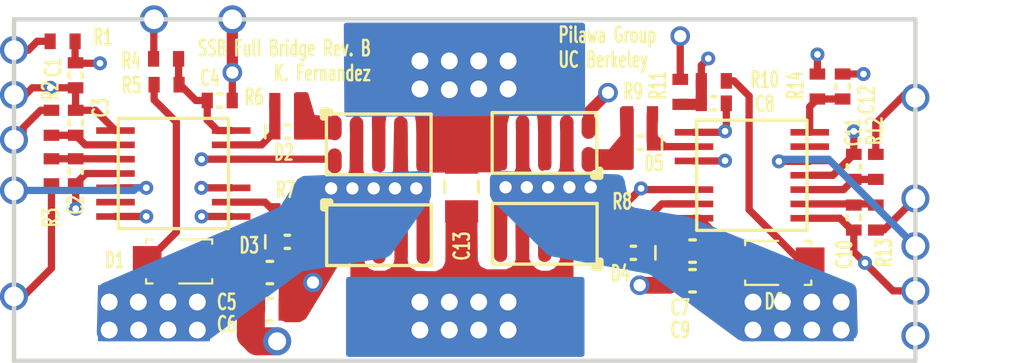
<source format=kicad_pcb>
(kicad_pcb (version 20171130) (host pcbnew "(5.0.0)")

  (general
    (thickness 0.8)
    (drawings 6)
    (tracks 232)
    (zones 0)
    (modules 87)
    (nets 36)
  )

  (page A4)
  (layers
    (0 F.Cu signal)
    (1 In1.Cu signal)
    (2 In2.Cu signal)
    (31 B.Cu signal)
    (32 B.Adhes user)
    (33 F.Adhes user)
    (34 B.Paste user)
    (35 F.Paste user)
    (36 B.SilkS user)
    (37 F.SilkS user)
    (38 B.Mask user)
    (39 F.Mask user)
    (40 Dwgs.User user)
    (41 Cmts.User user)
    (42 Eco1.User user)
    (43 Eco2.User user)
    (44 Edge.Cuts user)
    (45 Margin user)
    (46 B.CrtYd user)
    (47 F.CrtYd user)
    (48 B.Fab user hide)
    (49 F.Fab user hide)
  )

  (setup
    (last_trace_width 0.635)
    (user_trace_width 0.1524)
    (user_trace_width 0.2032)
    (user_trace_width 0.254)
    (user_trace_width 0.3302)
    (user_trace_width 0.508)
    (user_trace_width 0.635)
    (user_trace_width 0.762)
    (user_trace_width 1.27)
    (trace_clearance 0.1524)
    (zone_clearance 0.508)
    (zone_45_only yes)
    (trace_min 0.1524)
    (segment_width 0.2)
    (edge_width 0.2)
    (via_size 0.635)
    (via_drill 0.3048)
    (via_min_size 0.6096)
    (via_min_drill 0.2794)
    (user_via 0.635 0.3048)
    (user_via 0.889 0.5588)
    (user_via 1.27 0.8128)
    (uvia_size 0.3048)
    (uvia_drill 0.2794)
    (uvias_allowed no)
    (uvia_min_size 0.2)
    (uvia_min_drill 0.1)
    (pcb_text_width 0.3)
    (pcb_text_size 1 1)
    (mod_edge_width 0.15)
    (mod_text_size 0.4445 0.6985)
    (mod_text_width 0.111125)
    (pad_size 1.016 1.016)
    (pad_drill 0.762)
    (pad_to_mask_clearance 0)
    (aux_axis_origin 0 0)
    (visible_elements 7FFFFFFF)
    (pcbplotparams
      (layerselection 0x010f0_ffffffff)
      (usegerberextensions false)
      (usegerberattributes false)
      (usegerberadvancedattributes false)
      (creategerberjobfile false)
      (excludeedgelayer true)
      (linewidth 0.100000)
      (plotframeref false)
      (viasonmask false)
      (mode 1)
      (useauxorigin false)
      (hpglpennumber 1)
      (hpglpenspeed 20)
      (hpglpendiameter 15.000000)
      (psnegative false)
      (psa4output false)
      (plotreference true)
      (plotvalue true)
      (plotinvisibletext false)
      (padsonsilk false)
      (subtractmaskfromsilk false)
      (outputformat 1)
      (mirror false)
      (drillshape 0)
      (scaleselection 1)
      (outputdirectory "Buffer Rev2/"))
  )

  (net 0 "")
  (net 1 /GNDI)
  (net 2 /VDDI1)
  (net 3 /InB1)
  (net 4 /VDDB1)
  (net 5 /VDDB2)
  (net 6 /InB2)
  (net 7 /VDDI2)
  (net 8 "Net-(D1-Pad2)")
  (net 9 /GateB1)
  (net 10 /PWMB1)
  (net 11 /GateB2)
  (net 12 /PWMB2)
  (net 13 "Net-(D6-Pad2)")
  (net 14 "Net-(Inf1-Pad6)")
  (net 15 /Disable1)
  (net 16 /Disable2)
  (net 17 "Net-(Inf2-Pad6)")
  (net 18 /Vc2Pos)
  (net 19 /CfNeg)
  (net 20 /5V)
  (net 21 /5.5V_Iso)
  (net 22 /LfNeg)
  (net 23 /GNDA1)
  (net 24 /PWMA1)
  (net 25 /VDDA1)
  (net 26 /GateA1)
  (net 27 /InA1)
  (net 28 /PWMA2)
  (net 29 /InA2)
  (net 30 /GateA2)
  (net 31 /VDDA2)
  (net 32 /OutB1)
  (net 33 /OutA1)
  (net 34 /OutA2)
  (net 35 /OutB2)

  (net_class Default "This is the default net class."
    (clearance 0.1524)
    (trace_width 0.1524)
    (via_dia 0.635)
    (via_drill 0.3048)
    (uvia_dia 0.3048)
    (uvia_drill 0.2794)
    (add_net /5.5V_Iso)
    (add_net /5V)
    (add_net /CfNeg)
    (add_net /Disable1)
    (add_net /Disable2)
    (add_net /GNDA1)
    (add_net /GNDI)
    (add_net /GateA1)
    (add_net /GateA2)
    (add_net /GateB1)
    (add_net /GateB2)
    (add_net /InA1)
    (add_net /InA2)
    (add_net /InB1)
    (add_net /InB2)
    (add_net /LfNeg)
    (add_net /OutA1)
    (add_net /OutA2)
    (add_net /OutB1)
    (add_net /OutB2)
    (add_net /PWMA1)
    (add_net /PWMA2)
    (add_net /PWMB1)
    (add_net /PWMB2)
    (add_net /VDDA1)
    (add_net /VDDA2)
    (add_net /VDDB1)
    (add_net /VDDB2)
    (add_net /VDDI1)
    (add_net /VDDI2)
    (add_net /Vc2Pos)
    (add_net "Net-(D1-Pad2)")
    (add_net "Net-(D6-Pad2)")
    (add_net "Net-(Inf1-Pad6)")
    (add_net "Net-(Inf2-Pad6)")
  )

  (module user_dc:Via_24milC (layer F.Cu) (tedit 5D118369) (tstamp 5D118897)
    (at 19.75 -12.3)
    (path /5C9F04E0)
    (fp_text reference TP2 (at 0 1.27) (layer F.SilkS) hide
      (effects (font (size 0.6985 0.4445) (thickness 0.111125)))
    )
    (fp_text value TestPoint (at 0 -1.27) (layer F.Fab)
      (effects (font (size 0.6985 0.4445) (thickness 0.111125)))
    )
    (pad 1 thru_hole circle (at 0 0) (size 1.016 1.016) (drill 0.762) (layers *.Cu *.Mask)
      (net 23 /GNDA1))
  )

  (module user_dc:2EDF7275K (layer F.Cu) (tedit 5D1184CF) (tstamp 5D111AC3)
    (at 9.729 -10.9982 270)
    (path /5C773157)
    (fp_text reference Inf1 (at 1.1684 8.5598 270) (layer F.SilkS) hide
      (effects (font (size 1 1) (thickness 0.15)))
    )
    (fp_text value 2EDF7275K (at 1.1684 9.8298 270) (layer F.Fab)
      (effects (font (size 1 1) (thickness 0.15)))
    )
    (fp_line (start -0.2 -1.2) (end -0.2 6.2) (layer F.CrtYd) (width 0.1))
    (fp_line (start 5.2 -1.2) (end 5.2 6.2) (layer F.CrtYd) (width 0.1))
    (fp_line (start -0.2 6.2) (end 5.2 6.2) (layer F.CrtYd) (width 0.1))
    (fp_line (start -0.2 -1.2) (end 5.2 -1.2) (layer F.CrtYd) (width 0.1))
    (fp_line (start 5 0) (end 5 5) (layer F.SilkS) (width 0.15))
    (fp_line (start 0 0) (end 0 5) (layer F.SilkS) (width 0.15))
    (fp_line (start 0 5) (end 5 5) (layer F.SilkS) (width 0.15))
    (fp_line (start 0 0) (end 5 0) (layer F.SilkS) (width 0.15))
    (pad 8 smd rect (at 4.45 -0.125 270) (size 0.3 1.75) (layers F.Cu F.Paste F.Mask)
      (net 22 /LfNeg))
    (pad 9 smd rect (at 3.8 -0.125 270) (size 0.3 1.75) (layers F.Cu F.Paste F.Mask)
      (net 32 /OutB1))
    (pad 10 smd rect (at 3.15 -0.125 270) (size 0.3 1.75) (layers F.Cu F.Paste F.Mask)
      (net 4 /VDDB1))
    (pad 11 smd rect (at 1.85 -0.125 270) (size 0.3 1.75) (layers F.Cu F.Paste F.Mask)
      (net 23 /GNDA1))
    (pad 12 smd rect (at 1.2 -0.125 270) (size 0.3 1.75) (layers F.Cu F.Paste F.Mask)
      (net 33 /OutA1))
    (pad 7 smd rect (at 4.45 5.125 270) (size 0.3 1.75) (layers F.Cu F.Paste F.Mask)
      (net 2 /VDDI1))
    (pad 6 smd rect (at 3.8 5.125 270) (size 0.3 1.75) (layers F.Cu F.Paste F.Mask)
      (net 14 "Net-(Inf1-Pad6)"))
    (pad 5 smd rect (at 3.15 5.125 270) (size 0.3 1.75) (layers F.Cu F.Paste F.Mask)
      (net 15 /Disable1))
    (pad 4 smd rect (at 2.5 5.125 270) (size 0.3 1.75) (layers F.Cu F.Paste F.Mask)
      (net 1 /GNDI))
    (pad 3 smd rect (at 1.85 5.125 270) (size 0.3 1.75) (layers F.Cu F.Paste F.Mask)
      (net 3 /InB1))
    (pad 2 smd rect (at 1.2 5.125 270) (size 0.3 1.75) (layers F.Cu F.Paste F.Mask)
      (net 27 /InA1))
    (pad 1 smd rect (at 0.55 5.125 270) (size 0.3 1.75) (layers F.Cu F.Paste F.Mask)
      (net 1 /GNDI))
    (pad 13 smd rect (at 0.55 -0.125 270) (size 0.3 1.75) (layers F.Cu F.Paste F.Mask)
      (net 25 /VDDA1))
  )

  (module user_dc:2EDF7275K (layer F.Cu) (tedit 5D118495) (tstamp 5D111AAB)
    (at 30.9753 -5.9182 90)
    (path /5C7E42B1)
    (fp_text reference Inf2 (at 1.1684 8.5598 90) (layer F.SilkS) hide
      (effects (font (size 1 1) (thickness 0.15)))
    )
    (fp_text value 2EDF7275K (at 1.1684 9.8298 90) (layer F.Fab)
      (effects (font (size 1 1) (thickness 0.15)))
    )
    (fp_line (start 0 0) (end 5 0) (layer F.SilkS) (width 0.15))
    (fp_line (start 0 5) (end 5 5) (layer F.SilkS) (width 0.15))
    (fp_line (start 0 0) (end 0 5) (layer F.SilkS) (width 0.15))
    (fp_line (start 5 0) (end 5 5) (layer F.SilkS) (width 0.15))
    (fp_line (start -0.2 -1.2) (end 5.2 -1.2) (layer F.CrtYd) (width 0.1))
    (fp_line (start -0.2 6.2) (end 5.2 6.2) (layer F.CrtYd) (width 0.1))
    (fp_line (start 5.2 -1.2) (end 5.2 6.2) (layer F.CrtYd) (width 0.1))
    (fp_line (start -0.2 -1.2) (end -0.2 6.2) (layer F.CrtYd) (width 0.1))
    (pad 13 smd rect (at 0.55 -0.125 90) (size 0.3 1.75) (layers F.Cu F.Paste F.Mask)
      (net 31 /VDDA2))
    (pad 1 smd rect (at 0.55 5.125 90) (size 0.3 1.75) (layers F.Cu F.Paste F.Mask)
      (net 1 /GNDI))
    (pad 2 smd rect (at 1.2 5.125 90) (size 0.3 1.75) (layers F.Cu F.Paste F.Mask)
      (net 29 /InA2))
    (pad 3 smd rect (at 1.85 5.125 90) (size 0.3 1.75) (layers F.Cu F.Paste F.Mask)
      (net 6 /InB2))
    (pad 4 smd rect (at 2.5 5.125 90) (size 0.3 1.75) (layers F.Cu F.Paste F.Mask)
      (net 1 /GNDI))
    (pad 5 smd rect (at 3.15 5.125 90) (size 0.3 1.75) (layers F.Cu F.Paste F.Mask)
      (net 16 /Disable2))
    (pad 6 smd rect (at 3.8 5.125 90) (size 0.3 1.75) (layers F.Cu F.Paste F.Mask)
      (net 17 "Net-(Inf2-Pad6)"))
    (pad 7 smd rect (at 4.45 5.125 90) (size 0.3 1.75) (layers F.Cu F.Paste F.Mask)
      (net 7 /VDDI2))
    (pad 12 smd rect (at 1.2 -0.125 90) (size 0.3 1.75) (layers F.Cu F.Paste F.Mask)
      (net 34 /OutA2))
    (pad 11 smd rect (at 1.85 -0.125 90) (size 0.3 1.75) (layers F.Cu F.Paste F.Mask)
      (net 19 /CfNeg))
    (pad 10 smd rect (at 3.15 -0.125 90) (size 0.3 1.75) (layers F.Cu F.Paste F.Mask)
      (net 5 /VDDB2))
    (pad 9 smd rect (at 3.8 -0.125 90) (size 0.3 1.75) (layers F.Cu F.Paste F.Mask)
      (net 35 /OutB2))
    (pad 8 smd rect (at 4.45 -0.125 90) (size 0.3 1.75) (layers F.Cu F.Paste F.Mask)
      (net 23 /GNDA1))
  )

  (module user_dc:Via_24milC (layer F.Cu) (tedit 5CA4F796) (tstamp 5CA79805)
    (at 9.906 -15.494)
    (path /5CA593A2)
    (fp_text reference TP1 (at 0 -1.143) (layer F.SilkS) hide
      (effects (font (size 0.127 0.127) (thickness 0.03175)))
    )
    (fp_text value TestPoint (at 0 -1.27) (layer F.Fab)
      (effects (font (size 0.127 0.127) (thickness 0.000001)))
    )
    (pad 1 thru_hole circle (at 0 0) (size 1.27 1.27) (drill 0.889) (layers *.Cu *.Mask)
      (net 23 /GNDA1))
  )

  (module user_dc:Pad_Power (layer B.Cu) (tedit 5CA3B96E) (tstamp 5C96965A)
    (at 20.4343 -13.1223 270)
    (path /5C9EFB6D)
    (fp_text reference TP8 (at 0 -3.556) (layer B.SilkS) hide
      (effects (font (size 0.6985 0.4445) (thickness 0.111125)) (justify mirror))
    )
    (fp_text value TestPoint (at 0 3.556 270) (layer B.Fab)
      (effects (font (size 0.6985 0.4445) (thickness 0.111125)) (justify mirror))
    )
    (pad 1 smd rect (at 0.0254 0 270) (size 2.54 5.08) (layers B.Cu B.Paste B.Mask)
      (net 23 /GNDA1))
  )

  (module user_dc:Via_24milC (layer F.Cu) (tedit 5D111EE9) (tstamp 5C9D3D0E)
    (at 21.082 -12.3349)
    (path /5C9F04E0)
    (fp_text reference TP2 (at 0 1.27) (layer F.SilkS) hide
      (effects (font (size 0.6985 0.4445) (thickness 0.111125)))
    )
    (fp_text value TestPoint (at 0 -1.27) (layer F.Fab)
      (effects (font (size 0.6985 0.4445) (thickness 0.111125)))
    )
    (pad 1 thru_hole circle (at 0 0) (size 1.016 1.016) (drill 0.762) (layers *.Cu *.Mask)
      (net 23 /GNDA1))
  )

  (module user_dc:Via_24milC (layer F.Cu) (tedit 5D111ECC) (tstamp 5C9D3D02)
    (at 18.415 -12.3349)
    (path /5C9F04E0)
    (fp_text reference TP2 (at 0 1.27) (layer F.SilkS) hide
      (effects (font (size 0.6985 0.4445) (thickness 0.111125)))
    )
    (fp_text value TestPoint (at 0 -1.27) (layer F.Fab)
      (effects (font (size 0.6985 0.4445) (thickness 0.111125)))
    )
    (pad 1 thru_hole circle (at 0 0) (size 1.016 1.016) (drill 0.762) (layers *.Cu *.Mask)
      (net 23 /GNDA1))
  )

  (module user_dc:Via_24milC (layer F.Cu) (tedit 5D111F22) (tstamp 5C9D3CFE)
    (at 18.415 -13.6049)
    (path /5C9F04E0)
    (fp_text reference TP2 (at 0 1.27) (layer F.SilkS) hide
      (effects (font (size 0.6985 0.4445) (thickness 0.111125)))
    )
    (fp_text value TestPoint (at 0 -1.27) (layer F.Fab)
      (effects (font (size 0.6985 0.4445) (thickness 0.111125)))
    )
    (pad 1 thru_hole circle (at 0 0) (size 1.016 1.016) (drill 0.762) (layers *.Cu *.Mask)
      (net 23 /GNDA1))
  )

  (module user_dc:Via_24milC (layer F.Cu) (tedit 5D111EF0) (tstamp 5C9D3D0A)
    (at 22.4155 -12.3349)
    (path /5C9F04E0)
    (fp_text reference TP2 (at 0 1.27) (layer F.SilkS) hide
      (effects (font (size 0.6985 0.4445) (thickness 0.111125)))
    )
    (fp_text value TestPoint (at 0 -1.27) (layer F.Fab)
      (effects (font (size 0.6985 0.4445) (thickness 0.111125)))
    )
    (pad 1 thru_hole circle (at 0 0) (size 1.016 1.016) (drill 0.762) (layers *.Cu *.Mask)
      (net 23 /GNDA1))
  )

  (module user_dc:Via_24milC (layer F.Cu) (tedit 5D111F10) (tstamp 5C9D3D1A)
    (at 21.082 -13.6049)
    (path /5C9F04E0)
    (fp_text reference TP2 (at 0 1.27) (layer F.SilkS) hide
      (effects (font (size 0.6985 0.4445) (thickness 0.111125)))
    )
    (fp_text value TestPoint (at 0 -1.27) (layer F.Fab)
      (effects (font (size 0.6985 0.4445) (thickness 0.111125)))
    )
    (pad 1 thru_hole circle (at 0 0) (size 1.016 1.016) (drill 0.762) (layers *.Cu *.Mask)
      (net 23 /GNDA1))
  )

  (module user_dc:Via_24milC (layer F.Cu) (tedit 5D111EFA) (tstamp 5C9D3D16)
    (at 22.4155 -13.6049)
    (path /5C9F04E0)
    (fp_text reference TP2 (at 0 1.27) (layer F.SilkS) hide
      (effects (font (size 0.6985 0.4445) (thickness 0.111125)))
    )
    (fp_text value TestPoint (at 0 -1.27) (layer F.Fab)
      (effects (font (size 0.6985 0.4445) (thickness 0.111125)))
    )
    (pad 1 thru_hole circle (at 0 0) (size 1.016 1.016) (drill 0.762) (layers *.Cu *.Mask)
      (net 23 /GNDA1))
  )

  (module user_dc:Via_24milC (layer F.Cu) (tedit 5D111F1C) (tstamp 5C9D3D12)
    (at 19.7485 -13.6049)
    (path /5C9F04E0)
    (fp_text reference TP2 (at 0 1.27) (layer F.SilkS) hide
      (effects (font (size 0.6985 0.4445) (thickness 0.111125)))
    )
    (fp_text value TestPoint (at 0 -1.27) (layer F.Fab)
      (effects (font (size 0.6985 0.4445) (thickness 0.111125)))
    )
    (pad 1 thru_hole circle (at 0 0) (size 1.016 1.016) (drill 0.762) (layers *.Cu *.Mask)
      (net 23 /GNDA1))
  )

  (module user_dc:Via_24milC (layer F.Cu) (tedit 5CA3ACCC) (tstamp 5CA3AC37)
    (at 21.082 -1.397)
    (path /5C9F04E0)
    (fp_text reference TP2 (at 0 1.27) (layer F.SilkS) hide
      (effects (font (size 0.6985 0.4445) (thickness 0.111125)))
    )
    (fp_text value TestPoint (at 0 -1.27) (layer F.Fab)
      (effects (font (size 0.6985 0.4445) (thickness 0.111125)))
    )
    (pad 1 thru_hole circle (at 0 0) (size 1.016 1.016) (drill 0.762) (layers *.Cu *.Mask)
      (net 18 /Vc2Pos))
  )

  (module user_dc:Via_24milC (layer F.Cu) (tedit 5CA3AD0E) (tstamp 5CA3AB33)
    (at 22.4155 -1.397)
    (path /5C9F04E0)
    (fp_text reference TP2 (at 0 1.27) (layer F.SilkS) hide
      (effects (font (size 0.6985 0.4445) (thickness 0.111125)))
    )
    (fp_text value TestPoint (at 0 -1.27) (layer F.Fab)
      (effects (font (size 0.6985 0.4445) (thickness 0.111125)))
    )
    (pad 1 thru_hole circle (at 0 0) (size 1.016 1.016) (drill 0.762) (layers *.Cu *.Mask)
      (net 18 /Vc2Pos))
  )

  (module user_dc:Via_24milC (layer F.Cu) (tedit 5CA3B156) (tstamp 5CA3A9F4)
    (at 8.3185 -1.397)
    (path /5C9F04E0)
    (fp_text reference TP2 (at 0 1.27) (layer F.SilkS) hide
      (effects (font (size 0.6985 0.4445) (thickness 0.111125)))
    )
    (fp_text value TestPoint (at 0 -1.27) (layer F.Fab)
      (effects (font (size 0.6985 0.4445) (thickness 0.111125)))
    )
    (pad 1 thru_hole circle (at 0 0) (size 1.016 1.016) (drill 0.762) (layers *.Cu *.Mask)
      (net 22 /LfNeg))
  )

  (module user_dc:Via_24milC (layer F.Cu) (tedit 5CA3B05F) (tstamp 5CA2BD8C)
    (at 37.5285 -1.3208)
    (path /5C9F04E0)
    (fp_text reference TP2 (at 0 1.27) (layer F.SilkS) hide
      (effects (font (size 0.6985 0.4445) (thickness 0.111125)))
    )
    (fp_text value TestPoint (at 0 -1.27) (layer F.Fab)
      (effects (font (size 0.6985 0.4445) (thickness 0.111125)))
    )
    (pad 1 thru_hole circle (at 0 -0.0762) (size 1.016 1.016) (drill 0.762) (layers *.Cu *.Mask)
      (net 19 /CfNeg))
  )

  (module user_dc:Via_24milC (layer F.Cu) (tedit 5CA3AF8F) (tstamp 5CA2BD88)
    (at 36.195 -1.397)
    (path /5C9F04E0)
    (fp_text reference TP2 (at 0 1.27) (layer F.SilkS) hide
      (effects (font (size 0.6985 0.4445) (thickness 0.111125)))
    )
    (fp_text value TestPoint (at 0 -1.27) (layer F.Fab)
      (effects (font (size 0.6985 0.4445) (thickness 0.111125)))
    )
    (pad 1 thru_hole circle (at 0 0) (size 1.016 1.016) (drill 0.762) (layers *.Cu *.Mask)
      (net 19 /CfNeg))
  )

  (module user_dc:Via_24milC (layer F.Cu) (tedit 5CA3AEBB) (tstamp 5CA2BD84)
    (at 33.528 -2.667)
    (path /5C9F04E0)
    (fp_text reference TP2 (at 0 1.27) (layer F.SilkS) hide
      (effects (font (size 0.6985 0.4445) (thickness 0.111125)))
    )
    (fp_text value TestPoint (at 0 -1.27) (layer F.Fab)
      (effects (font (size 0.6985 0.4445) (thickness 0.111125)))
    )
    (pad 1 thru_hole circle (at 0 0) (size 1.016 1.016) (drill 0.762) (layers *.Cu *.Mask)
      (net 19 /CfNeg))
  )

  (module user_dc:Via_24milC (layer F.Cu) (tedit 5CA2B106) (tstamp 5CA2BD80)
    (at 33.528 -1.397)
    (path /5C9F04E0)
    (fp_text reference TP2 (at 0 1.27) (layer F.SilkS) hide
      (effects (font (size 0.6985 0.4445) (thickness 0.111125)))
    )
    (fp_text value TestPoint (at 0 -1.27) (layer F.Fab)
      (effects (font (size 0.6985 0.4445) (thickness 0.111125)))
    )
    (pad 1 thru_hole circle (at 0 0) (size 1.016 1.016) (drill 0.762) (layers *.Cu *.Mask)
      (net 19 /CfNeg))
  )

  (module user_dc:Via_24milC (layer F.Cu) (tedit 5CA3AF83) (tstamp 5CA2BD7C)
    (at 36.195 -2.667)
    (path /5C9F04E0)
    (fp_text reference TP2 (at 0 1.27) (layer F.SilkS) hide
      (effects (font (size 0.6985 0.4445) (thickness 0.111125)))
    )
    (fp_text value TestPoint (at 0 -1.27) (layer F.Fab)
      (effects (font (size 0.6985 0.4445) (thickness 0.111125)))
    )
    (pad 1 thru_hole circle (at 0 0) (size 1.016 1.016) (drill 0.762) (layers *.Cu *.Mask)
      (net 19 /CfNeg))
  )

  (module user_dc:Via_24milC (layer F.Cu) (tedit 5CA3AF44) (tstamp 5CA2BD78)
    (at 34.8615 -2.667)
    (path /5C9F04E0)
    (fp_text reference TP2 (at 0 1.27) (layer F.SilkS) hide
      (effects (font (size 0.6985 0.4445) (thickness 0.111125)))
    )
    (fp_text value TestPoint (at 0 -1.27) (layer F.Fab)
      (effects (font (size 0.6985 0.4445) (thickness 0.111125)))
    )
    (pad 1 thru_hole circle (at 0 0) (size 1.016 1.016) (drill 0.762) (layers *.Cu *.Mask)
      (net 19 /CfNeg))
  )

  (module user_dc:Via_24milC (layer F.Cu) (tedit 5CA3AF53) (tstamp 5CA2BD74)
    (at 34.8615 -1.397)
    (path /5C9F04E0)
    (fp_text reference TP2 (at 0 1.27) (layer F.SilkS) hide
      (effects (font (size 0.6985 0.4445) (thickness 0.111125)))
    )
    (fp_text value TestPoint (at 0 -1.27) (layer F.Fab)
      (effects (font (size 0.6985 0.4445) (thickness 0.111125)))
    )
    (pad 1 thru_hole circle (at 0 0) (size 1.016 1.016) (drill 0.762) (layers *.Cu *.Mask)
      (net 19 /CfNeg))
  )

  (module user_dc:Via_24milC (layer F.Cu) (tedit 5CA3B087) (tstamp 5CA2BD70)
    (at 37.5285 -2.667)
    (path /5C9F04E0)
    (fp_text reference TP2 (at 0 1.27) (layer F.SilkS) hide
      (effects (font (size 0.6985 0.4445) (thickness 0.111125)))
    )
    (fp_text value TestPoint (at 0 -1.27) (layer F.Fab)
      (effects (font (size 0.6985 0.4445) (thickness 0.111125)))
    )
    (pad 1 thru_hole circle (at 0 0) (size 1.016 1.016) (drill 0.762) (layers *.Cu *.Mask)
      (net 19 /CfNeg))
  )

  (module user_dc:Via_24milC (layer F.Cu) (tedit 5D113531) (tstamp 5CA3425F)
    (at 41.402 -5.334 270)
    (path /5C9F1796)
    (fp_text reference TP11 (at 0 1.27 270) (layer F.SilkS) hide
      (effects (font (size 0.6985 0.4445) (thickness 0.111125)))
    )
    (fp_text value TestPoint (at 0 -1.27 270) (layer F.Fab)
      (effects (font (size 0.6985 0.4445) (thickness 0.111125)))
    )
    (pad 1 thru_hole circle (at -2.032 0.508 270) (size 1.27 1.27) (drill 0.889) (layers *.Cu *.Mask)
      (net 28 /PWMA2))
  )

  (module user_dc:Via_24milC (layer F.Cu) (tedit 5CA3ACA7) (tstamp 5C9D18B9)
    (at 19.7485 -1.397)
    (path /5C9F04E0)
    (fp_text reference TP2 (at 0 1.27) (layer F.SilkS) hide
      (effects (font (size 0.6985 0.4445) (thickness 0.111125)))
    )
    (fp_text value TestPoint (at 0 -1.27) (layer F.Fab)
      (effects (font (size 0.6985 0.4445) (thickness 0.111125)))
    )
    (pad 1 thru_hole circle (at 0 0) (size 1.016 1.016) (drill 0.762) (layers *.Cu *.Mask)
      (net 18 /Vc2Pos))
  )

  (module user_dc:Via_24milC (layer F.Cu) (tedit 5CA3AC97) (tstamp 5C9D18AF)
    (at 18.415 -1.397)
    (path /5C9F04E0)
    (fp_text reference TP2 (at 0 1.27) (layer F.SilkS) hide
      (effects (font (size 0.6985 0.4445) (thickness 0.111125)))
    )
    (fp_text value TestPoint (at 0 -1.27) (layer F.Fab)
      (effects (font (size 0.6985 0.4445) (thickness 0.111125)))
    )
    (pad 1 thru_hole circle (at 0 0) (size 1.016 1.016) (drill 0.762) (layers *.Cu *.Mask)
      (net 18 /Vc2Pos))
  )

  (module user_dc:Via_24milC (layer F.Cu) (tedit 5CA3B7E4) (tstamp 5C9D178E)
    (at 22.4155 -2.667)
    (path /5C9F04E0)
    (fp_text reference TP2 (at 0 1.27) (layer F.SilkS) hide
      (effects (font (size 0.6985 0.4445) (thickness 0.111125)))
    )
    (fp_text value TestPoint (at 0 -1.27) (layer F.Fab)
      (effects (font (size 0.6985 0.4445) (thickness 0.111125)))
    )
    (pad 1 thru_hole circle (at 0 0) (size 1.016 1.016) (drill 0.762) (layers *.Cu *.Mask)
      (net 18 /Vc2Pos))
  )

  (module user_dc:Via_24milC (layer F.Cu) (tedit 5CA3B77A) (tstamp 5C9D1784)
    (at 21.082 -2.667)
    (path /5C9F04E0)
    (fp_text reference TP2 (at 0 1.27) (layer F.SilkS) hide
      (effects (font (size 0.6985 0.4445) (thickness 0.111125)))
    )
    (fp_text value TestPoint (at 0 -1.27) (layer F.Fab)
      (effects (font (size 0.6985 0.4445) (thickness 0.111125)))
    )
    (pad 1 thru_hole circle (at 0 0) (size 1.016 1.016) (drill 0.762) (layers *.Cu *.Mask)
      (net 18 /Vc2Pos))
  )

  (module user_dc:Via_24milC (layer F.Cu) (tedit 5CA3B720) (tstamp 5C9D1759)
    (at 19.7485 -2.667 90)
    (path /5C9F04E0)
    (fp_text reference TP2 (at 0 1.27 90) (layer F.SilkS) hide
      (effects (font (size 0.6985 0.4445) (thickness 0.111125)))
    )
    (fp_text value TestPoint (at 0 -1.27 90) (layer F.Fab)
      (effects (font (size 0.6985 0.4445) (thickness 0.111125)))
    )
    (pad 1 thru_hole circle (at 0 0 90) (size 1.016 1.016) (drill 0.762) (layers *.Cu *.Mask)
      (net 18 /Vc2Pos))
  )

  (module user_dc:Via_24milC (layer F.Cu) (tedit 5CA3AE57) (tstamp 5C9D166B)
    (at 18.415 -2.667)
    (path /5C9F04E0)
    (fp_text reference TP2 (at 0 1.27) (layer F.SilkS) hide
      (effects (font (size 0.6985 0.4445) (thickness 0.111125)))
    )
    (fp_text value TestPoint (at 0 -1.27) (layer F.Fab)
      (effects (font (size 0.6985 0.4445) (thickness 0.111125)))
    )
    (pad 1 thru_hole circle (at 0 0) (size 1.016 1.016) (drill 0.762) (layers *.Cu *.Mask)
      (net 18 /Vc2Pos))
  )

  (module user_dc:Via_24milC (layer F.Cu) (tedit 5CA3B192) (tstamp 5C916F28)
    (at 6.985 -2.667)
    (path /5C9F04E0)
    (fp_text reference TP2 (at 0 1.27) (layer F.SilkS) hide
      (effects (font (size 0.6985 0.4445) (thickness 0.111125)))
    )
    (fp_text value TestPoint (at 0 -1.27) (layer F.Fab)
      (effects (font (size 0.6985 0.4445) (thickness 0.111125)))
    )
    (pad 1 thru_hole circle (at 0 0) (size 1.016 1.016) (drill 0.762) (layers *.Cu *.Mask)
      (net 22 /LfNeg))
  )

  (module user_dc:Via_24milC (layer F.Cu) (tedit 5CA3ADE2) (tstamp 5C916EAF)
    (at 5.6515 -2.667)
    (path /5C9F04E0)
    (fp_text reference TP2 (at 0 1.27) (layer F.SilkS) hide
      (effects (font (size 0.6985 0.4445) (thickness 0.111125)))
    )
    (fp_text value TestPoint (at 0 -1.27) (layer F.Fab)
      (effects (font (size 0.6985 0.4445) (thickness 0.111125)))
    )
    (pad 1 thru_hole circle (at -0.0127 0) (size 1.016 1.016) (drill 0.762) (layers *.Cu *.Mask)
      (net 22 /LfNeg))
  )

  (module user_dc:Via_24milC (layer F.Cu) (tedit 5CA3B1D4) (tstamp 5C916EA0)
    (at 8.3185 -2.667)
    (path /5C9F04E0)
    (fp_text reference TP2 (at 0 1.27) (layer F.SilkS) hide
      (effects (font (size 0.6985 0.4445) (thickness 0.111125)))
    )
    (fp_text value TestPoint (at 0 -1.27) (layer F.Fab)
      (effects (font (size 0.6985 0.4445) (thickness 0.111125)))
    )
    (pad 1 thru_hole circle (at 0 0) (size 1.016 1.016) (drill 0.762) (layers *.Cu *.Mask)
      (net 22 /LfNeg))
  )

  (module user_dc:Via_24milC (layer F.Cu) (tedit 5CA3B13B) (tstamp 5C916E34)
    (at 6.985 -1.397)
    (path /5C9F04E0)
    (fp_text reference TP2 (at 0 1.27) (layer F.SilkS) hide
      (effects (font (size 0.6985 0.4445) (thickness 0.111125)))
    )
    (fp_text value TestPoint (at 0 -1.27) (layer F.Fab)
      (effects (font (size 0.6985 0.4445) (thickness 0.111125)))
    )
    (pad 1 thru_hole circle (at 0 0) (size 1.016 1.016) (drill 0.762) (layers *.Cu *.Mask)
      (net 22 /LfNeg))
  )

  (module user_dc:Via_24milC (layer F.Cu) (tedit 5CA3B0EC) (tstamp 5C916A1C)
    (at 5.6515 -1.397)
    (path /5C9F04E0)
    (fp_text reference TP2 (at 0 1.27) (layer F.SilkS) hide
      (effects (font (size 0.6985 0.4445) (thickness 0.111125)))
    )
    (fp_text value TestPoint (at 0 -1.27) (layer F.Fab)
      (effects (font (size 0.6985 0.4445) (thickness 0.111125)))
    )
    (pad 1 thru_hole circle (at 0 0) (size 1.016 1.016) (drill 0.762) (layers *.Cu *.Mask)
      (net 22 /LfNeg))
  )

  (module user_dc:Via_24milC (layer F.Cu) (tedit 5CA3AD9B) (tstamp 5C9169EE)
    (at 4.318 -2.667)
    (path /5C9F04E0)
    (fp_text reference TP2 (at 0 1.27) (layer F.SilkS) hide
      (effects (font (size 0.6985 0.4445) (thickness 0.111125)))
    )
    (fp_text value TestPoint (at 0 -1.27) (layer F.Fab)
      (effects (font (size 0.6985 0.4445) (thickness 0.111125)))
    )
    (pad 1 thru_hole circle (at 0 0) (size 1.016 1.016) (drill 0.762) (layers *.Cu *.Mask)
      (net 22 /LfNeg))
  )

  (module user_dc:Via_24milC (layer F.Cu) (tedit 5C9D4364) (tstamp 5C8AC7DE)
    (at 4.318 -1.397)
    (path /5C9F04E0)
    (fp_text reference TP2 (at 0 1.27) (layer F.SilkS) hide
      (effects (font (size 0.6985 0.4445) (thickness 0.111125)))
    )
    (fp_text value TestPoint (at 0 -1.27) (layer F.Fab)
      (effects (font (size 0.6985 0.4445) (thickness 0.111125)))
    )
    (pad 1 thru_hole circle (at 0 0) (size 1.016 1.016) (drill 0.762) (layers *.Cu *.Mask)
      (net 22 /LfNeg))
  )

  (module calisco-general:C_0805 (layer F.Cu) (tedit 5991DC49) (tstamp 5CA58539)
    (at 20.3073 -7.8867 90)
    (descr "Capacitor SMD 0805, from DipTrace + hand soldering - DC")
    (tags "capacitor 0805")
    (path /5C86D4D7)
    (attr smd)
    (fp_text reference C13 (at -2.6797 0.0127 90) (layer F.SilkS)
      (effects (font (size 0.6985 0.4445) (thickness 0.111125)))
    )
    (fp_text value C (at 0 1.75 90) (layer F.Fab)
      (effects (font (size 0.6985 0.4445) (thickness 0.111125)))
    )
    (fp_line (start -0.254 0.762) (end 0.254 0.762) (layer F.SilkS) (width 0.15))
    (fp_line (start -0.254 -0.762) (end 0.254 -0.762) (layer F.SilkS) (width 0.15))
    (fp_text user %R (at 0 -1.524 90) (layer F.Fab)
      (effects (font (size 0.6985 0.4445) (thickness 0.111125)))
    )
    (fp_line (start -1.75 -0.88) (end 1.75 -0.88) (layer F.CrtYd) (width 0.05))
    (fp_line (start -1.75 -0.88) (end -1.75 0.87) (layer F.CrtYd) (width 0.05))
    (fp_line (start 1.75 0.87) (end 1.75 -0.88) (layer F.CrtYd) (width 0.05))
    (fp_line (start 1.75 0.87) (end -1.75 0.87) (layer F.CrtYd) (width 0.05))
    (pad 1 smd rect (at -1.109 0 90) (size 1.016 1.5) (layers F.Cu F.Paste F.Mask)
      (net 18 /Vc2Pos))
    (pad 2 smd rect (at 1.109 0 90) (size 1.016 1.5) (layers F.Cu F.Paste F.Mask)
      (net 23 /GNDA1))
    (model Capacitors_SMD.3dshapes/C_0805.wrl
      (at (xyz 0 0 0))
      (scale (xyz 1 1 1))
      (rotate (xyz 0 0 0))
    )
  )

  (module user_dc:Pad_Power (layer B.Cu) (tedit 5CA28AE1) (tstamp 5CA3B820)
    (at 6.35 -2.159 270)
    (path /5C80AB2E)
    (fp_text reference TP12 (at 0 -3.556 270) (layer B.SilkS) hide
      (effects (font (size 0.6985 0.4445) (thickness 0.111125)) (justify mirror))
    )
    (fp_text value TestPoint (at 0 3.556 270) (layer B.Fab)
      (effects (font (size 0.6985 0.4445) (thickness 0.111125)) (justify mirror))
    )
    (pad 1 smd rect (at 0 0 270) (size 2.54 5.08) (layers B.Cu B.Paste B.Mask)
      (net 22 /LfNeg))
  )

  (module user_dc:Pad_Power (layer B.Cu) (tedit 5CA2AB9C) (tstamp 5CA3B813)
    (at 35.052 -2.667 90)
    (path /5C836B18)
    (fp_text reference TP13 (at 0 -3.556 90) (layer B.SilkS) hide
      (effects (font (size 0.6985 0.4445) (thickness 0.111125)) (justify mirror))
    )
    (fp_text value TestPoint (at 0 3.556 90) (layer B.Fab)
      (effects (font (size 0.6985 0.4445) (thickness 0.111125)) (justify mirror))
    )
    (pad 1 smd rect (at -0.508 0.508 90) (size 2.54 5.08) (layers B.Cu B.Paste B.Mask)
      (net 19 /CfNeg))
  )

  (module user_dc:Via_24milC (layer F.Cu) (tedit 5C9D544C) (tstamp 5CA3B806)
    (at 0 -12.3063)
    (path /5C809101)
    (fp_text reference TP16 (at 0 1.27) (layer F.SilkS) hide
      (effects (font (size 0.6985 0.4445) (thickness 0.111125)))
    )
    (fp_text value TestPoint (at 0 -1.27) (layer F.Fab)
      (effects (font (size 0.6985 0.4445) (thickness 0.111125)))
    )
    (pad 1 thru_hole circle (at 0 0.2413) (size 1.27 1.27) (drill 0.889) (layers *.Cu *.Mask)
      (net 1 /GNDI))
  )

  (module user_dc:Via_24milC (layer F.Cu) (tedit 5CA28846) (tstamp 5CA3B7F9)
    (at 6.35 -15.494)
    (path /5C809F7D)
    (fp_text reference TP15 (at 0 1.27) (layer F.SilkS) hide
      (effects (font (size 0.6985 0.4445) (thickness 0.111125)))
    )
    (fp_text value TestPoint (at 0 -1.27) (layer F.Fab)
      (effects (font (size 0.6985 0.4445) (thickness 0.111125)))
    )
    (pad 1 thru_hole circle (at 0 0) (size 1.27 1.27) (drill 0.889) (layers *.Cu *.Mask)
      (net 21 /5.5V_Iso))
  )

  (module user_dc:Via_24milC (layer F.Cu) (tedit 5C9D5490) (tstamp 5CA3B7BF)
    (at 0 -14.605)
    (path /5C80907B)
    (fp_text reference TP17 (at 0.0508 -1.4605) (layer F.SilkS) hide
      (effects (font (size 0.6985 0.4445) (thickness 0.111125)))
    )
    (fp_text value TestPoint (at 0 -1.27) (layer F.Fab)
      (effects (font (size 0.6985 0.4445) (thickness 0.111125)))
    )
    (pad 1 thru_hole circle (at 0 0.508) (size 1.27 1.27) (drill 0.889) (layers *.Cu *.Mask)
      (net 20 /5V))
  )

  (module user_dc:Via_24milC (layer F.Cu) (tedit 5CA4FAA1) (tstamp 5CA3427F)
    (at 41.021 -3.7465 270)
    (path /5C9F1E53)
    (fp_text reference TP5 (at 0 1.27 270) (layer F.SilkS) hide
      (effects (font (size 0.6985 0.4445) (thickness 0.111125)))
    )
    (fp_text value TestPoint (at 0 -1.27 270) (layer F.Fab)
      (effects (font (size 0.6985 0.4445) (thickness 0.111125)))
    )
    (pad 1 thru_hole circle (at 0.5715 0.127 270) (size 1.27 1.27) (drill 0.889) (layers *.Cu *.Mask)
      (net 1 /GNDI))
  )

  (module user_dc:Via_24milC (layer F.Cu) (tedit 5D113538) (tstamp 5CA3427B)
    (at 41.021 -10.033 270)
    (path /5C9F1638)
    (fp_text reference TP10 (at 0 1.27 270) (layer F.SilkS) hide
      (effects (font (size 0.6985 0.4445) (thickness 0.111125)))
    )
    (fp_text value TestPoint (at 0 -1.27 270) (layer F.Fab)
      (effects (font (size 0.6985 0.4445) (thickness 0.111125)))
    )
    (pad 1 thru_hole circle (at -1.905 0.127 270) (size 1.27 1.27) (drill 0.889) (layers *.Cu *.Mask)
      (net 12 /PWMB2))
  )

  (module user_dc:Via_24milC (layer F.Cu) (tedit 5C9D5EDA) (tstamp 5CA34277)
    (at 45.593 -8.3185 270)
    (path /5C9F12F3)
    (fp_text reference TP9 (at 3.1115 3.2385 270) (layer F.SilkS) hide
      (effects (font (size 0.6985 0.4445) (thickness 0.111125)))
    )
    (fp_text value TestPoint (at 0 -1.27 270) (layer F.Fab)
      (effects (font (size 0.6985 0.4445) (thickness 0.111125)))
    )
    (pad 1 thru_hole circle (at 3.1115 4.699 270) (size 1.27 1.27) (drill 0.889) (layers *.Cu *.Mask)
      (net 16 /Disable2))
  )

  (module user_dc:Via_24milC (layer F.Cu) (tedit 5CA4FC5E) (tstamp 5CA34273)
    (at 2.0955 -7.731 270)
    (path /5C9F0E8F)
    (fp_text reference TP6 (at 0 1.27 270) (layer F.SilkS) hide
      (effects (font (size 0.6985 0.4445) (thickness 0.111125)))
    )
    (fp_text value TestPoint (at 0 -1.27 270) (layer F.Fab)
      (effects (font (size 0.6985 0.4445) (thickness 0.111125)))
    )
    (pad 1 thru_hole circle (at 0 2.0955 270) (size 1.27 1.27) (drill 0.889) (layers *.Cu *.Mask)
      (net 15 /Disable1))
  )

  (module user_dc:Via_24milC (layer F.Cu) (tedit 5C9D5A33) (tstamp 5CA3426F)
    (at 40.9575 -1.9685 270)
    (path /5C9EFACF)
    (fp_text reference TP4 (at 0 1.27 270) (layer F.SilkS) hide
      (effects (font (size 0.6985 0.4445) (thickness 0.111125)))
    )
    (fp_text value TestPoint (at 0 -1.27 270) (layer F.Fab)
      (effects (font (size 0.6985 0.4445) (thickness 0.111125)))
    )
    (pad 1 thru_hole circle (at 0.8255 0.0635 270) (size 1.27 1.27) (drill 0.889) (layers *.Cu *.Mask)
      (net 20 /5V))
  )

  (module user_dc:Via_24milC (layer F.Cu) (tedit 5D1137E7) (tstamp 5CA3426B)
    (at 0 -2.921 270)
    (path /5C9F056E)
    (fp_text reference TP3 (at 0 1.27 270) (layer F.SilkS) hide
      (effects (font (size 0.6985 0.4445) (thickness 0.111125)))
    )
    (fp_text value TestPoint (at 0 -1.27 270) (layer F.Fab)
      (effects (font (size 0.6985 0.4445) (thickness 0.111125)))
    )
    (pad 1 thru_hole circle (at 0 0 270) (size 1.27 1.27) (drill 0.889) (layers *.Cu *.Mask)
      (net 10 /PWMB1))
  )

  (module user_dc:Via_24milC (layer F.Cu) (tedit 5D116682) (tstamp 5CA34267)
    (at 0 -10.033)
    (path /5C9F04E0)
    (fp_text reference TP2 (at 0 1.27) (layer F.SilkS) hide
      (effects (font (size 0.6985 0.4445) (thickness 0.111125)))
    )
    (fp_text value TestPoint (at 0 -1.27) (layer F.Fab)
      (effects (font (size 0.6985 0.4445) (thickness 0.111125)))
    )
    (pad 1 thru_hole circle (at 0 0) (size 1.27 1.27) (drill 0.889) (layers *.Cu *.Mask)
      (net 24 /PWMA1))
  )

  (module calisco-general:C_0402 (layer F.Cu) (tedit 5991DED6) (tstamp 5C9693B3)
    (at 2.794 -12.954 270)
    (descr "Capacitor SMD 0402, from DipTrace + hand soldering - DC")
    (tags "capacitor 0402")
    (path /5C773AD2)
    (attr smd)
    (fp_text reference C1 (at -0.3556 1.016 270) (layer F.SilkS)
      (effects (font (size 0.6985 0.4445) (thickness 0.111125)))
    )
    (fp_text value 1uF (at 0 1.27 270) (layer F.Fab)
      (effects (font (size 0.6985 0.4445) (thickness 0.111125)))
    )
    (fp_line (start -0.1 0.3) (end 0.1 0.3) (layer F.SilkS) (width 0.15))
    (fp_line (start -0.1 -0.3) (end 0.1 -0.3) (layer F.SilkS) (width 0.15))
    (fp_text user %R (at 0 -1.27 270) (layer F.Fab)
      (effects (font (size 0.6985 0.4445) (thickness 0.111125)))
    )
    (fp_line (start -1 -0.4) (end 1 -0.4) (layer F.CrtYd) (width 0.05))
    (fp_line (start -1 -0.4) (end -1 0.4) (layer F.CrtYd) (width 0.05))
    (fp_line (start 1 0.4) (end 1 -0.4) (layer F.CrtYd) (width 0.05))
    (fp_line (start 1 0.4) (end -1 0.4) (layer F.CrtYd) (width 0.05))
    (pad 1 smd rect (at -0.567 0 270) (size 0.508 0.711) (layers F.Cu F.Paste F.Mask)
      (net 2 /VDDI1))
    (pad 2 smd rect (at 0.567 0 270) (size 0.508 0.711) (layers F.Cu F.Paste F.Mask)
      (net 1 /GNDI))
    (model Capacitors_SMD.3dshapes/C_0402.wrl
      (at (xyz 0 0 0))
      (scale (xyz 1 1 1))
      (rotate (xyz 0 0 0))
    )
  )

  (module calisco-general:C_0402 (layer F.Cu) (tedit 5991DED6) (tstamp 5C9693C0)
    (at 2.8 -8.6 270)
    (descr "Capacitor SMD 0402, from DipTrace + hand soldering - DC")
    (tags "capacitor 0402")
    (path /5C7ED364)
    (attr smd)
    (fp_text reference C2 (at 1.524 0 90) (layer F.SilkS)
      (effects (font (size 0.6985 0.4445) (thickness 0.111125)))
    )
    (fp_text value 100pF (at 0 1.27 270) (layer F.Fab)
      (effects (font (size 0.6985 0.4445) (thickness 0.111125)))
    )
    (fp_line (start -0.1 0.3) (end 0.1 0.3) (layer F.SilkS) (width 0.15))
    (fp_line (start -0.1 -0.3) (end 0.1 -0.3) (layer F.SilkS) (width 0.15))
    (fp_text user %R (at 0 -1.27 270) (layer F.Fab)
      (effects (font (size 0.6985 0.4445) (thickness 0.111125)))
    )
    (fp_line (start -1 -0.4) (end 1 -0.4) (layer F.CrtYd) (width 0.05))
    (fp_line (start -1 -0.4) (end -1 0.4) (layer F.CrtYd) (width 0.05))
    (fp_line (start 1 0.4) (end 1 -0.4) (layer F.CrtYd) (width 0.05))
    (fp_line (start 1 0.4) (end -1 0.4) (layer F.CrtYd) (width 0.05))
    (pad 1 smd rect (at -0.567 0 270) (size 0.508 0.711) (layers F.Cu F.Paste F.Mask)
      (net 3 /InB1))
    (pad 2 smd rect (at 0.567 0 270) (size 0.508 0.711) (layers F.Cu F.Paste F.Mask)
      (net 1 /GNDI))
    (model Capacitors_SMD.3dshapes/C_0402.wrl
      (at (xyz 0 0 0))
      (scale (xyz 1 1 1))
      (rotate (xyz 0 0 0))
    )
  )

  (module calisco-general:C_0402 (layer F.Cu) (tedit 5991DED6) (tstamp 5D112392)
    (at 2.8 -10.8 90)
    (descr "Capacitor SMD 0402, from DipTrace + hand soldering - DC")
    (tags "capacitor 0402")
    (path /5C7EE93E)
    (attr smd)
    (fp_text reference C3 (at 0.6808 1.137 -90) (layer F.SilkS)
      (effects (font (size 0.6985 0.4445) (thickness 0.111125)))
    )
    (fp_text value 100pF (at 0 1.27 90) (layer F.Fab)
      (effects (font (size 0.6985 0.4445) (thickness 0.111125)))
    )
    (fp_line (start -0.1 0.3) (end 0.1 0.3) (layer F.SilkS) (width 0.15))
    (fp_line (start -0.1 -0.3) (end 0.1 -0.3) (layer F.SilkS) (width 0.15))
    (fp_text user %R (at 0 -1.27 90) (layer F.Fab)
      (effects (font (size 0.6985 0.4445) (thickness 0.111125)))
    )
    (fp_line (start -1 -0.4) (end 1 -0.4) (layer F.CrtYd) (width 0.05))
    (fp_line (start -1 -0.4) (end -1 0.4) (layer F.CrtYd) (width 0.05))
    (fp_line (start 1 0.4) (end 1 -0.4) (layer F.CrtYd) (width 0.05))
    (fp_line (start 1 0.4) (end -1 0.4) (layer F.CrtYd) (width 0.05))
    (pad 1 smd rect (at -0.567 0 90) (size 0.508 0.711) (layers F.Cu F.Paste F.Mask)
      (net 27 /InA1))
    (pad 2 smd rect (at 0.567 0 90) (size 0.508 0.711) (layers F.Cu F.Paste F.Mask)
      (net 1 /GNDI))
    (model Capacitors_SMD.3dshapes/C_0402.wrl
      (at (xyz 0 0 0))
      (scale (xyz 1 1 1))
      (rotate (xyz 0 0 0))
    )
  )

  (module calisco-general:C_0402 (layer F.Cu) (tedit 5991DED6) (tstamp 5C9693DA)
    (at 9.3345 -11.811)
    (descr "Capacitor SMD 0402, from DipTrace + hand soldering - DC")
    (tags "capacitor 0402")
    (path /5C7DCC13)
    (attr smd)
    (fp_text reference C4 (at -0.4445 -1.016) (layer F.SilkS)
      (effects (font (size 0.6985 0.4445) (thickness 0.111125)))
    )
    (fp_text value 1uF (at 0 1.27) (layer F.Fab)
      (effects (font (size 0.6985 0.4445) (thickness 0.111125)))
    )
    (fp_line (start -0.1 0.3) (end 0.1 0.3) (layer F.SilkS) (width 0.15))
    (fp_line (start -0.1 -0.3) (end 0.1 -0.3) (layer F.SilkS) (width 0.15))
    (fp_text user %R (at 0 -1.27) (layer F.Fab)
      (effects (font (size 0.6985 0.4445) (thickness 0.111125)))
    )
    (fp_line (start -1 -0.4) (end 1 -0.4) (layer F.CrtYd) (width 0.05))
    (fp_line (start -1 -0.4) (end -1 0.4) (layer F.CrtYd) (width 0.05))
    (fp_line (start 1 0.4) (end 1 -0.4) (layer F.CrtYd) (width 0.05))
    (fp_line (start 1 0.4) (end -1 0.4) (layer F.CrtYd) (width 0.05))
    (pad 1 smd rect (at -0.567 0) (size 0.508 0.711) (layers F.Cu F.Paste F.Mask)
      (net 25 /VDDA1))
    (pad 2 smd rect (at 0.567 0) (size 0.508 0.711) (layers F.Cu F.Paste F.Mask)
      (net 23 /GNDA1))
    (model Capacitors_SMD.3dshapes/C_0402.wrl
      (at (xyz 0 0 0))
      (scale (xyz 1 1 1))
      (rotate (xyz 0 0 0))
    )
  )

  (module calisco-general:C_0603 (layer F.Cu) (tedit 5991DBD1) (tstamp 5C9693E7)
    (at 11.609561 -4.005246)
    (descr "Capacitor SMD 0603, from DipTrace + hand soldering - DC")
    (tags "capacitor 0603")
    (path /5C7DB4BD)
    (attr smd)
    (fp_text reference C5 (at -1.957561 1.338246) (layer F.SilkS)
      (effects (font (size 0.6985 0.4445) (thickness 0.111125)))
    )
    (fp_text value 20uF (at 0 1.5) (layer F.Fab)
      (effects (font (size 0.6985 0.4445) (thickness 0.111125)))
    )
    (fp_line (start -0.127 0.508) (end 0.127 0.508) (layer F.SilkS) (width 0.15))
    (fp_line (start -0.127 -0.508) (end 0.127 -0.508) (layer F.SilkS) (width 0.15))
    (fp_text user %R (at 0 -1.5) (layer F.Fab)
      (effects (font (size 0.6985 0.4445) (thickness 0.111125)))
    )
    (fp_line (start -1.4 -0.65) (end 1.4 -0.65) (layer F.CrtYd) (width 0.05))
    (fp_line (start -1.4 -0.65) (end -1.4 0.65) (layer F.CrtYd) (width 0.05))
    (fp_line (start 1.4 0.65) (end 1.4 -0.65) (layer F.CrtYd) (width 0.05))
    (fp_line (start 1.4 0.65) (end -1.4 0.65) (layer F.CrtYd) (width 0.05))
    (pad 1 smd rect (at -0.85 0) (size 0.889 1) (layers F.Cu F.Paste F.Mask)
      (net 4 /VDDB1))
    (pad 2 smd rect (at 0.85 0) (size 0.889 1) (layers F.Cu F.Paste F.Mask)
      (net 22 /LfNeg))
    (model Capacitors_SMD.3dshapes/C_0603.wrl
      (at (xyz 0 0 0))
      (scale (xyz 1 1 1))
      (rotate (xyz 0 0 0))
    )
  )

  (module calisco-general:C_0603 (layer F.Cu) (tedit 5991DBD1) (tstamp 5C96B51E)
    (at 11.595693 -2.325142)
    (descr "Capacitor SMD 0603, from DipTrace + hand soldering - DC")
    (tags "capacitor 0603")
    (path /5C7E2F45)
    (attr smd)
    (fp_text reference C6 (at -1.943693 0.674142) (layer F.SilkS)
      (effects (font (size 0.6985 0.4445) (thickness 0.111125)))
    )
    (fp_text value 20uF (at 0 1.5) (layer F.Fab)
      (effects (font (size 0.6985 0.4445) (thickness 0.111125)))
    )
    (fp_line (start 1.4 0.65) (end -1.4 0.65) (layer F.CrtYd) (width 0.05))
    (fp_line (start 1.4 0.65) (end 1.4 -0.65) (layer F.CrtYd) (width 0.05))
    (fp_line (start -1.4 -0.65) (end -1.4 0.65) (layer F.CrtYd) (width 0.05))
    (fp_line (start -1.4 -0.65) (end 1.4 -0.65) (layer F.CrtYd) (width 0.05))
    (fp_text user %R (at 0 -1.5) (layer F.Fab)
      (effects (font (size 0.6985 0.4445) (thickness 0.111125)))
    )
    (fp_line (start -0.127 -0.508) (end 0.127 -0.508) (layer F.SilkS) (width 0.15))
    (fp_line (start -0.127 0.508) (end 0.127 0.508) (layer F.SilkS) (width 0.15))
    (pad 2 smd rect (at 0.85 0) (size 0.889 1) (layers F.Cu F.Paste F.Mask)
      (net 22 /LfNeg))
    (pad 1 smd rect (at -0.85 0) (size 0.889 1) (layers F.Cu F.Paste F.Mask)
      (net 4 /VDDB1))
    (model Capacitors_SMD.3dshapes/C_0603.wrl
      (at (xyz 0 0 0))
      (scale (xyz 1 1 1))
      (rotate (xyz 0 0 0))
    )
  )

  (module calisco-general:C_0603 (layer F.Cu) (tedit 5991DBD1) (tstamp 5C969401)
    (at 30.7848 -4.9784 180)
    (descr "Capacitor SMD 0603, from DipTrace + hand soldering - DC")
    (tags "capacitor 0603")
    (path /5C8A70EF)
    (attr smd)
    (fp_text reference C7 (at 0.5588 -2.5654 180) (layer F.SilkS)
      (effects (font (size 0.6985 0.4445) (thickness 0.111125)))
    )
    (fp_text value 20uF (at 0 1.5 180) (layer F.Fab)
      (effects (font (size 0.6985 0.4445) (thickness 0.111125)))
    )
    (fp_line (start 1.4 0.65) (end -1.4 0.65) (layer F.CrtYd) (width 0.05))
    (fp_line (start 1.4 0.65) (end 1.4 -0.65) (layer F.CrtYd) (width 0.05))
    (fp_line (start -1.4 -0.65) (end -1.4 0.65) (layer F.CrtYd) (width 0.05))
    (fp_line (start -1.4 -0.65) (end 1.4 -0.65) (layer F.CrtYd) (width 0.05))
    (fp_text user %R (at 0 -1.5 180) (layer F.Fab)
      (effects (font (size 0.6985 0.4445) (thickness 0.111125)))
    )
    (fp_line (start -0.127 -0.508) (end 0.127 -0.508) (layer F.SilkS) (width 0.15))
    (fp_line (start -0.127 0.508) (end 0.127 0.508) (layer F.SilkS) (width 0.15))
    (pad 2 smd rect (at 0.85 0 180) (size 0.889 1) (layers F.Cu F.Paste F.Mask)
      (net 19 /CfNeg))
    (pad 1 smd rect (at -0.85 0 180) (size 0.889 1) (layers F.Cu F.Paste F.Mask)
      (net 31 /VDDA2))
    (model Capacitors_SMD.3dshapes/C_0603.wrl
      (at (xyz 0 0 0))
      (scale (xyz 1 1 1))
      (rotate (xyz 0 0 0))
    )
  )

  (module calisco-general:C_0402 (layer F.Cu) (tedit 5991DED6) (tstamp 5C96940E)
    (at 31.75 -11.684)
    (descr "Capacitor SMD 0402, from DipTrace + hand soldering - DC")
    (tags "capacitor 0402")
    (path /5C864C27)
    (attr smd)
    (fp_text reference C8 (at 2.3114 0.0254) (layer F.SilkS)
      (effects (font (size 0.6985 0.4445) (thickness 0.111125)))
    )
    (fp_text value 1uF (at 0 1.27) (layer F.Fab)
      (effects (font (size 0.6985 0.4445) (thickness 0.111125)))
    )
    (fp_line (start 1 0.4) (end -1 0.4) (layer F.CrtYd) (width 0.05))
    (fp_line (start 1 0.4) (end 1 -0.4) (layer F.CrtYd) (width 0.05))
    (fp_line (start -1 -0.4) (end -1 0.4) (layer F.CrtYd) (width 0.05))
    (fp_line (start -1 -0.4) (end 1 -0.4) (layer F.CrtYd) (width 0.05))
    (fp_text user %R (at 0 -1.27) (layer F.Fab)
      (effects (font (size 0.6985 0.4445) (thickness 0.111125)))
    )
    (fp_line (start -0.1 -0.3) (end 0.1 -0.3) (layer F.SilkS) (width 0.15))
    (fp_line (start -0.1 0.3) (end 0.1 0.3) (layer F.SilkS) (width 0.15))
    (pad 2 smd rect (at 0.567 0) (size 0.508 0.711) (layers F.Cu F.Paste F.Mask)
      (net 23 /GNDA1))
    (pad 1 smd rect (at -0.567 0) (size 0.508 0.711) (layers F.Cu F.Paste F.Mask)
      (net 5 /VDDB2))
    (model Capacitors_SMD.3dshapes/C_0402.wrl
      (at (xyz 0 0 0))
      (scale (xyz 1 1 1))
      (rotate (xyz 0 0 0))
    )
  )

  (module calisco-general:C_0603 (layer F.Cu) (tedit 5991DBD1) (tstamp 5C96941B)
    (at 30.7848 -3.6322 180)
    (descr "Capacitor SMD 0603, from DipTrace + hand soldering - DC")
    (tags "capacitor 0603")
    (path /5C8A7316)
    (attr smd)
    (fp_text reference C9 (at 0.5588 -2.2352 180) (layer F.SilkS)
      (effects (font (size 0.6985 0.4445) (thickness 0.111125)))
    )
    (fp_text value 20uF (at 0 1.5 180) (layer F.Fab)
      (effects (font (size 0.6985 0.4445) (thickness 0.111125)))
    )
    (fp_line (start -0.127 0.508) (end 0.127 0.508) (layer F.SilkS) (width 0.15))
    (fp_line (start -0.127 -0.508) (end 0.127 -0.508) (layer F.SilkS) (width 0.15))
    (fp_text user %R (at 0 -1.5 180) (layer F.Fab)
      (effects (font (size 0.6985 0.4445) (thickness 0.111125)))
    )
    (fp_line (start -1.4 -0.65) (end 1.4 -0.65) (layer F.CrtYd) (width 0.05))
    (fp_line (start -1.4 -0.65) (end -1.4 0.65) (layer F.CrtYd) (width 0.05))
    (fp_line (start 1.4 0.65) (end 1.4 -0.65) (layer F.CrtYd) (width 0.05))
    (fp_line (start 1.4 0.65) (end -1.4 0.65) (layer F.CrtYd) (width 0.05))
    (pad 1 smd rect (at -0.85 0 180) (size 0.889 1) (layers F.Cu F.Paste F.Mask)
      (net 31 /VDDA2))
    (pad 2 smd rect (at 0.85 0 180) (size 0.889 1) (layers F.Cu F.Paste F.Mask)
      (net 19 /CfNeg))
    (model Capacitors_SMD.3dshapes/C_0603.wrl
      (at (xyz 0 0 0))
      (scale (xyz 1 1 1))
      (rotate (xyz 0 0 0))
    )
  )

  (module calisco-general:C_0402 (layer F.Cu) (tedit 5991DED6) (tstamp 5C969428)
    (at 38.1 -6.5 270)
    (descr "Capacitor SMD 0402, from DipTrace + hand soldering - DC")
    (tags "capacitor 0402")
    (path /5C8189F7)
    (attr smd)
    (fp_text reference C10 (at 1.674 0.4318 270) (layer F.SilkS)
      (effects (font (size 0.6985 0.4445) (thickness 0.111125)))
    )
    (fp_text value 100pF (at 0 1.27 270) (layer F.Fab)
      (effects (font (size 0.6985 0.4445) (thickness 0.111125)))
    )
    (fp_line (start 1 0.4) (end -1 0.4) (layer F.CrtYd) (width 0.05))
    (fp_line (start 1 0.4) (end 1 -0.4) (layer F.CrtYd) (width 0.05))
    (fp_line (start -1 -0.4) (end -1 0.4) (layer F.CrtYd) (width 0.05))
    (fp_line (start -1 -0.4) (end 1 -0.4) (layer F.CrtYd) (width 0.05))
    (fp_text user %R (at 0 -1.27 270) (layer F.Fab)
      (effects (font (size 0.6985 0.4445) (thickness 0.111125)))
    )
    (fp_line (start -0.1 -0.3) (end 0.1 -0.3) (layer F.SilkS) (width 0.15))
    (fp_line (start -0.1 0.3) (end 0.1 0.3) (layer F.SilkS) (width 0.15))
    (pad 2 smd rect (at 0.567 0 270) (size 0.508 0.711) (layers F.Cu F.Paste F.Mask)
      (net 1 /GNDI))
    (pad 1 smd rect (at -0.567 0 270) (size 0.508 0.711) (layers F.Cu F.Paste F.Mask)
      (net 29 /InA2))
    (model Capacitors_SMD.3dshapes/C_0402.wrl
      (at (xyz 0 0 0))
      (scale (xyz 1 1 1))
      (rotate (xyz 0 0 0))
    )
  )

  (module calisco-general:C_0402 (layer F.Cu) (tedit 5CA4FA59) (tstamp 5C969435)
    (at 38.1 -8.8 90)
    (descr "Capacitor SMD 0402, from DipTrace + hand soldering - DC")
    (tags "capacitor 0402")
    (path /5C823B0C)
    (attr smd)
    (fp_text reference C11 (at 1.5886 -0.0254 90) (layer F.SilkS)
      (effects (font (size 0.6985 0.4445) (thickness 0.111125)))
    )
    (fp_text value 100pF (at 0 1.27 90) (layer F.Fab)
      (effects (font (size 0.6985 0.4445) (thickness 0.111125)))
    )
    (fp_line (start -0.1 0.3) (end 0.1 0.3) (layer F.SilkS) (width 0.15))
    (fp_line (start -0.1 -0.3) (end 0.1 -0.3) (layer F.SilkS) (width 0.15))
    (fp_text user %R (at 0 -1.27 90) (layer F.Fab)
      (effects (font (size 0.6985 0.4445) (thickness 0.111125)))
    )
    (fp_line (start -1 -0.4) (end 1 -0.4) (layer F.CrtYd) (width 0.05))
    (fp_line (start -1 -0.4) (end -1 0.4) (layer F.CrtYd) (width 0.05))
    (fp_line (start 1 0.4) (end 1 -0.4) (layer F.CrtYd) (width 0.05))
    (fp_line (start 1 0.4) (end -1 0.4) (layer F.CrtYd) (width 0.05))
    (pad 1 smd rect (at -0.567 0 90) (size 0.508 0.711) (layers F.Cu F.Paste F.Mask)
      (net 6 /InB2))
    (pad 2 smd rect (at 0.567 0 90) (size 0.508 0.711) (layers F.Cu F.Paste F.Mask)
      (net 1 /GNDI))
    (model Capacitors_SMD.3dshapes/C_0402.wrl
      (at (xyz 0 0 0))
      (scale (xyz 1 1 1))
      (rotate (xyz 0 0 0))
    )
  )

  (module calisco-general:C_0402 (layer F.Cu) (tedit 5991DED6) (tstamp 5C969442)
    (at 37.592 -12.446 90)
    (descr "Capacitor SMD 0402, from DipTrace + hand soldering - DC")
    (tags "capacitor 0402")
    (path /5C803EDA)
    (attr smd)
    (fp_text reference C12 (at -0.6096 1.0922 90) (layer F.SilkS)
      (effects (font (size 0.6985 0.4445) (thickness 0.111125)))
    )
    (fp_text value 1uF (at 0 1.27 90) (layer F.Fab)
      (effects (font (size 0.6985 0.4445) (thickness 0.111125)))
    )
    (fp_line (start -0.1 0.3) (end 0.1 0.3) (layer F.SilkS) (width 0.15))
    (fp_line (start -0.1 -0.3) (end 0.1 -0.3) (layer F.SilkS) (width 0.15))
    (fp_text user %R (at 0 -1.27 90) (layer F.Fab)
      (effects (font (size 0.6985 0.4445) (thickness 0.111125)))
    )
    (fp_line (start -1 -0.4) (end 1 -0.4) (layer F.CrtYd) (width 0.05))
    (fp_line (start -1 -0.4) (end -1 0.4) (layer F.CrtYd) (width 0.05))
    (fp_line (start 1 0.4) (end 1 -0.4) (layer F.CrtYd) (width 0.05))
    (fp_line (start 1 0.4) (end -1 0.4) (layer F.CrtYd) (width 0.05))
    (pad 1 smd rect (at -0.567 0 90) (size 0.508 0.711) (layers F.Cu F.Paste F.Mask)
      (net 7 /VDDI2))
    (pad 2 smd rect (at 0.567 0 90) (size 0.508 0.711) (layers F.Cu F.Paste F.Mask)
      (net 1 /GNDI))
    (model Capacitors_SMD.3dshapes/C_0402.wrl
      (at (xyz 0 0 0))
      (scale (xyz 1 1 1))
      (rotate (xyz 0 0 0))
    )
  )

  (module user_mb:DO-219AB (layer F.Cu) (tedit 5A692433) (tstamp 5C969456)
    (at 7.493 -4.5085 180)
    (path /5C7FEC71)
    (fp_text reference D1 (at 2.921 0.0635 180) (layer F.SilkS)
      (effects (font (size 0.6985 0.4445) (thickness 0.111125)))
    )
    (fp_text value D (at 0.508 -2.032 180) (layer F.Fab) hide
      (effects (font (size 0.6985 0.4445) (thickness 0.111125)))
    )
    (fp_line (start -2.4 1.2) (end 2.4 1.2) (layer F.CrtYd) (width 0.05))
    (fp_line (start -2.4 -1.2) (end 2.4 -1.2) (layer F.CrtYd) (width 0.05))
    (fp_line (start 2.4 -1.2) (end 2.4 1.2) (layer F.CrtYd) (width 0.05))
    (fp_line (start -2.4 1.2) (end -2.4 -1.2) (layer F.CrtYd) (width 0.05))
    (fp_line (start -1.2 1) (end 0 1) (layer F.SilkS) (width 0.1))
    (fp_line (start -1.2 -1) (end 0 -1) (layer F.SilkS) (width 0.1))
    (fp_line (start -1.5 0.8) (end -1.5 1) (layer F.SilkS) (width 0.1))
    (fp_line (start -1.5 1) (end -1.2 1) (layer F.SilkS) (width 0.1))
    (fp_line (start 1.5 0.8) (end 1.5 1) (layer F.SilkS) (width 0.1))
    (fp_line (start 1.5 1) (end 1.2 1) (layer F.SilkS) (width 0.1))
    (fp_line (start 1.2 -1) (end 1.5 -1) (layer F.SilkS) (width 0.1))
    (fp_line (start 1.5 -1) (end 1.5 -0.8) (layer F.SilkS) (width 0.1))
    (fp_line (start -1.5 -0.8) (end -1.5 -1) (layer F.SilkS) (width 0.1))
    (fp_line (start -1.5 -1) (end -1.2 -1) (layer F.SilkS) (width 0.1))
    (pad 1 smd rect (at -1.45 0 180) (size 1.3 1.4) (layers F.Cu F.Paste F.Mask)
      (net 4 /VDDB1))
    (pad 2 smd rect (at 1.45 0 180) (size 1.3 1.4) (layers F.Cu F.Paste F.Mask)
      (net 8 "Net-(D1-Pad2)"))
    (model "F:/Program Files/KiCad/share/kicad/modules/packages3d/Diodes_SMD.3dshapes/sod-123f.wrl"
      (at (xyz 0 0 0))
      (scale (xyz 1 1 1))
      (rotate (xyz 0 0 -90))
    )
  )

  (module calisco-general:D_0402 (layer F.Cu) (tedit 5B16C24B) (tstamp 5C969464)
    (at 12.4 -10.4)
    (descr "Diode SMD 0402, from DipTrace + hand soldering - DC")
    (tags "diode 0402")
    (path /5C786C26)
    (attr smd)
    (fp_text reference D2 (at -0.1572 0.9512) (layer F.SilkS)
      (effects (font (size 0.6985 0.4445) (thickness 0.111125)))
    )
    (fp_text value D_Schottky (at 0 1.27) (layer F.Fab)
      (effects (font (size 0.6985 0.4445) (thickness 0.111125)))
    )
    (fp_line (start -1 -0.3) (end -1 0.3) (layer F.SilkS) (width 0.12))
    (fp_line (start -0.1 0.3) (end 0.1 0.3) (layer F.SilkS) (width 0.15))
    (fp_line (start -0.1 -0.3) (end 0.1 -0.3) (layer F.SilkS) (width 0.15))
    (fp_text user %R (at 0 -1.27) (layer F.Fab)
      (effects (font (size 0.6985 0.4445) (thickness 0.111125)))
    )
    (fp_line (start -1 -0.4) (end 1 -0.4) (layer F.CrtYd) (width 0.05))
    (fp_line (start -1 -0.4) (end -1 0.4) (layer F.CrtYd) (width 0.05))
    (fp_line (start 1 0.4) (end 1 -0.4) (layer F.CrtYd) (width 0.05))
    (fp_line (start 1 0.4) (end -1 0.4) (layer F.CrtYd) (width 0.05))
    (pad 1 smd rect (at -0.567 0) (size 0.508 0.711) (layers F.Cu F.Paste F.Mask)
      (net 33 /OutA1))
    (pad 2 smd rect (at 0.567 0) (size 0.508 0.711) (layers F.Cu F.Paste F.Mask)
      (net 26 /GateA1))
    (model Capacitors_SMD.3dshapes/C_0402.wrl
      (at (xyz 0 0 0))
      (scale (xyz 1 1 1))
      (rotate (xyz 0 0 0))
    )
  )

  (module calisco-general:D_0402 (layer F.Cu) (tedit 5B16C24B) (tstamp 5C96A23C)
    (at 12.4 -5.4)
    (descr "Diode SMD 0402, from DipTrace + hand soldering - DC")
    (tags "diode 0402")
    (path /5C7842B2)
    (attr smd)
    (fp_text reference D3 (at -1.7272 0.1651) (layer F.SilkS)
      (effects (font (size 0.6985 0.4445) (thickness 0.111125)))
    )
    (fp_text value D_Schottky (at 0 1.27) (layer F.Fab)
      (effects (font (size 0.6985 0.4445) (thickness 0.111125)))
    )
    (fp_line (start 1 0.4) (end -1 0.4) (layer F.CrtYd) (width 0.05))
    (fp_line (start 1 0.4) (end 1 -0.4) (layer F.CrtYd) (width 0.05))
    (fp_line (start -1 -0.4) (end -1 0.4) (layer F.CrtYd) (width 0.05))
    (fp_line (start -1 -0.4) (end 1 -0.4) (layer F.CrtYd) (width 0.05))
    (fp_text user %R (at 0 -1.27) (layer F.Fab)
      (effects (font (size 0.6985 0.4445) (thickness 0.111125)))
    )
    (fp_line (start -0.1 -0.3) (end 0.1 -0.3) (layer F.SilkS) (width 0.15))
    (fp_line (start -0.1 0.3) (end 0.1 0.3) (layer F.SilkS) (width 0.15))
    (fp_line (start -1 -0.3) (end -1 0.3) (layer F.SilkS) (width 0.12))
    (pad 2 smd rect (at 0.567 0) (size 0.508 0.711) (layers F.Cu F.Paste F.Mask)
      (net 9 /GateB1))
    (pad 1 smd rect (at -0.567 0) (size 0.508 0.711) (layers F.Cu F.Paste F.Mask)
      (net 32 /OutB1))
    (model Capacitors_SMD.3dshapes/C_0402.wrl
      (at (xyz 0 0 0))
      (scale (xyz 1 1 1))
      (rotate (xyz 0 0 0))
    )
  )

  (module calisco-general:D_0402 (layer F.Cu) (tedit 5B16C24B) (tstamp 5C969480)
    (at 28.1 -4.9 180)
    (descr "Diode SMD 0402, from DipTrace + hand soldering - DC")
    (tags "diode 0402")
    (path /5C83B95B)
    (attr smd)
    (fp_text reference D4 (at 0.5842 -0.940842 180) (layer F.SilkS)
      (effects (font (size 0.6985 0.4445) (thickness 0.111125)))
    )
    (fp_text value D_Schottky (at 0 1.27 180) (layer F.Fab)
      (effects (font (size 0.6985 0.4445) (thickness 0.111125)))
    )
    (fp_line (start -1 -0.3) (end -1 0.3) (layer F.SilkS) (width 0.12))
    (fp_line (start -0.1 0.3) (end 0.1 0.3) (layer F.SilkS) (width 0.15))
    (fp_line (start -0.1 -0.3) (end 0.1 -0.3) (layer F.SilkS) (width 0.15))
    (fp_text user %R (at 0 -1.27 180) (layer F.Fab)
      (effects (font (size 0.6985 0.4445) (thickness 0.111125)))
    )
    (fp_line (start -1 -0.4) (end 1 -0.4) (layer F.CrtYd) (width 0.05))
    (fp_line (start -1 -0.4) (end -1 0.4) (layer F.CrtYd) (width 0.05))
    (fp_line (start 1 0.4) (end 1 -0.4) (layer F.CrtYd) (width 0.05))
    (fp_line (start 1 0.4) (end -1 0.4) (layer F.CrtYd) (width 0.05))
    (pad 1 smd rect (at -0.567 0 180) (size 0.508 0.711) (layers F.Cu F.Paste F.Mask)
      (net 34 /OutA2))
    (pad 2 smd rect (at 0.567 0 180) (size 0.508 0.711) (layers F.Cu F.Paste F.Mask)
      (net 11 /GateB2))
    (model Capacitors_SMD.3dshapes/C_0402.wrl
      (at (xyz 0 0 0))
      (scale (xyz 1 1 1))
      (rotate (xyz 0 0 0))
    )
  )

  (module calisco-general:D_0402 (layer F.Cu) (tedit 5C895215) (tstamp 5C96948E)
    (at 28.4 -9.9 180)
    (descr "Diode SMD 0402, from DipTrace + hand soldering - DC")
    (tags "diode 0402")
    (path /5C845E30)
    (attr smd)
    (fp_text reference D5 (at -0.635 -0.9398 180) (layer F.SilkS)
      (effects (font (size 0.6985 0.4445) (thickness 0.111125)))
    )
    (fp_text value D_Schottky (at 0 1.27 180) (layer F.Fab)
      (effects (font (size 0.6985 0.4445) (thickness 0.111125)))
    )
    (fp_line (start -1 -0.3) (end -1 0.3) (layer F.SilkS) (width 0.12))
    (fp_line (start -0.1 0.3) (end 0.1 0.3) (layer F.SilkS) (width 0.15))
    (fp_line (start -0.1 -0.3) (end 0.1 -0.3) (layer F.SilkS) (width 0.15))
    (fp_text user %R (at 0 -1.27 180) (layer F.Fab)
      (effects (font (size 0.6985 0.4445) (thickness 0.111125)))
    )
    (fp_line (start -1 -0.4) (end 1 -0.4) (layer F.CrtYd) (width 0.05))
    (fp_line (start -1 -0.4) (end -1 0.4) (layer F.CrtYd) (width 0.05))
    (fp_line (start 1 0.4) (end 1 -0.4) (layer F.CrtYd) (width 0.05))
    (fp_line (start 1 0.4) (end -1 0.4) (layer F.CrtYd) (width 0.05))
    (pad 1 smd rect (at -0.567 0 180) (size 0.508 0.711) (layers F.Cu F.Paste F.Mask)
      (net 35 /OutB2))
    (pad 2 smd rect (at 0.567 0 180) (size 0.508 0.711) (layers F.Cu F.Paste F.Mask)
      (net 30 /GateA2))
    (model Capacitors_SMD.3dshapes/C_0402.wrl
      (at (xyz 0 0 0))
      (scale (xyz 1 1 1))
      (rotate (xyz 0 0 0))
    )
  )

  (module user_mb:DO-219AB (layer F.Cu) (tedit 5A692433) (tstamp 5C9694A2)
    (at 34.671 -4.445)
    (path /5C868A6D)
    (fp_text reference D6 (at -0.1778 1.7526) (layer F.SilkS)
      (effects (font (size 0.6985 0.4445) (thickness 0.111125)))
    )
    (fp_text value D (at 0.508 -2.032) (layer F.Fab) hide
      (effects (font (size 0.6985 0.4445) (thickness 0.111125)))
    )
    (fp_line (start -2.4 1.2) (end 2.4 1.2) (layer F.CrtYd) (width 0.05))
    (fp_line (start -2.4 -1.2) (end 2.4 -1.2) (layer F.CrtYd) (width 0.05))
    (fp_line (start 2.4 -1.2) (end 2.4 1.2) (layer F.CrtYd) (width 0.05))
    (fp_line (start -2.4 1.2) (end -2.4 -1.2) (layer F.CrtYd) (width 0.05))
    (fp_line (start -1.2 1) (end 0 1) (layer F.SilkS) (width 0.1))
    (fp_line (start -1.2 -1) (end 0 -1) (layer F.SilkS) (width 0.1))
    (fp_line (start -1.5 0.8) (end -1.5 1) (layer F.SilkS) (width 0.1))
    (fp_line (start -1.5 1) (end -1.2 1) (layer F.SilkS) (width 0.1))
    (fp_line (start 1.5 0.8) (end 1.5 1) (layer F.SilkS) (width 0.1))
    (fp_line (start 1.5 1) (end 1.2 1) (layer F.SilkS) (width 0.1))
    (fp_line (start 1.2 -1) (end 1.5 -1) (layer F.SilkS) (width 0.1))
    (fp_line (start 1.5 -1) (end 1.5 -0.8) (layer F.SilkS) (width 0.1))
    (fp_line (start -1.5 -0.8) (end -1.5 -1) (layer F.SilkS) (width 0.1))
    (fp_line (start -1.5 -1) (end -1.2 -1) (layer F.SilkS) (width 0.1))
    (pad 1 smd rect (at -1.45 0) (size 1.3 1.4) (layers F.Cu F.Paste F.Mask)
      (net 31 /VDDA2))
    (pad 2 smd rect (at 1.45 0) (size 1.3 1.4) (layers F.Cu F.Paste F.Mask)
      (net 13 "Net-(D6-Pad2)"))
    (model "F:/Program Files/KiCad/share/kicad/modules/packages3d/Diodes_SMD.3dshapes/sod-123f.wrl"
      (at (xyz 0 0 0))
      (scale (xyz 1 1 1))
      (rotate (xyz 0 0 -90))
    )
  )

  (module user_dc:EPC_EPC203x_BGA-24 (layer F.Cu) (tedit 5C9D438A) (tstamp 5C96AD9E)
    (at 16.561193 -5.700042)
    (path /5C76F2EE)
    (fp_text reference Q1 (at -0.419493 2.296442) (layer F.SilkS) hide
      (effects (font (size 0.6985 0.4445) (thickness 0.111125)))
    )
    (fp_text value NFET_EPC2 (at 2.575 -2.05) (layer F.Fab)
      (effects (font (size 0.6985 0.4445) (thickness 0.111125)))
    )
    (fp_circle (center -2 -1) (end -1.975 -0.9) (layer F.Fab) (width 0.15))
    (fp_line (start -2.75 -1.75) (end 2.75 -1.75) (layer F.CrtYd) (width 0.05))
    (fp_line (start 2.75 -1.75) (end 2.75 1.75) (layer F.CrtYd) (width 0.05))
    (fp_line (start 2.75 1.75) (end -2.75 1.75) (layer F.CrtYd) (width 0.05))
    (fp_line (start -2.75 1.75) (end -2.75 -1.75) (layer F.CrtYd) (width 0.05))
    (fp_line (start -2.15 -1.525) (end -2.15 -1.4) (layer F.SilkS) (width 0.15))
    (fp_line (start -2.525 -1.15) (end -2.4 -1.15) (layer F.SilkS) (width 0.15))
    (fp_line (start -2.375 -1.375) (end -2.225 -1.375) (layer F.SilkS) (width 0.15))
    (fp_line (start -2.225 -1.375) (end -2.225 -1.525) (layer F.SilkS) (width 0.15))
    (fp_line (start -2.225 -1.525) (end -2.525 -1.525) (layer F.SilkS) (width 0.3))
    (fp_line (start -2.525 -1.525) (end -2.525 -1.225) (layer F.SilkS) (width 0.3))
    (fp_line (start -2.525 -1.225) (end -2.375 -1.225) (layer F.SilkS) (width 0.15))
    (fp_line (start -2.375 -1.225) (end -2.375 -1.45) (layer F.SilkS) (width 0.15))
    (fp_line (start -2.3 -1.3) (end 2.3 -1.3) (layer F.Fab) (width 0.15))
    (fp_line (start 2.3 -1.3) (end 2.3 1.3) (layer F.Fab) (width 0.15))
    (fp_line (start 2.3 1.3) (end -2.3 1.3) (layer F.Fab) (width 0.15))
    (fp_line (start -2.3 1.3) (end -2.3 -1.3) (layer F.Fab) (width 0.15))
    (fp_line (start 2.375 -1.375) (end 2.375 1.375) (layer F.SilkS) (width 0.15))
    (fp_line (start 2.375 1.375) (end -2.375 1.375) (layer F.SilkS) (width 0.15))
    (fp_line (start -2.375 -1.375) (end 2.375 -1.375) (layer F.SilkS) (width 0.15))
    (fp_line (start -2.375 1.375) (end -2.375 -1.375) (layer F.SilkS) (width 0.15))
    (pad G smd circle (at -2 -1) (size 0.4 0.4) (layers F.Cu F.Paste F.Mask)
      (net 9 /GateB1) (solder_mask_margin -0.025) (solder_paste_margin -0.02) (zone_connect 2))
    (pad D smd circle (at -1 -1) (size 0.4 0.4) (layers F.Cu F.Paste F.Mask)
      (net 18 /Vc2Pos) (solder_mask_margin -0.025) (solder_paste_margin -0.02))
    (pad S smd circle (at 0 -1) (size 0.4 0.4) (layers F.Cu F.Paste F.Mask)
      (net 22 /LfNeg) (solder_mask_margin -0.025) (solder_paste_margin -0.02))
    (pad D smd circle (at 1 -1) (size 0.4 0.4) (layers F.Cu F.Paste F.Mask)
      (net 18 /Vc2Pos) (solder_mask_margin -0.025) (solder_paste_margin -0.02))
    (pad S smd circle (at 2 -1) (size 0.4 0.4) (layers F.Cu F.Paste F.Mask)
      (net 22 /LfNeg) (solder_mask_margin -0.025) (solder_paste_margin -0.02))
    (pad G smd circle (at -2 -0.5) (size 0.4 0.4) (layers F.Cu F.Paste F.Mask)
      (net 9 /GateB1) (solder_mask_margin -0.025) (solder_paste_margin -0.02))
    (pad D smd circle (at -1 -0.5) (size 0.4 0.4) (layers F.Cu F.Paste F.Mask)
      (net 18 /Vc2Pos) (solder_mask_margin -0.025) (solder_paste_margin -0.02))
    (pad S smd circle (at 0 -0.5) (size 0.4 0.4) (layers F.Cu F.Paste F.Mask)
      (net 22 /LfNeg) (solder_mask_margin -0.025) (solder_paste_margin -0.02))
    (pad D smd circle (at 1 -0.5) (size 0.4 0.4) (layers F.Cu F.Paste F.Mask)
      (net 18 /Vc2Pos) (solder_mask_margin -0.025) (solder_paste_margin -0.02))
    (pad S smd circle (at 2 -0.5) (size 0.4 0.4) (layers F.Cu F.Paste F.Mask)
      (net 22 /LfNeg) (solder_mask_margin -0.025) (solder_paste_margin -0.02))
    (pad D smd circle (at -1 0) (size 0.4 0.4) (layers F.Cu F.Paste F.Mask)
      (net 18 /Vc2Pos) (solder_mask_margin -0.025) (solder_paste_margin -0.02))
    (pad S2 smd circle (at 0 0) (size 0.4 0.4) (layers F.Cu F.Paste F.Mask)
      (net 22 /LfNeg) (solder_mask_margin -0.025) (solder_paste_margin -0.02))
    (pad D smd circle (at 1 0) (size 0.4 0.4) (layers F.Cu F.Paste F.Mask)
      (net 18 /Vc2Pos) (solder_mask_margin -0.025) (solder_paste_margin -0.02))
    (pad S smd circle (at 2 0) (size 0.4 0.4) (layers F.Cu F.Paste F.Mask)
      (net 22 /LfNeg) (solder_mask_margin -0.025) (solder_paste_margin -0.02))
    (pad S smd circle (at -2 0.5) (size 0.4 0.4) (layers F.Cu F.Paste F.Mask)
      (net 22 /LfNeg) (solder_mask_margin -0.025) (solder_paste_margin -0.02))
    (pad D smd circle (at -1 0.5) (size 0.4 0.4) (layers F.Cu F.Paste F.Mask)
      (net 18 /Vc2Pos) (solder_mask_margin -0.025) (solder_paste_margin -0.02))
    (pad S smd circle (at 0 0.5) (size 0.4 0.4) (layers F.Cu F.Paste F.Mask)
      (net 22 /LfNeg) (solder_mask_margin -0.025) (solder_paste_margin -0.02))
    (pad D smd circle (at 1 0.5) (size 0.4 0.4) (layers F.Cu F.Paste F.Mask)
      (net 18 /Vc2Pos) (solder_mask_margin -0.025) (solder_paste_margin -0.02))
    (pad S smd circle (at 2 0.5) (size 0.4 0.4) (layers F.Cu F.Paste F.Mask)
      (net 22 /LfNeg) (solder_mask_margin -0.025) (solder_paste_margin -0.02))
    (pad S smd circle (at -2 1) (size 0.4 0.4) (layers F.Cu F.Paste F.Mask)
      (net 22 /LfNeg) (solder_mask_margin -0.025) (solder_paste_margin -0.02))
    (pad D smd circle (at -1 1) (size 0.4 0.4) (layers F.Cu F.Paste F.Mask)
      (net 18 /Vc2Pos) (solder_mask_margin -0.025) (solder_paste_margin -0.02))
    (pad S smd circle (at 0 1) (size 0.4 0.4) (layers F.Cu F.Paste F.Mask)
      (net 22 /LfNeg) (solder_mask_margin -0.025) (solder_paste_margin -0.02))
    (pad D smd circle (at 1 1) (size 0.4 0.4) (layers F.Cu F.Paste F.Mask)
      (net 18 /Vc2Pos) (solder_mask_margin -0.025) (solder_paste_margin -0.02))
    (pad S smd circle (at 2 1) (size 0.4 0.4) (layers F.Cu F.Paste F.Mask)
      (net 22 /LfNeg) (solder_mask_margin -0.025) (solder_paste_margin -0.02))
    (model ${KIPRJMOD}/../calisco-hw-libs/solid-models/EPC203x.STEP
      (at (xyz 0 0 0))
      (scale (xyz 1 1 1))
      (rotate (xyz 0 0 90))
    )
  )

  (module user_dc:EPC_EPC203x_BGA-24 (layer F.Cu) (tedit 5C9D43C7) (tstamp 5C969536)
    (at 16.548493 -9.822342)
    (path /5C772336)
    (fp_text reference Q2 (at 0.317107 -2.572858) (layer F.SilkS) hide
      (effects (font (size 0.6985 0.4445) (thickness 0.111125)))
    )
    (fp_text value NFET_EPC2 (at 2.575 -2.05) (layer F.Fab)
      (effects (font (size 0.6985 0.4445) (thickness 0.111125)))
    )
    (fp_line (start -2.375 1.375) (end -2.375 -1.375) (layer F.SilkS) (width 0.15))
    (fp_line (start -2.375 -1.375) (end 2.375 -1.375) (layer F.SilkS) (width 0.15))
    (fp_line (start 2.375 1.375) (end -2.375 1.375) (layer F.SilkS) (width 0.15))
    (fp_line (start 2.375 -1.375) (end 2.375 1.375) (layer F.SilkS) (width 0.15))
    (fp_line (start -2.3 1.3) (end -2.3 -1.3) (layer F.Fab) (width 0.15))
    (fp_line (start 2.3 1.3) (end -2.3 1.3) (layer F.Fab) (width 0.15))
    (fp_line (start 2.3 -1.3) (end 2.3 1.3) (layer F.Fab) (width 0.15))
    (fp_line (start -2.3 -1.3) (end 2.3 -1.3) (layer F.Fab) (width 0.15))
    (fp_line (start -2.375 -1.225) (end -2.375 -1.45) (layer F.SilkS) (width 0.15))
    (fp_line (start -2.525 -1.225) (end -2.375 -1.225) (layer F.SilkS) (width 0.15))
    (fp_line (start -2.525 -1.525) (end -2.525 -1.225) (layer F.SilkS) (width 0.3))
    (fp_line (start -2.225 -1.525) (end -2.525 -1.525) (layer F.SilkS) (width 0.3))
    (fp_line (start -2.225 -1.375) (end -2.225 -1.525) (layer F.SilkS) (width 0.15))
    (fp_line (start -2.375 -1.375) (end -2.225 -1.375) (layer F.SilkS) (width 0.15))
    (fp_line (start -2.525 -1.15) (end -2.4 -1.15) (layer F.SilkS) (width 0.15))
    (fp_line (start -2.15 -1.525) (end -2.15 -1.4) (layer F.SilkS) (width 0.15))
    (fp_line (start -2.75 1.75) (end -2.75 -1.75) (layer F.CrtYd) (width 0.05))
    (fp_line (start 2.75 1.75) (end -2.75 1.75) (layer F.CrtYd) (width 0.05))
    (fp_line (start 2.75 -1.75) (end 2.75 1.75) (layer F.CrtYd) (width 0.05))
    (fp_line (start -2.75 -1.75) (end 2.75 -1.75) (layer F.CrtYd) (width 0.05))
    (fp_circle (center -2 -1) (end -1.975 -0.9) (layer F.Fab) (width 0.15))
    (pad S smd circle (at 2 1) (size 0.4 0.4) (layers F.Cu F.Paste F.Mask)
      (net 23 /GNDA1) (solder_mask_margin -0.025) (solder_paste_margin -0.02))
    (pad D smd circle (at 1 1) (size 0.4 0.4) (layers F.Cu F.Paste F.Mask)
      (net 22 /LfNeg) (solder_mask_margin -0.025) (solder_paste_margin -0.02))
    (pad S smd circle (at 0 1) (size 0.4 0.4) (layers F.Cu F.Paste F.Mask)
      (net 23 /GNDA1) (solder_mask_margin -0.025) (solder_paste_margin -0.02))
    (pad D smd circle (at -1 1) (size 0.4 0.4) (layers F.Cu F.Paste F.Mask)
      (net 22 /LfNeg) (solder_mask_margin -0.025) (solder_paste_margin -0.02))
    (pad S smd circle (at -2 1) (size 0.4 0.4) (layers F.Cu F.Paste F.Mask)
      (net 23 /GNDA1) (solder_mask_margin -0.025) (solder_paste_margin -0.02))
    (pad S smd circle (at 2 0.5) (size 0.4 0.4) (layers F.Cu F.Paste F.Mask)
      (net 23 /GNDA1) (solder_mask_margin -0.025) (solder_paste_margin -0.02))
    (pad D smd circle (at 1 0.5) (size 0.4 0.4) (layers F.Cu F.Paste F.Mask)
      (net 22 /LfNeg) (solder_mask_margin -0.025) (solder_paste_margin -0.02))
    (pad S smd circle (at 0 0.5) (size 0.4 0.4) (layers F.Cu F.Paste F.Mask)
      (net 23 /GNDA1) (solder_mask_margin -0.025) (solder_paste_margin -0.02))
    (pad D smd circle (at -1 0.5) (size 0.4 0.4) (layers F.Cu F.Paste F.Mask)
      (net 22 /LfNeg) (solder_mask_margin -0.025) (solder_paste_margin -0.02))
    (pad S smd circle (at -2 0.5) (size 0.4 0.4) (layers F.Cu F.Paste F.Mask)
      (net 23 /GNDA1) (solder_mask_margin -0.025) (solder_paste_margin -0.02))
    (pad S smd circle (at 2 0) (size 0.4 0.4) (layers F.Cu F.Paste F.Mask)
      (net 23 /GNDA1) (solder_mask_margin -0.025) (solder_paste_margin -0.02))
    (pad D smd circle (at 1 0) (size 0.4 0.4) (layers F.Cu F.Paste F.Mask)
      (net 22 /LfNeg) (solder_mask_margin -0.025) (solder_paste_margin -0.02))
    (pad S2 smd circle (at 0 0) (size 0.4 0.4) (layers F.Cu F.Paste F.Mask)
      (net 23 /GNDA1) (solder_mask_margin -0.025) (solder_paste_margin -0.02))
    (pad D smd circle (at -1 0) (size 0.4 0.4) (layers F.Cu F.Paste F.Mask)
      (net 22 /LfNeg) (solder_mask_margin -0.025) (solder_paste_margin -0.02))
    (pad S smd circle (at 2 -0.5) (size 0.4 0.4) (layers F.Cu F.Paste F.Mask)
      (net 23 /GNDA1) (solder_mask_margin -0.025) (solder_paste_margin -0.02))
    (pad D smd circle (at 1 -0.5) (size 0.4 0.4) (layers F.Cu F.Paste F.Mask)
      (net 22 /LfNeg) (solder_mask_margin -0.025) (solder_paste_margin -0.02))
    (pad S smd circle (at 0 -0.5) (size 0.4 0.4) (layers F.Cu F.Paste F.Mask)
      (net 23 /GNDA1) (solder_mask_margin -0.025) (solder_paste_margin -0.02))
    (pad D smd circle (at -1 -0.5) (size 0.4 0.4) (layers F.Cu F.Paste F.Mask)
      (net 22 /LfNeg) (solder_mask_margin -0.025) (solder_paste_margin -0.02))
    (pad G smd circle (at -2 -0.5) (size 0.4 0.4) (layers F.Cu F.Paste F.Mask)
      (net 26 /GateA1) (solder_mask_margin -0.025) (solder_paste_margin -0.02))
    (pad S smd circle (at 2 -1) (size 0.4 0.4) (layers F.Cu F.Paste F.Mask)
      (net 23 /GNDA1) (solder_mask_margin -0.025) (solder_paste_margin -0.02))
    (pad D smd circle (at 1 -1) (size 0.4 0.4) (layers F.Cu F.Paste F.Mask)
      (net 22 /LfNeg) (solder_mask_margin -0.025) (solder_paste_margin -0.02))
    (pad S smd circle (at 0 -1) (size 0.4 0.4) (layers F.Cu F.Paste F.Mask)
      (net 23 /GNDA1) (solder_mask_margin -0.025) (solder_paste_margin -0.02))
    (pad D smd circle (at -1 -1) (size 0.4 0.4) (layers F.Cu F.Paste F.Mask)
      (net 22 /LfNeg) (solder_mask_margin -0.025) (solder_paste_margin -0.02))
    (pad G smd circle (at -2 -1) (size 0.4 0.4) (layers F.Cu F.Paste F.Mask)
      (net 26 /GateA1) (solder_mask_margin -0.025) (solder_paste_margin -0.02) (zone_connect 2))
    (model ${KIPRJMOD}/../calisco-hw-libs/solid-models/EPC203x.STEP
      (at (xyz 0 0 0))
      (scale (xyz 1 1 1))
      (rotate (xyz 0 0 90))
    )
  )

  (module user_dc:EPC_EPC203x_BGA-24 (layer F.Cu) (tedit 5C9D43D6) (tstamp 5C96B145)
    (at 24.0792 -5.763542 180)
    (path /5C811978)
    (fp_text reference Q3 (at -0.113007 -2.753642 180) (layer F.SilkS) hide
      (effects (font (size 0.6985 0.4445) (thickness 0.111125)))
    )
    (fp_text value NFET_EPC2 (at 2.575 -2.05 180) (layer F.Fab)
      (effects (font (size 0.6985 0.4445) (thickness 0.111125)))
    )
    (fp_line (start -2.375 1.375) (end -2.375 -1.375) (layer F.SilkS) (width 0.15))
    (fp_line (start -2.375 -1.375) (end 2.375 -1.375) (layer F.SilkS) (width 0.15))
    (fp_line (start 2.375 1.375) (end -2.375 1.375) (layer F.SilkS) (width 0.15))
    (fp_line (start 2.375 -1.375) (end 2.375 1.375) (layer F.SilkS) (width 0.15))
    (fp_line (start -2.3 1.3) (end -2.3 -1.3) (layer F.Fab) (width 0.15))
    (fp_line (start 2.3 1.3) (end -2.3 1.3) (layer F.Fab) (width 0.15))
    (fp_line (start 2.3 -1.3) (end 2.3 1.3) (layer F.Fab) (width 0.15))
    (fp_line (start -2.3 -1.3) (end 2.3 -1.3) (layer F.Fab) (width 0.15))
    (fp_line (start -2.375 -1.225) (end -2.375 -1.45) (layer F.SilkS) (width 0.15))
    (fp_line (start -2.525 -1.225) (end -2.375 -1.225) (layer F.SilkS) (width 0.15))
    (fp_line (start -2.525 -1.525) (end -2.525 -1.225) (layer F.SilkS) (width 0.3))
    (fp_line (start -2.225 -1.525) (end -2.525 -1.525) (layer F.SilkS) (width 0.3))
    (fp_line (start -2.225 -1.375) (end -2.225 -1.525) (layer F.SilkS) (width 0.15))
    (fp_line (start -2.375 -1.375) (end -2.225 -1.375) (layer F.SilkS) (width 0.15))
    (fp_line (start -2.525 -1.15) (end -2.4 -1.15) (layer F.SilkS) (width 0.15))
    (fp_line (start -2.15 -1.525) (end -2.15 -1.4) (layer F.SilkS) (width 0.15))
    (fp_line (start -2.75 1.75) (end -2.75 -1.75) (layer F.CrtYd) (width 0.05))
    (fp_line (start 2.75 1.75) (end -2.75 1.75) (layer F.CrtYd) (width 0.05))
    (fp_line (start 2.75 -1.75) (end 2.75 1.75) (layer F.CrtYd) (width 0.05))
    (fp_line (start -2.75 -1.75) (end 2.75 -1.75) (layer F.CrtYd) (width 0.05))
    (fp_circle (center -2 -1) (end -1.975 -0.9) (layer F.Fab) (width 0.15))
    (pad S smd circle (at 2 1 180) (size 0.4 0.4) (layers F.Cu F.Paste F.Mask)
      (net 19 /CfNeg) (solder_mask_margin -0.025) (solder_paste_margin -0.02))
    (pad D smd circle (at 1 1 180) (size 0.4 0.4) (layers F.Cu F.Paste F.Mask)
      (net 18 /Vc2Pos) (solder_mask_margin -0.025) (solder_paste_margin -0.02))
    (pad S smd circle (at 0 1 180) (size 0.4 0.4) (layers F.Cu F.Paste F.Mask)
      (net 19 /CfNeg) (solder_mask_margin -0.025) (solder_paste_margin -0.02))
    (pad D smd circle (at -1 1 180) (size 0.4 0.4) (layers F.Cu F.Paste F.Mask)
      (net 18 /Vc2Pos) (solder_mask_margin -0.025) (solder_paste_margin -0.02))
    (pad S smd circle (at -2 1 180) (size 0.4 0.4) (layers F.Cu F.Paste F.Mask)
      (net 19 /CfNeg) (solder_mask_margin -0.025) (solder_paste_margin -0.02))
    (pad S smd circle (at 2 0.5 180) (size 0.4 0.4) (layers F.Cu F.Paste F.Mask)
      (net 19 /CfNeg) (solder_mask_margin -0.025) (solder_paste_margin -0.02))
    (pad D smd circle (at 1 0.5 180) (size 0.4 0.4) (layers F.Cu F.Paste F.Mask)
      (net 18 /Vc2Pos) (solder_mask_margin -0.025) (solder_paste_margin -0.02))
    (pad S smd circle (at 0 0.5 180) (size 0.4 0.4) (layers F.Cu F.Paste F.Mask)
      (net 19 /CfNeg) (solder_mask_margin -0.025) (solder_paste_margin -0.02))
    (pad D smd circle (at -1 0.5 180) (size 0.4 0.4) (layers F.Cu F.Paste F.Mask)
      (net 18 /Vc2Pos) (solder_mask_margin -0.025) (solder_paste_margin -0.02))
    (pad S smd circle (at -2 0.5 180) (size 0.4 0.4) (layers F.Cu F.Paste F.Mask)
      (net 19 /CfNeg) (solder_mask_margin -0.025) (solder_paste_margin -0.02))
    (pad S smd circle (at 2 0 180) (size 0.4 0.4) (layers F.Cu F.Paste F.Mask)
      (net 19 /CfNeg) (solder_mask_margin -0.025) (solder_paste_margin -0.02))
    (pad D smd circle (at 1 0 180) (size 0.4 0.4) (layers F.Cu F.Paste F.Mask)
      (net 18 /Vc2Pos) (solder_mask_margin -0.025) (solder_paste_margin -0.02))
    (pad S2 smd circle (at 0 0 180) (size 0.4 0.4) (layers F.Cu F.Paste F.Mask)
      (net 19 /CfNeg) (solder_mask_margin -0.025) (solder_paste_margin -0.02))
    (pad D smd circle (at -1 0 180) (size 0.4 0.4) (layers F.Cu F.Paste F.Mask)
      (net 18 /Vc2Pos) (solder_mask_margin -0.025) (solder_paste_margin -0.02))
    (pad S smd circle (at 2 -0.5 180) (size 0.4 0.4) (layers F.Cu F.Paste F.Mask)
      (net 19 /CfNeg) (solder_mask_margin -0.025) (solder_paste_margin -0.02))
    (pad D smd circle (at 1 -0.5 180) (size 0.4 0.4) (layers F.Cu F.Paste F.Mask)
      (net 18 /Vc2Pos) (solder_mask_margin -0.025) (solder_paste_margin -0.02))
    (pad S smd circle (at 0 -0.5 180) (size 0.4 0.4) (layers F.Cu F.Paste F.Mask)
      (net 19 /CfNeg) (solder_mask_margin -0.025) (solder_paste_margin -0.02))
    (pad D smd circle (at -1 -0.5 180) (size 0.4 0.4) (layers F.Cu F.Paste F.Mask)
      (net 18 /Vc2Pos) (solder_mask_margin -0.025) (solder_paste_margin -0.02))
    (pad G smd circle (at -2 -0.5 180) (size 0.4 0.4) (layers F.Cu F.Paste F.Mask)
      (net 11 /GateB2) (solder_mask_margin -0.025) (solder_paste_margin -0.02))
    (pad S smd circle (at 2 -1 180) (size 0.4 0.4) (layers F.Cu F.Paste F.Mask)
      (net 19 /CfNeg) (solder_mask_margin -0.025) (solder_paste_margin -0.02))
    (pad D smd circle (at 1 -1 180) (size 0.4 0.4) (layers F.Cu F.Paste F.Mask)
      (net 18 /Vc2Pos) (solder_mask_margin -0.025) (solder_paste_margin -0.02))
    (pad S smd circle (at 0 -1 180) (size 0.4 0.4) (layers F.Cu F.Paste F.Mask)
      (net 19 /CfNeg) (solder_mask_margin -0.025) (solder_paste_margin -0.02))
    (pad D smd circle (at -1 -1 180) (size 0.4 0.4) (layers F.Cu F.Paste F.Mask)
      (net 18 /Vc2Pos) (solder_mask_margin -0.025) (solder_paste_margin -0.02))
    (pad G smd circle (at -2 -1 180) (size 0.4 0.4) (layers F.Cu F.Paste F.Mask)
      (net 11 /GateB2) (solder_mask_margin -0.025) (solder_paste_margin -0.02) (zone_connect 2))
    (model ${KIPRJMOD}/../calisco-hw-libs/solid-models/EPC203x.STEP
      (at (xyz 0 0 0))
      (scale (xyz 1 1 1))
      (rotate (xyz 0 0 90))
    )
  )

  (module user_dc:EPC_EPC203x_BGA-24 (layer F.Cu) (tedit 5C9D43CD) (tstamp 5C96AF2A)
    (at 24.067793 -9.885842 180)
    (path /5C814DD5)
    (fp_text reference Q4 (at 0.05 2.45 180) (layer F.SilkS) hide
      (effects (font (size 0.6985 0.4445) (thickness 0.111125)))
    )
    (fp_text value NFET_EPC2 (at 2.575 -2.05 180) (layer F.Fab)
      (effects (font (size 0.6985 0.4445) (thickness 0.111125)))
    )
    (fp_circle (center -2 -1) (end -1.975 -0.9) (layer F.Fab) (width 0.15))
    (fp_line (start -2.75 -1.75) (end 2.75 -1.75) (layer F.CrtYd) (width 0.05))
    (fp_line (start 2.75 -1.75) (end 2.75 1.75) (layer F.CrtYd) (width 0.05))
    (fp_line (start 2.75 1.75) (end -2.75 1.75) (layer F.CrtYd) (width 0.05))
    (fp_line (start -2.75 1.75) (end -2.75 -1.75) (layer F.CrtYd) (width 0.05))
    (fp_line (start -2.15 -1.525) (end -2.15 -1.4) (layer F.SilkS) (width 0.15))
    (fp_line (start -2.525 -1.15) (end -2.4 -1.15) (layer F.SilkS) (width 0.15))
    (fp_line (start -2.375 -1.375) (end -2.225 -1.375) (layer F.SilkS) (width 0.15))
    (fp_line (start -2.225 -1.375) (end -2.225 -1.525) (layer F.SilkS) (width 0.15))
    (fp_line (start -2.225 -1.525) (end -2.525 -1.525) (layer F.SilkS) (width 0.3))
    (fp_line (start -2.525 -1.525) (end -2.525 -1.225) (layer F.SilkS) (width 0.3))
    (fp_line (start -2.525 -1.225) (end -2.375 -1.225) (layer F.SilkS) (width 0.15))
    (fp_line (start -2.375 -1.225) (end -2.375 -1.45) (layer F.SilkS) (width 0.15))
    (fp_line (start -2.3 -1.3) (end 2.3 -1.3) (layer F.Fab) (width 0.15))
    (fp_line (start 2.3 -1.3) (end 2.3 1.3) (layer F.Fab) (width 0.15))
    (fp_line (start 2.3 1.3) (end -2.3 1.3) (layer F.Fab) (width 0.15))
    (fp_line (start -2.3 1.3) (end -2.3 -1.3) (layer F.Fab) (width 0.15))
    (fp_line (start 2.375 -1.375) (end 2.375 1.375) (layer F.SilkS) (width 0.15))
    (fp_line (start 2.375 1.375) (end -2.375 1.375) (layer F.SilkS) (width 0.15))
    (fp_line (start -2.375 -1.375) (end 2.375 -1.375) (layer F.SilkS) (width 0.15))
    (fp_line (start -2.375 1.375) (end -2.375 -1.375) (layer F.SilkS) (width 0.15))
    (pad G smd circle (at -2 -1 180) (size 0.4 0.4) (layers F.Cu F.Paste F.Mask)
      (net 30 /GateA2) (solder_mask_margin -0.025) (solder_paste_margin -0.02) (zone_connect 2))
    (pad D smd circle (at -1 -1 180) (size 0.4 0.4) (layers F.Cu F.Paste F.Mask)
      (net 19 /CfNeg) (solder_mask_margin -0.025) (solder_paste_margin -0.02))
    (pad S smd circle (at 0 -1 180) (size 0.4 0.4) (layers F.Cu F.Paste F.Mask)
      (net 23 /GNDA1) (solder_mask_margin -0.025) (solder_paste_margin -0.02))
    (pad D smd circle (at 1 -1 180) (size 0.4 0.4) (layers F.Cu F.Paste F.Mask)
      (net 19 /CfNeg) (solder_mask_margin -0.025) (solder_paste_margin -0.02))
    (pad S smd circle (at 2 -1 180) (size 0.4 0.4) (layers F.Cu F.Paste F.Mask)
      (net 23 /GNDA1) (solder_mask_margin -0.025) (solder_paste_margin -0.02))
    (pad G smd circle (at -2 -0.5 180) (size 0.4 0.4) (layers F.Cu F.Paste F.Mask)
      (net 30 /GateA2) (solder_mask_margin -0.025) (solder_paste_margin -0.02))
    (pad D smd circle (at -1 -0.5 180) (size 0.4 0.4) (layers F.Cu F.Paste F.Mask)
      (net 19 /CfNeg) (solder_mask_margin -0.025) (solder_paste_margin -0.02))
    (pad S smd circle (at 0 -0.5 180) (size 0.4 0.4) (layers F.Cu F.Paste F.Mask)
      (net 23 /GNDA1) (solder_mask_margin -0.025) (solder_paste_margin -0.02))
    (pad D smd circle (at 1 -0.5 180) (size 0.4 0.4) (layers F.Cu F.Paste F.Mask)
      (net 19 /CfNeg) (solder_mask_margin -0.025) (solder_paste_margin -0.02))
    (pad S smd circle (at 2 -0.5 180) (size 0.4 0.4) (layers F.Cu F.Paste F.Mask)
      (net 23 /GNDA1) (solder_mask_margin -0.025) (solder_paste_margin -0.02))
    (pad D smd circle (at -1 0 180) (size 0.4 0.4) (layers F.Cu F.Paste F.Mask)
      (net 19 /CfNeg) (solder_mask_margin -0.025) (solder_paste_margin -0.02))
    (pad S2 smd circle (at 0 0 180) (size 0.4 0.4) (layers F.Cu F.Paste F.Mask)
      (net 23 /GNDA1) (solder_mask_margin -0.025) (solder_paste_margin -0.02))
    (pad D smd circle (at 1 0 180) (size 0.4 0.4) (layers F.Cu F.Paste F.Mask)
      (net 19 /CfNeg) (solder_mask_margin -0.025) (solder_paste_margin -0.02))
    (pad S smd circle (at 2 0 180) (size 0.4 0.4) (layers F.Cu F.Paste F.Mask)
      (net 23 /GNDA1) (solder_mask_margin -0.025) (solder_paste_margin -0.02))
    (pad S smd circle (at -2 0.5 180) (size 0.4 0.4) (layers F.Cu F.Paste F.Mask)
      (net 23 /GNDA1) (solder_mask_margin -0.025) (solder_paste_margin -0.02))
    (pad D smd circle (at -1 0.5 180) (size 0.4 0.4) (layers F.Cu F.Paste F.Mask)
      (net 19 /CfNeg) (solder_mask_margin -0.025) (solder_paste_margin -0.02))
    (pad S smd circle (at 0 0.5 180) (size 0.4 0.4) (layers F.Cu F.Paste F.Mask)
      (net 23 /GNDA1) (solder_mask_margin -0.025) (solder_paste_margin -0.02))
    (pad D smd circle (at 1 0.5 180) (size 0.4 0.4) (layers F.Cu F.Paste F.Mask)
      (net 19 /CfNeg) (solder_mask_margin -0.025) (solder_paste_margin -0.02))
    (pad S smd circle (at 2 0.5 180) (size 0.4 0.4) (layers F.Cu F.Paste F.Mask)
      (net 23 /GNDA1) (solder_mask_margin -0.025) (solder_paste_margin -0.02))
    (pad S smd circle (at -2 1 180) (size 0.4 0.4) (layers F.Cu F.Paste F.Mask)
      (net 23 /GNDA1) (solder_mask_margin -0.025) (solder_paste_margin -0.02))
    (pad D smd circle (at -1 1 180) (size 0.4 0.4) (layers F.Cu F.Paste F.Mask)
      (net 19 /CfNeg) (solder_mask_margin -0.025) (solder_paste_margin -0.02))
    (pad S smd circle (at 0 1 180) (size 0.4 0.4) (layers F.Cu F.Paste F.Mask)
      (net 23 /GNDA1) (solder_mask_margin -0.025) (solder_paste_margin -0.02))
    (pad D smd circle (at 1 1 180) (size 0.4 0.4) (layers F.Cu F.Paste F.Mask)
      (net 19 /CfNeg) (solder_mask_margin -0.025) (solder_paste_margin -0.02))
    (pad S smd circle (at 2 1 180) (size 0.4 0.4) (layers F.Cu F.Paste F.Mask)
      (net 23 /GNDA1) (solder_mask_margin -0.025) (solder_paste_margin -0.02))
    (model ${KIPRJMOD}/../calisco-hw-libs/solid-models/EPC203x.STEP
      (at (xyz 0 0 0))
      (scale (xyz 1 1 1))
      (rotate (xyz 0 0 90))
    )
  )

  (module calisco-general:R_0402 (layer F.Cu) (tedit 5991DDB3) (tstamp 5C9695A3)
    (at 2.205 -14.497)
    (descr "Resistor SMD 0402, from DipTrace + hand soldering - DC")
    (tags "resistor 0402")
    (path /5C773E4A)
    (attr smd)
    (fp_text reference R1 (at 1.8336 -0.1842) (layer F.SilkS)
      (effects (font (size 0.6985 0.4445) (thickness 0.111125)))
    )
    (fp_text value 732k (at 0 1.45) (layer F.Fab)
      (effects (font (size 0.6985 0.4445) (thickness 0.111125)))
    )
    (fp_text user %R (at 0 -1.27) (layer F.Fab)
      (effects (font (size 0.6985 0.4445) (thickness 0.111125)))
    )
    (fp_line (start -0.9 -0.45) (end 0.9 -0.45) (layer F.CrtYd) (width 0.05))
    (fp_line (start -0.9 -0.45) (end -0.9 0.45) (layer F.CrtYd) (width 0.05))
    (fp_line (start 0.9 0.45) (end 0.9 -0.45) (layer F.CrtYd) (width 0.05))
    (fp_line (start 0.9 0.45) (end -0.9 0.45) (layer F.CrtYd) (width 0.05))
    (pad 1 smd rect (at -0.567 0) (size 0.508 0.711) (layers F.Cu F.Paste F.Mask)
      (net 20 /5V))
    (pad 2 smd rect (at 0.567 0) (size 0.508 0.711) (layers F.Cu F.Paste F.Mask)
      (net 2 /VDDI1))
    (model Resistors_SMD.3dshapes/R_0402.wrl
      (at (xyz 0 0 0))
      (scale (xyz 1 1 1))
      (rotate (xyz 0 0 0))
    )
  )

  (module calisco-general:R_0402 (layer F.Cu) (tedit 5991DDB3) (tstamp 5D1123B4)
    (at 1.7 -10.8 270)
    (descr "Resistor SMD 0402, from DipTrace + hand soldering - DC")
    (tags "resistor 0402")
    (path /5C7EA33D)
    (attr smd)
    (fp_text reference R2 (at -1.4428 0.049 90) (layer F.SilkS)
      (effects (font (size 0.6985 0.4445) (thickness 0.111125)))
    )
    (fp_text value 150 (at 0 1.45 270) (layer F.Fab)
      (effects (font (size 0.6985 0.4445) (thickness 0.111125)))
    )
    (fp_text user %R (at 0 -1.27 270) (layer F.Fab)
      (effects (font (size 0.6985 0.4445) (thickness 0.111125)))
    )
    (fp_line (start -0.9 -0.45) (end 0.9 -0.45) (layer F.CrtYd) (width 0.05))
    (fp_line (start -0.9 -0.45) (end -0.9 0.45) (layer F.CrtYd) (width 0.05))
    (fp_line (start 0.9 0.45) (end 0.9 -0.45) (layer F.CrtYd) (width 0.05))
    (fp_line (start 0.9 0.45) (end -0.9 0.45) (layer F.CrtYd) (width 0.05))
    (pad 1 smd rect (at -0.567 0 270) (size 0.508 0.711) (layers F.Cu F.Paste F.Mask)
      (net 24 /PWMA1))
    (pad 2 smd rect (at 0.567 0 270) (size 0.508 0.711) (layers F.Cu F.Paste F.Mask)
      (net 27 /InA1))
    (model Resistors_SMD.3dshapes/R_0402.wrl
      (at (xyz 0 0 0))
      (scale (xyz 1 1 1))
      (rotate (xyz 0 0 0))
    )
  )

  (module calisco-general:R_0402 (layer F.Cu) (tedit 5CA7C090) (tstamp 5CA2999A)
    (at 1.7 -8.6 90)
    (descr "Resistor SMD 0402, from DipTrace + hand soldering - DC")
    (tags "resistor 0402")
    (path /5C7EA38D)
    (attr smd)
    (fp_text reference R3 (at -2.0976 -0.0236 90) (layer F.SilkS)
      (effects (font (size 0.6985 0.4445) (thickness 0.111125)))
    )
    (fp_text value 150 (at 0 1.45 90) (layer F.Fab)
      (effects (font (size 0.6985 0.4445) (thickness 0.111125)))
    )
    (fp_line (start 0.9 0.45) (end -0.9 0.45) (layer F.CrtYd) (width 0.05))
    (fp_line (start 0.9 0.45) (end 0.9 -0.45) (layer F.CrtYd) (width 0.05))
    (fp_line (start -0.9 -0.45) (end -0.9 0.45) (layer F.CrtYd) (width 0.05))
    (fp_line (start -0.9 -0.45) (end 0.9 -0.45) (layer F.CrtYd) (width 0.05))
    (fp_text user %R (at 0 -1.270001 90) (layer F.Fab)
      (effects (font (size 0.6985 0.4445) (thickness 0.111125)))
    )
    (pad 2 smd rect (at 0.567001 0 90) (size 0.508 0.711) (layers F.Cu F.Paste F.Mask)
      (net 3 /InB1))
    (pad 1 smd rect (at -0.567001 0 90) (size 0.508 0.711) (layers F.Cu F.Paste F.Mask)
      (net 10 /PWMB1))
    (model Resistors_SMD.3dshapes/R_0402.wrl
      (at (xyz 0 0 0))
      (scale (xyz 1 1 1))
      (rotate (xyz 0 0 0))
    )
  )

  (module calisco-general:R_0402 (layer F.Cu) (tedit 5991DDB3) (tstamp 5C9695C4)
    (at 6.9 -13.7)
    (descr "Resistor SMD 0402, from DipTrace + hand soldering - DC")
    (tags "resistor 0402")
    (path /5C7D737B)
    (attr smd)
    (fp_text reference R4 (at -1.5914 0.0856) (layer F.SilkS)
      (effects (font (size 0.6985 0.4445) (thickness 0.111125)))
    )
    (fp_text value 10 (at 0 1.45) (layer F.Fab)
      (effects (font (size 0.6985 0.4445) (thickness 0.111125)))
    )
    (fp_text user %R (at 0 -1.27) (layer F.Fab)
      (effects (font (size 0.6985 0.4445) (thickness 0.111125)))
    )
    (fp_line (start -0.9 -0.45) (end 0.9 -0.45) (layer F.CrtYd) (width 0.05))
    (fp_line (start -0.9 -0.45) (end -0.9 0.45) (layer F.CrtYd) (width 0.05))
    (fp_line (start 0.9 0.45) (end 0.9 -0.45) (layer F.CrtYd) (width 0.05))
    (fp_line (start 0.9 0.45) (end -0.9 0.45) (layer F.CrtYd) (width 0.05))
    (pad 1 smd rect (at -0.567 0) (size 0.508 0.711) (layers F.Cu F.Paste F.Mask)
      (net 21 /5.5V_Iso))
    (pad 2 smd rect (at 0.567 0) (size 0.508 0.711) (layers F.Cu F.Paste F.Mask)
      (net 25 /VDDA1))
    (model Resistors_SMD.3dshapes/R_0402.wrl
      (at (xyz 0 0 0))
      (scale (xyz 1 1 1))
      (rotate (xyz 0 0 0))
    )
  )

  (module calisco-general:R_0402 (layer F.Cu) (tedit 5991DDB3) (tstamp 5C9695CF)
    (at 6.923001 -12.527872)
    (descr "Resistor SMD 0402, from DipTrace + hand soldering - DC")
    (tags "resistor 0402")
    (path /5C7D9B9F)
    (attr smd)
    (fp_text reference R5 (at -1.589001 0.031072) (layer F.SilkS)
      (effects (font (size 0.6985 0.4445) (thickness 0.111125)))
    )
    (fp_text value 50m (at 0 1.45) (layer F.Fab)
      (effects (font (size 0.6985 0.4445) (thickness 0.111125)))
    )
    (fp_line (start 0.9 0.45) (end -0.9 0.45) (layer F.CrtYd) (width 0.05))
    (fp_line (start 0.9 0.45) (end 0.9 -0.45) (layer F.CrtYd) (width 0.05))
    (fp_line (start -0.9 -0.45) (end -0.9 0.45) (layer F.CrtYd) (width 0.05))
    (fp_line (start -0.9 -0.45) (end 0.9 -0.45) (layer F.CrtYd) (width 0.05))
    (fp_text user %R (at 0 -1.27) (layer F.Fab)
      (effects (font (size 0.6985 0.4445) (thickness 0.111125)))
    )
    (pad 2 smd rect (at 0.567 0) (size 0.508 0.711) (layers F.Cu F.Paste F.Mask)
      (net 25 /VDDA1))
    (pad 1 smd rect (at -0.567 0) (size 0.508 0.711) (layers F.Cu F.Paste F.Mask)
      (net 8 "Net-(D1-Pad2)"))
    (model Resistors_SMD.3dshapes/R_0402.wrl
      (at (xyz 0 0 0))
      (scale (xyz 1 1 1))
      (rotate (xyz 0 0 0))
    )
  )

  (module calisco-general:R_0402 (layer F.Cu) (tedit 5991DDB3) (tstamp 5C9695DA)
    (at 12.4 -11.8 180)
    (descr "Resistor SMD 0402, from DipTrace + hand soldering - DC")
    (tags "resistor 0402")
    (path /5C786BC6)
    (attr smd)
    (fp_text reference R6 (at 1.5034 0.1634 180) (layer F.SilkS)
      (effects (font (size 0.6985 0.4445) (thickness 0.111125)))
    )
    (fp_text value 22 (at 0 1.45 180) (layer F.Fab)
      (effects (font (size 0.6985 0.4445) (thickness 0.111125)))
    )
    (fp_text user %R (at 0 -1.27 180) (layer F.Fab)
      (effects (font (size 0.6985 0.4445) (thickness 0.111125)))
    )
    (fp_line (start -0.9 -0.45) (end 0.9 -0.45) (layer F.CrtYd) (width 0.05))
    (fp_line (start -0.9 -0.45) (end -0.9 0.45) (layer F.CrtYd) (width 0.05))
    (fp_line (start 0.9 0.45) (end 0.9 -0.45) (layer F.CrtYd) (width 0.05))
    (fp_line (start 0.9 0.45) (end -0.9 0.45) (layer F.CrtYd) (width 0.05))
    (pad 1 smd rect (at -0.567 0 180) (size 0.508 0.711) (layers F.Cu F.Paste F.Mask)
      (net 26 /GateA1))
    (pad 2 smd rect (at 0.567 0 180) (size 0.508 0.711) (layers F.Cu F.Paste F.Mask)
      (net 33 /OutA1))
    (model Resistors_SMD.3dshapes/R_0402.wrl
      (at (xyz 0 0 0))
      (scale (xyz 1 1 1))
      (rotate (xyz 0 0 0))
    )
  )

  (module calisco-general:R_0402 (layer F.Cu) (tedit 5991DDB3) (tstamp 5C9695E5)
    (at 12.4 -6.8 180)
    (descr "Resistor SMD 0402, from DipTrace + hand soldering - DC")
    (tags "resistor 0402")
    (path /5C782F1F)
    (attr smd)
    (fp_text reference R7 (at 0.0762 0.951458 180) (layer F.SilkS)
      (effects (font (size 0.6985 0.4445) (thickness 0.111125)))
    )
    (fp_text value 22 (at 0 1.45 180) (layer F.Fab)
      (effects (font (size 0.6985 0.4445) (thickness 0.111125)))
    )
    (fp_text user %R (at 0 -1.27 180) (layer F.Fab)
      (effects (font (size 0.6985 0.4445) (thickness 0.111125)))
    )
    (fp_line (start -0.9 -0.45) (end 0.9 -0.45) (layer F.CrtYd) (width 0.05))
    (fp_line (start -0.9 -0.45) (end -0.9 0.45) (layer F.CrtYd) (width 0.05))
    (fp_line (start 0.9 0.45) (end 0.9 -0.45) (layer F.CrtYd) (width 0.05))
    (fp_line (start 0.9 0.45) (end -0.9 0.45) (layer F.CrtYd) (width 0.05))
    (pad 1 smd rect (at -0.567 0 180) (size 0.508 0.711) (layers F.Cu F.Paste F.Mask)
      (net 9 /GateB1))
    (pad 2 smd rect (at 0.567 0 180) (size 0.508 0.711) (layers F.Cu F.Paste F.Mask)
      (net 32 /OutB1))
    (model Resistors_SMD.3dshapes/R_0402.wrl
      (at (xyz 0 0 0))
      (scale (xyz 1 1 1))
      (rotate (xyz 0 0 0))
    )
  )

  (module calisco-general:R_0402 (layer F.Cu) (tedit 5991DDB3) (tstamp 5C9695F0)
    (at 28.1 -6.3 180)
    (descr "Resistor SMD 0402, from DipTrace + hand soldering - DC")
    (tags "resistor 0402")
    (path /5C83B8F5)
    (attr smd)
    (fp_text reference R8 (at 0.508 0.926058 180) (layer F.SilkS)
      (effects (font (size 0.6985 0.4445) (thickness 0.111125)))
    )
    (fp_text value 22 (at 0 1.45 180) (layer F.Fab)
      (effects (font (size 0.6985 0.4445) (thickness 0.111125)))
    )
    (fp_text user %R (at 0 -1.27 180) (layer F.Fab)
      (effects (font (size 0.6985 0.4445) (thickness 0.111125)))
    )
    (fp_line (start -0.9 -0.45) (end 0.9 -0.45) (layer F.CrtYd) (width 0.05))
    (fp_line (start -0.9 -0.45) (end -0.9 0.45) (layer F.CrtYd) (width 0.05))
    (fp_line (start 0.9 0.45) (end 0.9 -0.45) (layer F.CrtYd) (width 0.05))
    (fp_line (start 0.9 0.45) (end -0.9 0.45) (layer F.CrtYd) (width 0.05))
    (pad 1 smd rect (at -0.567 0 180) (size 0.508 0.711) (layers F.Cu F.Paste F.Mask)
      (net 34 /OutA2))
    (pad 2 smd rect (at 0.567 0 180) (size 0.508 0.711) (layers F.Cu F.Paste F.Mask)
      (net 11 /GateB2))
    (model Resistors_SMD.3dshapes/R_0402.wrl
      (at (xyz 0 0 0))
      (scale (xyz 1 1 1))
      (rotate (xyz 0 0 0))
    )
  )

  (module calisco-general:R_0402 (layer F.Cu) (tedit 5991DDB3) (tstamp 5C9695FB)
    (at 28.4 -11.2 180)
    (descr "Resistor SMD 0402, from DipTrace + hand soldering - DC")
    (tags "resistor 0402")
    (path /5C845DA4)
    (attr smd)
    (fp_text reference R9 (at 0.3175 1.016 180) (layer F.SilkS)
      (effects (font (size 0.6985 0.4445) (thickness 0.111125)))
    )
    (fp_text value 22 (at 0 1.45 180) (layer F.Fab)
      (effects (font (size 0.6985 0.4445) (thickness 0.111125)))
    )
    (fp_line (start 0.9 0.45) (end -0.9 0.45) (layer F.CrtYd) (width 0.05))
    (fp_line (start 0.9 0.45) (end 0.9 -0.45) (layer F.CrtYd) (width 0.05))
    (fp_line (start -0.9 -0.45) (end -0.9 0.45) (layer F.CrtYd) (width 0.05))
    (fp_line (start -0.9 -0.45) (end 0.9 -0.45) (layer F.CrtYd) (width 0.05))
    (fp_text user %R (at 0 -1.27 180) (layer F.Fab)
      (effects (font (size 0.6985 0.4445) (thickness 0.111125)))
    )
    (pad 2 smd rect (at 0.567 0 180) (size 0.508 0.711) (layers F.Cu F.Paste F.Mask)
      (net 30 /GateA2))
    (pad 1 smd rect (at -0.567 0 180) (size 0.508 0.711) (layers F.Cu F.Paste F.Mask)
      (net 35 /OutB2))
    (model Resistors_SMD.3dshapes/R_0402.wrl
      (at (xyz 0 0 0))
      (scale (xyz 1 1 1))
      (rotate (xyz 0 0 0))
    )
  )

  (module calisco-general:R_0402 (layer F.Cu) (tedit 5991DDB3) (tstamp 5C969606)
    (at 31.75 -12.7)
    (descr "Resistor SMD 0402, from DipTrace + hand soldering - DC")
    (tags "resistor 0402")
    (path /5C87CC26)
    (attr smd)
    (fp_text reference R10 (at 2.3114 -0.0508) (layer F.SilkS)
      (effects (font (size 0.6985 0.4445) (thickness 0.111125)))
    )
    (fp_text value 50m (at 0 1.45) (layer F.Fab)
      (effects (font (size 0.6985 0.4445) (thickness 0.111125)))
    )
    (fp_line (start 0.9 0.45) (end -0.9 0.45) (layer F.CrtYd) (width 0.05))
    (fp_line (start 0.9 0.45) (end 0.9 -0.45) (layer F.CrtYd) (width 0.05))
    (fp_line (start -0.9 -0.45) (end -0.9 0.45) (layer F.CrtYd) (width 0.05))
    (fp_line (start -0.9 -0.45) (end 0.9 -0.45) (layer F.CrtYd) (width 0.05))
    (fp_text user %R (at 0 -1.27) (layer F.Fab)
      (effects (font (size 0.6985 0.4445) (thickness 0.111125)))
    )
    (pad 2 smd rect (at 0.567 0) (size 0.508 0.711) (layers F.Cu F.Paste F.Mask)
      (net 13 "Net-(D6-Pad2)"))
    (pad 1 smd rect (at -0.567 0) (size 0.508 0.711) (layers F.Cu F.Paste F.Mask)
      (net 5 /VDDB2))
    (model Resistors_SMD.3dshapes/R_0402.wrl
      (at (xyz 0 0 0))
      (scale (xyz 1 1 1))
      (rotate (xyz 0 0 0))
    )
  )

  (module calisco-general:R_0402 (layer F.Cu) (tedit 5991DDB3) (tstamp 5C969611)
    (at 30.226 -12.202942 90)
    (descr "Resistor SMD 0402, from DipTrace + hand soldering - DC")
    (tags "resistor 0402")
    (path /5C85D33A)
    (attr smd)
    (fp_text reference R11 (at 0.293858 -1.016 270) (layer F.SilkS)
      (effects (font (size 0.6985 0.4445) (thickness 0.111125)))
    )
    (fp_text value 10 (at 0 1.45 90) (layer F.Fab)
      (effects (font (size 0.6985 0.4445) (thickness 0.111125)))
    )
    (fp_text user %R (at 0 -1.27 90) (layer F.Fab)
      (effects (font (size 0.6985 0.4445) (thickness 0.111125)))
    )
    (fp_line (start -0.9 -0.45) (end 0.9 -0.45) (layer F.CrtYd) (width 0.05))
    (fp_line (start -0.9 -0.45) (end -0.9 0.45) (layer F.CrtYd) (width 0.05))
    (fp_line (start 0.9 0.45) (end 0.9 -0.45) (layer F.CrtYd) (width 0.05))
    (fp_line (start 0.9 0.45) (end -0.9 0.45) (layer F.CrtYd) (width 0.05))
    (pad 1 smd rect (at -0.567 0 90) (size 0.508 0.711) (layers F.Cu F.Paste F.Mask)
      (net 5 /VDDB2))
    (pad 2 smd rect (at 0.567 0 90) (size 0.508 0.711) (layers F.Cu F.Paste F.Mask)
      (net 21 /5.5V_Iso))
    (model Resistors_SMD.3dshapes/R_0402.wrl
      (at (xyz 0 0 0))
      (scale (xyz 1 1 1))
      (rotate (xyz 0 0 0))
    )
  )

  (module calisco-general:R_0402 (layer F.Cu) (tedit 5991DDB3) (tstamp 5C96961C)
    (at 39.1 -8.8 90)
    (descr "Resistor SMD 0402, from DipTrace + hand soldering - DC")
    (tags "resistor 0402")
    (path /5C81C75E)
    (attr smd)
    (fp_text reference R12 (at 1.6394 -0.0602 90) (layer F.SilkS)
      (effects (font (size 0.6985 0.4445) (thickness 0.111125)))
    )
    (fp_text value 150 (at 0 1.45 90) (layer F.Fab)
      (effects (font (size 0.6985 0.4445) (thickness 0.111125)))
    )
    (fp_text user %R (at 0 -1.27 90) (layer F.Fab)
      (effects (font (size 0.6985 0.4445) (thickness 0.111125)))
    )
    (fp_line (start -0.9 -0.45) (end 0.9 -0.45) (layer F.CrtYd) (width 0.05))
    (fp_line (start -0.9 -0.45) (end -0.9 0.45) (layer F.CrtYd) (width 0.05))
    (fp_line (start 0.9 0.45) (end 0.9 -0.45) (layer F.CrtYd) (width 0.05))
    (fp_line (start 0.9 0.45) (end -0.9 0.45) (layer F.CrtYd) (width 0.05))
    (pad 1 smd rect (at -0.567 0 90) (size 0.508 0.711) (layers F.Cu F.Paste F.Mask)
      (net 6 /InB2))
    (pad 2 smd rect (at 0.567 0 90) (size 0.508 0.711) (layers F.Cu F.Paste F.Mask)
      (net 12 /PWMB2))
    (model Resistors_SMD.3dshapes/R_0402.wrl
      (at (xyz 0 0 0))
      (scale (xyz 1 1 1))
      (rotate (xyz 0 0 0))
    )
  )

  (module calisco-general:R_0402 (layer F.Cu) (tedit 5991DDB3) (tstamp 5C96A099)
    (at 39.1 -6.5 270)
    (descr "Resistor SMD 0402, from DipTrace + hand soldering - DC")
    (tags "resistor 0402")
    (path /5C8187AD)
    (attr smd)
    (fp_text reference R13 (at 1.5978 -0.3716 270) (layer F.SilkS)
      (effects (font (size 0.6985 0.4445) (thickness 0.111125)))
    )
    (fp_text value 150 (at 0 1.45 270) (layer F.Fab)
      (effects (font (size 0.6985 0.4445) (thickness 0.111125)))
    )
    (fp_text user %R (at 0 -1.27 270) (layer F.Fab)
      (effects (font (size 0.6985 0.4445) (thickness 0.111125)))
    )
    (fp_line (start -0.9 -0.45) (end 0.9 -0.45) (layer F.CrtYd) (width 0.05))
    (fp_line (start -0.9 -0.45) (end -0.9 0.45) (layer F.CrtYd) (width 0.05))
    (fp_line (start 0.9 0.45) (end 0.9 -0.45) (layer F.CrtYd) (width 0.05))
    (fp_line (start 0.9 0.45) (end -0.9 0.45) (layer F.CrtYd) (width 0.05))
    (pad 1 smd rect (at -0.567 0 270) (size 0.508 0.711) (layers F.Cu F.Paste F.Mask)
      (net 29 /InA2))
    (pad 2 smd rect (at 0.567 0 270) (size 0.508 0.711) (layers F.Cu F.Paste F.Mask)
      (net 28 /PWMA2))
    (model Resistors_SMD.3dshapes/R_0402.wrl
      (at (xyz 0 0 0))
      (scale (xyz 1 1 1))
      (rotate (xyz 0 0 0))
    )
  )

  (module calisco-general:R_0402 (layer F.Cu) (tedit 5991DDB3) (tstamp 5C969632)
    (at 36.449 -12.446 90)
    (descr "Resistor SMD 0402, from DipTrace + hand soldering - DC")
    (tags "resistor 0402")
    (path /5C803E5C)
    (attr smd)
    (fp_text reference R14 (at 0.0508 -0.9906 90) (layer F.SilkS)
      (effects (font (size 0.6985 0.4445) (thickness 0.111125)))
    )
    (fp_text value 732k (at 0 1.45 90) (layer F.Fab)
      (effects (font (size 0.6985 0.4445) (thickness 0.111125)))
    )
    (fp_line (start 0.9 0.45) (end -0.9 0.45) (layer F.CrtYd) (width 0.05))
    (fp_line (start 0.9 0.45) (end 0.9 -0.45) (layer F.CrtYd) (width 0.05))
    (fp_line (start -0.9 -0.45) (end -0.9 0.45) (layer F.CrtYd) (width 0.05))
    (fp_line (start -0.9 -0.45) (end 0.9 -0.45) (layer F.CrtYd) (width 0.05))
    (fp_text user %R (at 0 -1.27 90) (layer F.Fab)
      (effects (font (size 0.6985 0.4445) (thickness 0.111125)))
    )
    (pad 2 smd rect (at 0.567 0 90) (size 0.508 0.711) (layers F.Cu F.Paste F.Mask)
      (net 20 /5V))
    (pad 1 smd rect (at -0.567 0 90) (size 0.508 0.711) (layers F.Cu F.Paste F.Mask)
      (net 7 /VDDI2))
    (model Resistors_SMD.3dshapes/R_0402.wrl
      (at (xyz 0 0 0))
      (scale (xyz 1 1 1))
      (rotate (xyz 0 0 0))
    )
  )

  (module user_dc:Pad_Power (layer B.Cu) (tedit 5CA3B89D) (tstamp 5C969655)
    (at 20.4343 -2.667 270)
    (path /5C9F266B)
    (fp_text reference TP7 (at 0 -3.556 270) (layer B.SilkS) hide
      (effects (font (size 0.6985 0.4445) (thickness 0.111125)) (justify mirror))
    )
    (fp_text value TestPoint (at 0 3.556 270) (layer B.Fab)
      (effects (font (size 0.6985 0.4445) (thickness 0.111125)) (justify mirror))
    )
    (pad 1 smd rect (at 0.508 0 270) (size 2.54 5.08) (layers B.Cu B.Paste B.Mask)
      (net 18 /Vc2Pos))
  )

  (gr_text "Pilawa Group \nUC Berkeley" (at 24.638 -14.224) (layer F.SilkS)
    (effects (font (size 0.6985 0.4445) (thickness 0.111125)) (justify left))
  )
  (gr_text "SSB Full Bridge Rev. B\nK. Fernandez" (at 16.256 -13.6144) (layer F.SilkS)
    (effects (font (size 0.6985 0.4445) (thickness 0.111125)) (justify right))
  )
  (gr_line (start 0 -15.494) (end 0 0) (layer Edge.Cuts) (width 0.2))
  (gr_line (start 40.894 -15.494) (end 0 -15.494) (layer Edge.Cuts) (width 0.2))
  (gr_line (start 40.894 0) (end 40.894 -15.494) (layer Edge.Cuts) (width 0.2))
  (gr_line (start 0 0) (end 40.894 0) (layer Edge.Cuts) (width 0.2))

  (via (at 38.1 -10.414) (size 0.635) (drill 0.3048) (layers F.Cu B.Cu) (net 1))
  (via (at 2.8 -6.9) (size 0.635) (drill 0.3048) (layers F.Cu B.Cu) (net 1))
  (segment (start 0 -12.2936) (end 0.209335 -12.2936) (width 0.3302) (layer F.Cu) (net 1))
  (segment (start 3.2652 -8.4982) (end 4.604 -8.4982) (width 0.3302) (layer F.Cu) (net 1))
  (segment (start 2.8 -8.033) (end 3.2652 -8.4982) (width 0.3302) (layer F.Cu) (net 1))
  (segment (start 2.794 -11.373) (end 2.8 -11.367) (width 0.3302) (layer F.Cu) (net 1))
  (segment (start 2.794 -12.387) (end 2.794 -11.373) (width 0.3302) (layer F.Cu) (net 1))
  (segment (start 2.8 -8.033) (end 2.8 -6.9) (width 0.3302) (layer F.Cu) (net 1))
  (segment (start 2.8 -11.367) (end 2.857 -11.367) (width 0.3302) (layer F.Cu) (net 1))
  (segment (start 2.8 -11.367) (end 2.984 -11.367) (width 0.3302) (layer F.Cu) (net 1))
  (segment (start 3.6852 -11.367) (end 4.604 -10.4482) (width 0.3302) (layer F.Cu) (net 1))
  (segment (start 2.8 -11.367) (end 3.6852 -11.367) (width 0.3302) (layer F.Cu) (net 1))
  (segment (start 2.794 -12.387) (end 1.651 -12.387) (width 0.3302) (layer F.Cu) (net 1))
  (segment (start 0.508 -12.065) (end 0.41751 -12.065) (width 0.3302) (layer F.Cu) (net 1))
  (segment (start 0.83 -12.387) (end 0.508 -12.065) (width 0.3302) (layer F.Cu) (net 1))
  (segment (start 1.651 -12.387) (end 0.83 -12.387) (width 0.3302) (layer F.Cu) (net 1) (tstamp 5D1129C3))
  (via (at 1.651 -12.387) (size 0.635) (drill 0.3048) (layers F.Cu B.Cu) (net 1))
  (segment (start 37.1512 -8.4182) (end 38.1 -9.367) (width 0.3302) (layer F.Cu) (net 1))
  (segment (start 36.1003 -8.4182) (end 37.1512 -8.4182) (width 0.3302) (layer F.Cu) (net 1))
  (segment (start 37.592 -13.013) (end 38.54 -13.013) (width 0.3302) (layer F.Cu) (net 1))
  (segment (start 38.54 -13.013) (end 38.54 -13.013) (width 0.3302) (layer F.Cu) (net 1) (tstamp 5D11AF5F))
  (via (at 38.54 -13.013) (size 0.635) (drill 0.3048) (layers F.Cu B.Cu) (net 1))
  (segment (start 38.1 -10.414) (end 38.1 -9.367) (width 0.3302) (layer F.Cu) (net 1))
  (segment (start 39.878 -3.175) (end 40.47649 -3.175) (width 0.3302) (layer F.Cu) (net 1))
  (segment (start 38.1 -5.933) (end 38.1 -4.953) (width 0.3302) (layer F.Cu) (net 1))
  (segment (start 38.1 -4.953) (end 38.608 -4.445) (width 0.3302) (layer F.Cu) (net 1))
  (segment (start 38.1 -5.933) (end 38.009 -5.933) (width 0.3302) (layer F.Cu) (net 1))
  (segment (start 38.009 -5.933) (end 37.465 -6.477) (width 0.3302) (layer F.Cu) (net 1))
  (segment (start 37.4562 -6.4682) (end 36.1003 -6.4682) (width 0.3302) (layer F.Cu) (net 1))
  (segment (start 38.608 -4.445) (end 39.878 -3.175) (width 0.3302) (layer F.Cu) (net 1) (tstamp 5D1177AB))
  (via (at 38.608 -4.445) (size 0.635) (drill 0.3048) (layers F.Cu B.Cu) (net 1))
  (via (at 3.9 -13.5) (size 0.635) (drill 0.3048) (layers F.Cu B.Cu) (net 2))
  (segment (start 2.772 -13.543) (end 2.794 -13.521) (width 0.3302) (layer F.Cu) (net 2))
  (segment (start 2.772 -14.497) (end 2.772 -13.543) (width 0.3302) (layer F.Cu) (net 2))
  (segment (start 2.815 -13.5) (end 2.794 -13.521) (width 0.3302) (layer F.Cu) (net 2))
  (segment (start 3.9 -13.5) (end 2.815 -13.5) (width 0.3302) (layer F.Cu) (net 2))
  (segment (start 3.9 -13.5) (end 3.9 -7.149) (width 0.3302) (layer In2.Cu) (net 2))
  (segment (start 5.969 -6.477) (end 5.969 -6.477) (width 0.3302) (layer In2.Cu) (net 2) (tstamp 5D112942))
  (segment (start 4.6058 -6.55) (end 4.604 -6.5482) (width 0.3302) (layer F.Cu) (net 2))
  (segment (start 6 -6.55) (end 4.6058 -6.55) (width 0.3302) (layer F.Cu) (net 2))
  (via (at 6 -6.55) (size 0.635) (drill 0.3048) (layers F.Cu B.Cu) (net 2))
  (segment (start 4.499 -6.55) (end 3.9 -7.149) (width 0.3302) (layer In2.Cu) (net 2))
  (segment (start 6 -6.55) (end 4.499 -6.55) (width 0.3302) (layer In2.Cu) (net 2))
  (segment (start 4.5852 -9.167) (end 4.604 -9.1482) (width 0.3302) (layer F.Cu) (net 3))
  (segment (start 2.8 -9.167) (end 4.5852 -9.167) (width 0.3302) (layer F.Cu) (net 3))
  (segment (start 2.799999 -9.167001) (end 2.8 -9.167) (width 0.3302) (layer F.Cu) (net 3))
  (segment (start 1.7 -9.167001) (end 2.799999 -9.167001) (width 0.3302) (layer F.Cu) (net 3))
  (segment (start 9.8536 -7.8486) (end 9.854 -7.8482) (width 0.3302) (layer F.Cu) (net 4))
  (segment (start 8.5344 -7.8486) (end 9.8536 -7.8486) (width 0.3302) (layer F.Cu) (net 4))
  (via (at 8.5 -7.85) (size 0.635) (drill 0.3048) (layers F.Cu B.Cu) (net 4))
  (segment (start 8.5344 -4.9171) (end 8.943 -4.5085) (width 0.3302) (layer F.Cu) (net 4))
  (segment (start 10.256307 -4.5085) (end 10.759561 -4.005246) (width 1.27) (layer F.Cu) (net 4))
  (segment (start 8.943 -4.5085) (end 10.256307 -4.5085) (width 1.27) (layer F.Cu) (net 4))
  (segment (start 10.759561 -2.33901) (end 10.745693 -2.325142) (width 1.27) (layer F.Cu) (net 4))
  (segment (start 10.759561 -4.005246) (end 10.759561 -2.33901) (width 1.27) (layer F.Cu) (net 4))
  (via (at 11.938 -0.88742) (size 1.27) (drill 0.8128) (layers F.Cu B.Cu) (net 4))
  (segment (start 10.745693 -2.325142) (end 10.745693 -1.181702) (width 1.27) (layer F.Cu) (net 4))
  (segment (start 11.039975 -0.88742) (end 11.938 -0.88742) (width 1.27) (layer F.Cu) (net 4))
  (segment (start 10.745693 -1.181702) (end 11.039975 -0.88742) (width 1.27) (layer F.Cu) (net 4))
  (segment (start 11.938 -1.785445) (end 10.2108 -3.512645) (width 0.508) (layer In1.Cu) (net 4))
  (segment (start 11.938 -0.88742) (end 11.938 -1.785445) (width 0.508) (layer In1.Cu) (net 4))
  (segment (start 10.2108 -3.512645) (end 10.2108 -6.9088) (width 0.508) (layer In1.Cu) (net 4))
  (segment (start 9.2696 -7.85) (end 8.5 -7.85) (width 0.508) (layer In1.Cu) (net 4))
  (segment (start 10.2108 -6.9088) (end 9.2696 -7.85) (width 0.508) (layer In1.Cu) (net 4))
  (via (at 32.258 -9.0805) (size 0.635) (drill 0.3048) (layers F.Cu B.Cu) (net 5))
  (segment (start 31.183 -13.403) (end 31.496 -13.716) (width 0.3302) (layer F.Cu) (net 5))
  (segment (start 31.183 -12.7) (end 31.183 -13.403) (width 0.3302) (layer F.Cu) (net 5))
  (via (at 31.496 -13.716) (size 0.635) (drill 0.3048) (layers F.Cu B.Cu) (net 5))
  (segment (start 30.8503 -9.0682) (end 32.2457 -9.0682) (width 0.3302) (layer F.Cu) (net 5))
  (segment (start 32.2457 -9.0682) (end 32.258 -9.0805) (width 0.3302) (layer F.Cu) (net 5))
  (segment (start 32.317 -9.1395) (end 32.258 -9.0805) (width 0.3302) (layer F.Cu) (net 5))
  (segment (start 32.3218 -9.017) (end 32.317 -9.0218) (width 0.3302) (layer F.Cu) (net 5))
  (segment (start 31.183 -12.7) (end 31.183 -11.684) (width 0.508) (layer F.Cu) (net 5))
  (segment (start 31.134942 -11.635942) (end 31.183 -11.684) (width 0.508) (layer F.Cu) (net 5))
  (segment (start 30.226 -11.635942) (end 31.134942 -11.635942) (width 0.508) (layer F.Cu) (net 5))
  (segment (start 32.639 -13.716) (end 31.496 -13.716) (width 0.3302) (layer In2.Cu) (net 5))
  (segment (start 32.766 -13.716) (end 32.639 -13.716) (width 0.3302) (layer In2.Cu) (net 5))
  (segment (start 33.3756 -13.1064) (end 32.766 -13.716) (width 0.3302) (layer In2.Cu) (net 5))
  (segment (start 33.3756 -9.6266) (end 33.3756 -13.1064) (width 0.3302) (layer In2.Cu) (net 5))
  (segment (start 32.258 -9.0805) (end 32.8295 -9.0805) (width 0.3302) (layer In2.Cu) (net 5))
  (segment (start 32.8295 -9.0805) (end 33.3756 -9.6266) (width 0.3302) (layer In2.Cu) (net 5))
  (segment (start 37.6352 -7.7682) (end 38.1 -8.233) (width 0.3302) (layer F.Cu) (net 6))
  (segment (start 36.1003 -7.7682) (end 37.6352 -7.7682) (width 0.3302) (layer F.Cu) (net 6))
  (segment (start 38.1 -8.233) (end 39.1 -8.233) (width 0.3302) (layer F.Cu) (net 6))
  (segment (start 36.1003 -11.5303) (end 36.449 -11.879) (width 0.3302) (layer F.Cu) (net 7))
  (segment (start 36.1003 -10.3682) (end 36.1003 -11.5303) (width 0.3302) (layer F.Cu) (net 7))
  (segment (start 36.449 -11.879) (end 37.592 -11.879) (width 0.3302) (layer F.Cu) (net 7))
  (segment (start 6.043 -4.2545) (end 6.043 -4.3045) (width 0.3302) (layer F.Cu) (net 8))
  (segment (start 6.043 -4.519) (end 6.043 -4.5085) (width 0.3302) (layer F.Cu) (net 8))
  (segment (start 7.366 -5.842) (end 6.043 -4.519) (width 0.3302) (layer F.Cu) (net 8))
  (segment (start 7.366 -10.832173) (end 7.366 -5.842) (width 0.3302) (layer F.Cu) (net 8))
  (segment (start 6.356001 -12.527872) (end 6.356001 -11.842172) (width 0.3302) (layer F.Cu) (net 8))
  (segment (start 6.356001 -11.842172) (end 7.366 -10.832173) (width 0.3302) (layer F.Cu) (net 8))
  (segment (start 14.561193 -6.700042) (end 14.561193 -6.200042) (width 0.635) (layer F.Cu) (net 9))
  (segment (start 11.3864 -7.199242) (end 11.8282 -6.757442) (width 0.3302) (layer F.Cu) (net 32))
  (segment (start 9.853793 -7.199242) (end 11.3864 -7.199242) (width 0.3302) (layer F.Cu) (net 32))
  (segment (start 1.7 -4.20349) (end 0.41751 -2.921) (width 0.3302) (layer F.Cu) (net 10))
  (segment (start 1.7 -8.032999) (end 1.7 -4.20349) (width 0.3302) (layer F.Cu) (net 10))
  (segment (start 27.533 -6.3) (end 27.533 -4.9) (width 0.508) (layer F.Cu) (net 11))
  (segment (start 26.0792 -5.263542) (end 26.0792 -4.763542) (width 0.635) (layer F.Cu) (net 11))
  (segment (start 39.1 -9.367) (end 39.1 -10.779) (width 0.3302) (layer F.Cu) (net 12))
  (segment (start 40.386 -12.065) (end 40.47649 -12.065) (width 0.3302) (layer F.Cu) (net 12))
  (segment (start 39.1 -10.779) (end 40.386 -12.065) (width 0.3302) (layer F.Cu) (net 12))
  (segment (start 35.7632 -4.445) (end 36.375 -4.445) (width 0.3302) (layer F.Cu) (net 13))
  (segment (start 33.3502 -6.858) (end 35.7632 -4.445) (width 0.3302) (layer F.Cu) (net 13))
  (segment (start 33.3502 -12.0142) (end 33.3502 -6.858) (width 0.3302) (layer F.Cu) (net 13))
  (segment (start 32.317 -12.7) (end 32.6644 -12.7) (width 0.3302) (layer F.Cu) (net 13))
  (segment (start 32.6644 -12.7) (end 33.3502 -12.0142) (width 0.3302) (layer F.Cu) (net 13))
  (segment (start 28.888 -11.1125) (end 28.9515 -11.176) (width 0.3302) (layer F.Cu) (net 35))
  (segment (start 29.0758 -9.7182) (end 28.888 -9.906) (width 0.3302) (layer F.Cu) (net 35))
  (segment (start 30.8503 -9.7182) (end 29.0758 -9.7182) (width 0.3302) (layer F.Cu) (net 35))
  (via (at 6 -7.85) (size 0.635) (drill 0.3048) (layers F.Cu B.Cu) (net 15))
  (segment (start 4.6058 -7.85) (end 4.604 -7.8482) (width 0.3302) (layer F.Cu) (net 15))
  (segment (start 6 -7.85) (end 4.6058 -7.85) (width 0.3302) (layer F.Cu) (net 15))
  (segment (start 5.431988 -7.731) (end 0.41751 -7.731) (width 0.3302) (layer B.Cu) (net 15))
  (segment (start 5.550988 -7.85) (end 5.431988 -7.731) (width 0.3302) (layer B.Cu) (net 15))
  (segment (start 6 -7.85) (end 5.550988 -7.85) (width 0.3302) (layer B.Cu) (net 15))
  (via (at 34.7 -9.05) (size 0.635) (drill 0.3048) (layers F.Cu B.Cu) (net 16))
  (segment (start 36.0821 -9.05) (end 36.1003 -9.0682) (width 0.3302) (layer F.Cu) (net 16))
  (segment (start 34.7 -9.05) (end 36.0821 -9.05) (width 0.3302) (layer F.Cu) (net 16))
  (segment (start 36.957 -9.144) (end 40.47649 -5.62451) (width 0.3302) (layer B.Cu) (net 16))
  (segment (start 34.7 -9.05) (end 34.794 -9.144) (width 0.3302) (layer B.Cu) (net 16))
  (segment (start 34.794 -9.144) (end 36.957 -9.144) (width 0.3302) (layer B.Cu) (net 16))
  (via (at 23.2664 -7.874) (size 0.889) (drill 0.5588) (layers F.Cu B.Cu) (net 19) (tstamp 5C894F1F))
  (via (at 26.162 -7.874) (size 0.889) (drill 0.5588) (layers F.Cu B.Cu) (net 19))
  (via (at 25.1968 -7.874) (size 0.889) (drill 0.5588) (layers F.Cu B.Cu) (net 19))
  (via (at 24.2316 -7.874) (size 0.889) (drill 0.5588) (layers F.Cu B.Cu) (net 19))
  (via (at 22.3012 -7.874) (size 0.889) (drill 0.5588) (layers F.Cu B.Cu) (net 19))
  (segment (start 30.123411 -3.374244) (end 30.110711 -3.361544) (width 0.3302) (layer F.Cu) (net 19))
  (via (at 28.3845 -3.429) (size 0.889) (drill 0.5588) (layers F.Cu B.Cu) (net 19))
  (segment (start 29.9348 -4.9784) (end 29.9348 -3.6322) (width 0.762) (layer F.Cu) (net 19))
  (segment (start 29.7316 -3.429) (end 29.9348 -3.6322) (width 0.762) (layer F.Cu) (net 19))
  (segment (start 28.3845 -3.429) (end 29.7316 -3.429) (width 0.762) (layer F.Cu) (net 19))
  (segment (start 28.503 -7.7682) (end 28.448 -7.8232) (width 0.3302) (layer F.Cu) (net 19))
  (segment (start 30.8503 -7.7682) (end 28.503 -7.7682) (width 0.3302) (layer F.Cu) (net 19))
  (segment (start 28.448 -7.8232) (end 28.448 -7.8232) (width 0.3302) (layer F.Cu) (net 19) (tstamp 5D11EDC8))
  (via (at 28.448 -7.8232) (size 0.635) (drill 0.3048) (layers F.Cu B.Cu) (net 19))
  (segment (start 26.0792 -6.763542) (end 26.351458 -7.0358) (width 0.3302) (layer F.Cu) (net 19))
  (segment (start 27.6606 -7.0358) (end 28.448 -7.8232) (width 0.3302) (layer F.Cu) (net 19))
  (segment (start 26.351458 -7.0358) (end 27.6606 -7.0358) (width 0.3302) (layer F.Cu) (net 19))
  (segment (start 26.0792 -6.763542) (end 26.0792 -6.263542) (width 0.635) (layer F.Cu) (net 19))
  (via (at 36.45 -13.9) (size 0.635) (drill 0.3048) (layers F.Cu B.Cu) (net 20))
  (segment (start 0.42571 -14.1052) (end 0.41751 -14.097) (width 0.3302) (layer F.Cu) (net 20))
  (segment (start 1.0538 -14.497) (end 0.6538 -14.097) (width 0.3302) (layer F.Cu) (net 20))
  (segment (start 1.638 -14.497) (end 1.0538 -14.497) (width 0.3302) (layer F.Cu) (net 20))
  (segment (start 0.6538 -14.097) (end 0.41751 -14.097) (width 0.3302) (layer F.Cu) (net 20))
  (segment (start 40.47649 -1.68751) (end 40.47649 -1.56051) (width 0.3302) (layer In2.Cu) (net 20))
  (segment (start 39.624 -2.54) (end 40.47649 -1.68751) (width 0.3302) (layer In2.Cu) (net 20))
  (segment (start 39.624 -6.477) (end 39.624 -2.54) (width 0.3302) (layer In2.Cu) (net 20))
  (segment (start 36.45 -13.9) (end 36.45 -9.651) (width 0.3302) (layer In2.Cu) (net 20))
  (segment (start 36.45 -9.651) (end 39.624 -6.477) (width 0.3302) (layer In2.Cu) (net 20))
  (segment (start 36.45 -13.014) (end 36.449 -13.013) (width 0.3302) (layer F.Cu) (net 20))
  (segment (start 36.45 -13.9) (end 36.45 -13.014) (width 0.3302) (layer F.Cu) (net 20))
  (segment (start 6.35 -13.846542) (end 6.343301 -13.839843) (width 0.3302) (layer F.Cu) (net 21))
  (segment (start 6.343301 -15.069791) (end 6.35 -15.07649) (width 0.3302) (layer F.Cu) (net 21))
  (segment (start 6.343301 -14.7955) (end 6.343301 -15.069791) (width 0.3302) (layer F.Cu) (net 21))
  (segment (start 6.343301 -13.839843) (end 6.343301 -14.7955) (width 0.3302) (layer F.Cu) (net 21))
  (segment (start 6.343301 -14.7955) (end 6.471891 -14.92409) (width 0.635) (layer In2.Cu) (net 21))
  (segment (start 30.226 -14.732) (end 30.226 -14.732) (width 0.3302) (layer F.Cu) (net 21) (tstamp 5CA68605))
  (segment (start 30.226 -14.732) (end 30.226 -14.859) (width 0.3302) (layer F.Cu) (net 21) (tstamp 5CA7A14F))
  (via (at 30.226 -14.732) (size 0.889) (drill 0.5588) (layers F.Cu B.Cu) (net 21))
  (segment (start 30.226 -14.732) (end 30.226 -12.769942) (width 0.3302) (layer F.Cu) (net 21))
  (via (at 16.3195 -7.8232) (size 0.889) (drill 0.5588) (layers F.Cu B.Cu) (net 22) (tstamp 5C894FF0))
  (via (at 14.3891 -7.8232) (size 0.889) (drill 0.5588) (layers F.Cu B.Cu) (net 22) (tstamp 5C894FF1))
  (via (at 18.2499 -7.8232) (size 0.889) (drill 0.5588) (layers F.Cu B.Cu) (net 22) (tstamp 5C894FF2))
  (via (at 17.2847 -7.8232) (size 0.889) (drill 0.5588) (layers F.Cu B.Cu) (net 22) (tstamp 5C894FF3))
  (via (at 15.3543 -7.8232) (size 0.889) (drill 0.5588) (layers F.Cu B.Cu) (net 22) (tstamp 5C894FF4))
  (segment (start 6.35 -2.8321) (end 6.5151 -2.8321) (width 0.3302) (layer B.Cu) (net 22))
  (segment (start 14.3383 -7.874) (end 14.3891 -7.8232) (width 0.3302) (layer In2.Cu) (net 22))
  (via (at 13.5636 -3.556) (size 0.889) (drill 0.5588) (layers F.Cu B.Cu) (net 22))
  (via (at 8.509 -6.55) (size 0.635) (drill 0.3048) (layers F.Cu B.Cu) (net 22))
  (segment (start 9.8522 -6.55) (end 9.854 -6.5482) (width 0.3302) (layer F.Cu) (net 22))
  (segment (start 8.509 -6.55) (end 9.8522 -6.55) (width 0.3302) (layer F.Cu) (net 22))
  (segment (start 14.561193 -5.200042) (end 14.561193 -4.700042) (width 0.635) (layer F.Cu) (net 22))
  (via (at 8.509 -9.144) (size 0.635) (drill 0.3048) (layers F.Cu B.Cu) (net 23))
  (segment (start 9.906 -11.8155) (end 9.9015 -11.811) (width 0.3302) (layer F.Cu) (net 23))
  (segment (start 9.906 -13.081) (end 9.906 -13.081) (width 0.3302) (layer F.Cu) (net 23))
  (segment (start 9.906 -13.081) (end 9.906 -11.8155) (width 0.3302) (layer F.Cu) (net 23) (tstamp 5CA2A192))
  (segment (start 9.906 -13.081) (end 9.906 -13.081) (width 0.3302) (layer F.Cu) (net 23) (tstamp 5CA6838C))
  (via (at 9.906 -13.081) (size 0.889) (drill 0.5588) (layers F.Cu B.Cu) (net 23))
  (via (at 26.9494 -12.1666) (size 0.889) (drill 0.5588) (layers F.Cu B.Cu) (net 23))
  (segment (start 8.5132 -9.1482) (end 8.509 -9.144) (width 0.3302) (layer F.Cu) (net 23))
  (segment (start 9.854 -9.1482) (end 8.5132 -9.1482) (width 0.3302) (layer F.Cu) (net 23))
  (segment (start 14.548493 -9.322342) (end 14.548493 -8.822342) (width 0.635) (layer F.Cu) (net 23))
  (segment (start 14.222635 -9.1482) (end 14.548493 -8.822342) (width 0.3302) (layer F.Cu) (net 23))
  (segment (start 9.854 -9.1482) (end 14.222635 -9.1482) (width 0.3302) (layer F.Cu) (net 23))
  (via (at 32.258 -10.414) (size 0.635) (drill 0.3048) (layers F.Cu B.Cu) (net 23))
  (segment (start 32.2122 -10.3682) (end 32.258 -10.414) (width 0.3302) (layer F.Cu) (net 23))
  (segment (start 30.8503 -10.3682) (end 32.2122 -10.3682) (width 0.3302) (layer F.Cu) (net 23))
  (segment (start 32.317 -10.473) (end 32.258 -10.414) (width 0.3302) (layer F.Cu) (net 23))
  (segment (start 32.317 -11.684) (end 32.317 -10.473) (width 0.3302) (layer F.Cu) (net 23))
  (segment (start 26.067793 -11.284993) (end 26.9494 -12.1666) (width 0.508) (layer F.Cu) (net 23))
  (segment (start 26.067793 -10.885842) (end 26.067793 -11.284993) (width 0.508) (layer F.Cu) (net 23))
  (segment (start 9.906 -13.709617) (end 9.906 -14.98759) (width 0.508) (layer In1.Cu) (net 23))
  (segment (start 9.906 -13.081) (end 9.906 -13.709617) (width 0.508) (layer In1.Cu) (net 23))
  (segment (start 9.906 -13.081) (end 9.906 -14.98759) (width 0.508) (layer F.Cu) (net 23))
  (segment (start 26.067793 -10.885842) (end 26.067793 -10.385842) (width 0.635) (layer F.Cu) (net 23))
  (segment (start 0.41751 -10.57751) (end 0.41751 -10.033) (width 0.3302) (layer F.Cu) (net 24))
  (segment (start 1.7 -11.367) (end 1.207 -11.367) (width 0.3302) (layer F.Cu) (net 24))
  (segment (start 1.207 -11.367) (end 0.41751 -10.57751) (width 0.3302) (layer F.Cu) (net 24))
  (segment (start 11.2312 -9.7982) (end 11.833 -10.4) (width 0.3302) (layer F.Cu) (net 33))
  (segment (start 9.854 -9.7982) (end 11.2312 -9.7982) (width 0.3302) (layer F.Cu) (net 33))
  (segment (start 8.7675 -11.7095) (end 8.763 -11.705) (width 0.3302) (layer F.Cu) (net 25))
  (segment (start 8.7675 -11.811) (end 8.7675 -11.7095) (width 0.3302) (layer F.Cu) (net 25))
  (segment (start 9.2458 -10.4482) (end 9.854 -10.4482) (width 0.3302) (layer F.Cu) (net 25))
  (segment (start 8.7675 -10.9265) (end 9.2458 -10.4482) (width 0.3302) (layer F.Cu) (net 25))
  (segment (start 8.7675 -11.811) (end 8.7675 -10.9265) (width 0.3302) (layer F.Cu) (net 25))
  (segment (start 7.467 -13.7) (end 7.467 -12.550873) (width 0.3302) (layer F.Cu) (net 25))
  (segment (start 7.467 -12.550873) (end 7.490001 -12.527872) (width 0.3302) (layer F.Cu) (net 25))
  (segment (start 7.490001 -12.527872) (end 7.538128 -12.527872) (width 0.3302) (layer F.Cu) (net 25))
  (segment (start 7.538128 -12.527872) (end 8.255 -11.811) (width 0.3302) (layer F.Cu) (net 25))
  (segment (start 8.255 -11.811) (end 8.7675 -11.811) (width 0.3302) (layer F.Cu) (net 25))
  (segment (start 14.548493 -10.822342) (end 14.548493 -10.322342) (width 0.635) (layer F.Cu) (net 26))
  (segment (start 3.2348 -9.7982) (end 4.604 -9.7982) (width 0.3302) (layer F.Cu) (net 27))
  (segment (start 2.8 -10.233) (end 3.2348 -9.7982) (width 0.3302) (layer F.Cu) (net 27))
  (segment (start 1.7 -10.233) (end 2.8 -10.233) (width 0.3302) (layer F.Cu) (net 27))
  (segment (start 30.8503 -7.1182) (end 29.617058 -7.1182) (width 0.3302) (layer F.Cu) (net 34))
  (segment (start 29.388558 -7.1182) (end 30.8503 -7.1182) (width 0.3302) (layer F.Cu) (net 34))
  (segment (start 28.634 -6.262142) (end 28.634 -6.363642) (width 0.3302) (layer F.Cu) (net 34))
  (segment (start 28.634 -6.363642) (end 29.388558 -7.1182) (width 0.3302) (layer F.Cu) (net 34))
  (segment (start 39.1 -5.933) (end 39.461 -5.933) (width 0.3302) (layer F.Cu) (net 28))
  (segment (start 39.461 -5.933) (end 40.47649 -6.94849) (width 0.3302) (layer F.Cu) (net 28))
  (segment (start 39.0488 -7.1182) (end 39.1 -7.067) (width 0.3302) (layer F.Cu) (net 29))
  (segment (start 36.1003 -7.1182) (end 39.0488 -7.1182) (width 0.3302) (layer F.Cu) (net 29))
  (segment (start 26.067793 -9.385842) (end 26.067793 -8.885842) (width 0.635) (layer F.Cu) (net 30))
  (segment (start 30.8503 -6.4682) (end 31.0984 -6.4682) (width 0.3302) (layer F.Cu) (net 31))
  (segment (start 31.6348 -5.9318) (end 31.6348 -4.9784) (width 0.3302) (layer F.Cu) (net 31))
  (segment (start 31.0984 -6.4682) (end 31.6348 -5.9318) (width 0.3302) (layer F.Cu) (net 31))
  (segment (start 11.833 -6.8) (end 11.833 -5.4) (width 0.508) (layer F.Cu) (net 32))
  (segment (start 11.833 -11.8) (end 11.833 -10.4) (width 0.508) (layer F.Cu) (net 33))
  (segment (start 28.667 -6.3) (end 28.667 -4.9) (width 0.508) (layer F.Cu) (net 34))
  (segment (start 28.9515 -11.176) (end 28.9515 -9.9695) (width 0.508) (layer F.Cu) (net 35))

  (zone (net 18) (net_name /Vc2Pos) (layer F.Cu) (tstamp 5D125AE2) (hatch edge 0.508)
    (connect_pads yes (clearance 0.3302))
    (min_thickness 0.254)
    (fill yes (arc_segments 16) (thermal_gap 0.508) (thermal_bridge_width 0.508) (smoothing fillet) (radius 0.3175))
    (polygon
      (pts
        (xy 21.0439 -4.445) (xy 21.2979 -4.1529) (xy 22.4663 -4.1529) (xy 22.7584 -4.4704) (xy 22.7584 -4.7879)
        (xy 22.7457 -6.7691) (xy 22.7838 -6.858) (xy 22.8473 -6.9723) (xy 22.9362 -7.0358) (xy 23.0632 -7.0739)
        (xy 23.1902 -7.0485) (xy 23.2918 -6.9723) (xy 23.368 -6.858) (xy 23.3807 -6.7564) (xy 23.377756 -4.786805)
        (xy 23.3807 -4.5085) (xy 23.7871 -4.0894) (xy 24.4221 -4.0894) (xy 24.765 -4.5085) (xy 24.7777 -4.7752)
        (xy 24.7777 -6.2611) (xy 24.765 -6.7564) (xy 24.7904 -6.8453) (xy 24.8539 -6.9596) (xy 24.9428 -7.0231)
        (xy 25.0698 -7.0612) (xy 25.1968 -7.0358) (xy 25.2984 -6.9596) (xy 25.3746 -6.8453) (xy 25.3873 -6.7437)
        (xy 25.3873 -4.8006) (xy 25.381365 -4.747188) (xy 25.4 -0.762) (xy 15.2527 -0.7493) (xy 15.2654 -6.197767)
        (xy 15.2527 -6.693067) (xy 15.2781 -6.781967) (xy 15.3416 -6.896267) (xy 15.4305 -6.959767) (xy 15.5575 -6.997867)
        (xy 15.6845 -6.972467) (xy 15.7861 -6.896267) (xy 15.8623 -6.781967) (xy 15.875 -6.680367) (xy 15.875 -4.7625)
        (xy 15.9004 -4.4069) (xy 16.2052 -4.0894) (xy 16.9672 -4.0894) (xy 17.2339 -4.3942) (xy 17.263155 -4.677002)
        (xy 17.2593 -4.7117) (xy 17.2466 -6.6929) (xy 17.272 -6.7818) (xy 17.3355 -6.8961) (xy 17.4244 -6.9596)
        (xy 17.5514 -6.9977) (xy 17.6784 -6.9723) (xy 17.78 -6.8961) (xy 17.8562 -6.7818) (xy 17.8689 -6.6802)
        (xy 17.8689 -4.7371) (xy 17.857355 -4.633191) (xy 17.8816 -4.4069) (xy 18.0848 -4.0767) (xy 19.3167 -4.064)
        (xy 19.5707 -4.4323) (xy 19.5834 -7.2771) (xy 21.0185 -7.2771)
      )
    )
    (filled_polygon
      (pts
        (xy 20.830657 -7.087565) (xy 20.894552 -6.936196) (xy 20.915855 -4.560973) (xy 20.924097 -4.517093) (xy 21.001997 -4.311604)
        (xy 21.024915 -4.273289) (xy 21.10714 -4.178729) (xy 21.150318 -4.146494) (xy 21.389906 -4.037331) (xy 21.442563 -4.0259)
        (xy 22.326974 -4.0259) (xy 22.378007 -4.036605) (xy 22.611665 -4.13914) (xy 22.654095 -4.169449) (xy 22.768021 -4.293281)
        (xy 22.792877 -4.33312) (xy 22.876719 -4.548086) (xy 22.8854 -4.594233) (xy 22.8854 -4.786882) (xy 22.885399 -4.787319)
        (xy 22.885392 -4.789355) (xy 22.88539 -4.789732) (xy 22.873091 -6.708446) (xy 22.886645 -6.775569) (xy 22.892855 -6.790061)
        (xy 22.904282 -6.813357) (xy 22.924925 -6.850514) (xy 22.970517 -6.901581) (xy 23.027207 -6.929376) (xy 23.103084 -6.932947)
        (xy 23.169772 -6.903131) (xy 23.222286 -6.847619) (xy 23.225729 -6.842453) (xy 23.250165 -6.776774) (xy 23.251703 -6.764473)
        (xy 23.253664 -6.732584) (xy 23.250759 -4.788912) (xy 23.25076 -4.788159) (xy 23.250777 -4.784326) (xy 23.250783 -4.783545)
        (xy 23.252367 -4.633859) (xy 23.261911 -4.586884) (xy 23.35146 -4.369216) (xy 23.377736 -4.329124) (xy 23.602377 -4.097463)
        (xy 23.644048 -4.068919) (xy 23.871981 -3.972445) (xy 23.921483 -3.9624) (xy 24.271643 -3.9624) (xy 24.326028 -3.974634)
        (xy 24.57176 -4.091081) (xy 24.615668 -4.125426) (xy 24.796873 -4.346899) (xy 24.817139 -4.381791) (xy 24.888548 -4.567742)
        (xy 24.896845 -4.60723) (xy 24.904197 -4.761612) (xy 24.904305 -4.764635) (xy 24.904664 -4.779737) (xy 24.9047 -4.782755)
        (xy 24.9047 -6.25703) (xy 24.90469 -6.258653) (xy 24.904586 -6.266792) (xy 24.904554 -6.268424) (xy 24.893391 -6.703774)
        (xy 24.902077 -6.772165) (xy 24.922664 -6.821864) (xy 24.931525 -6.837814) (xy 24.977117 -6.888881) (xy 25.033807 -6.916676)
        (xy 25.109684 -6.920247) (xy 25.176372 -6.890431) (xy 25.228886 -6.834919) (xy 25.232329 -6.829753) (xy 25.256765 -6.764074)
        (xy 25.258337 -6.751495) (xy 25.2603 -6.719976) (xy 25.2603 -4.821706) (xy 25.258746 -4.793654) (xy 25.257166 -4.779435)
        (xy 25.256567 -4.772131) (xy 25.254629 -4.735583) (xy 25.254452 -4.728264) (xy 25.271393 -1.10531) (xy 25.20866 -0.952208)
        (xy 25.055934 -0.888569) (xy 15.596501 -0.876731) (xy 15.443605 -0.939998) (xy 15.380502 -1.092964) (xy 15.39239 -6.193031)
        (xy 15.392381 -6.194815) (xy 15.392277 -6.203693) (xy 15.392244 -6.20546) (xy 15.381091 -6.640441) (xy 15.389777 -6.708832)
        (xy 15.410364 -6.758531) (xy 15.419225 -6.774481) (xy 15.464817 -6.825548) (xy 15.521507 -6.853343) (xy 15.597384 -6.856914)
        (xy 15.664072 -6.827098) (xy 15.716586 -6.771586) (xy 15.720029 -6.76642) (xy 15.744465 -6.700741) (xy 15.746037 -6.688162)
        (xy 15.748 -6.656643) (xy 15.748 -4.773825) (xy 15.748081 -4.769297) (xy 15.748888 -4.746676) (xy 15.74913 -4.742155)
        (xy 15.765547 -4.512321) (xy 15.776166 -4.469799) (xy 15.863818 -4.272541) (xy 15.88826 -4.23616) (xy 16.019868 -4.099069)
        (xy 16.061689 -4.07019) (xy 16.290729 -3.972569) (xy 16.340524 -3.9624) (xy 16.823129 -3.9624) (xy 16.875608 -3.97375)
        (xy 17.114551 -4.082175) (xy 17.157649 -4.114195) (xy 17.262994 -4.234589) (xy 17.283843 -4.267484) (xy 17.360715 -4.44389)
        (xy 17.370615 -4.481557) (xy 17.387685 -4.646571) (xy 17.388358 -4.660118) (xy 17.388227 -4.69483) (xy 17.387777 -4.70266)
        (xy 17.387912 -4.702668) (xy 17.38617 -4.732403) (xy 17.373947 -6.639155) (xy 17.383345 -6.707863) (xy 17.404264 -6.758364)
        (xy 17.413125 -6.774314) (xy 17.458717 -6.825381) (xy 17.515407 -6.853176) (xy 17.591284 -6.856747) (xy 17.657972 -6.826931)
        (xy 17.710486 -6.771419) (xy 17.713929 -6.766253) (xy 17.738365 -6.700574) (xy 17.739937 -6.687995) (xy 17.7419 -6.656476)
        (xy 17.7419 -4.758206) (xy 17.740346 -4.730142) (xy 17.734958 -4.68165) (xy 17.734181 -4.667875) (xy 17.734046 -4.59899)
        (xy 17.734769 -4.585212) (xy 17.747672 -4.464782) (xy 17.753769 -4.437254) (xy 17.799061 -4.304677) (xy 17.81108 -4.279174)
        (xy 17.884777 -4.159415) (xy 17.930417 -4.115431) (xy 18.197546 -3.964349) (xy 18.258758 -3.9479) (xy 19.146588 -3.938747)
        (xy 19.206359 -3.952996) (xy 19.471002 -4.090224) (xy 19.517088 -4.130866) (xy 19.619559 -4.279449) (xy 19.636184 -4.313522)
        (xy 19.692311 -4.49236) (xy 19.698137 -4.529822) (xy 19.708876 -6.935264) (xy 19.77242 -7.087233) (xy 19.924675 -7.1501)
        (xy 20.678722 -7.1501)
      )
    )
  )
  (zone (net 23) (net_name /GNDA1) (layer F.Cu) (tstamp 5D125ADF) (hatch edge 0.508)
    (connect_pads yes (clearance 0.3302))
    (min_thickness 0.254)
    (fill yes (arc_segments 16) (thermal_gap 0.508) (thermal_bridge_width 0.508) (smoothing fillet) (radius 0.3175))
    (polygon
      (pts
        (xy 24.384 -14.605) (xy 24.395267 -12.243963) (xy 24.384 -10.680752) (xy 24.384 -8.9154) (xy 24.3713 -8.8011)
        (xy 24.3459 -8.7249) (xy 24.2824 -8.6614) (xy 24.2189 -8.6106) (xy 24.1554 -8.5979) (xy 24.0665 -8.5852)
        (xy 23.9649 -8.5979) (xy 23.876 -8.6487) (xy 23.8252 -8.6995) (xy 23.7871 -8.7757) (xy 23.7744 -8.8646)
        (xy 23.7744 -10.3505) (xy 23.7617 -10.8712) (xy 23.6982 -11.2776) (xy 23.3807 -11.5824) (xy 22.8854 -11.5951)
        (xy 22.5171 -11.303) (xy 22.3774 -10.719963) (xy 22.3774 -8.9154) (xy 22.3647 -8.8011) (xy 22.353619 -8.767857)
        (xy 22.352 -8.5598) (xy 18.5039 -8.5344) (xy 18.4658 -8.5344) (xy 18.402581 -8.558812) (xy 18.3515 -8.588001)
        (xy 18.3007 -8.638801) (xy 18.2626 -8.715001) (xy 18.2499 -8.829301) (xy 18.2499 -10.315201) (xy 18.2372 -10.810501)
        (xy 18.161 -11.2522) (xy 17.8181 -11.5824) (xy 17.3228 -11.5697) (xy 16.9291 -11.2903) (xy 16.8529 -10.8077)
        (xy 16.8529 -8.8646) (xy 16.8402 -8.7503) (xy 16.8148 -8.6741) (xy 16.7513 -8.6106) (xy 16.6878 -8.5598)
        (xy 16.6243 -8.5471) (xy 16.5354 -8.5344) (xy 16.4338 -8.5471) (xy 16.3449 -8.5979) (xy 16.2941 -8.6487)
        (xy 16.256 -8.7249) (xy 16.2433 -8.8392) (xy 16.2433 -10.3251) (xy 16.23517 -10.836396) (xy 16.2433 -14.5796)
      )
    )
    (filled_polygon
      (pts
        (xy 24.194834 -14.414335) (xy 24.258634 -14.262188) (xy 24.268257 -12.24559) (xy 24.268254 -12.242634) (xy 24.257011 -10.682811)
        (xy 24.257009 -10.68234) (xy 24.257001 -10.680052) (xy 24.257 -10.679608) (xy 24.257 -8.936505) (xy 24.255446 -8.908446)
        (xy 24.249532 -8.855221) (xy 24.240289 -8.813137) (xy 24.217244 -8.77585) (xy 24.217094 -8.7757) (xy 24.052241 -8.7757)
        (xy 23.970913 -8.742013) (xy 23.942633 -8.763613) (xy 23.922236 -8.791913) (xy 23.905351 -8.845966) (xy 23.903952 -8.855762)
        (xy 23.9014 -8.891664) (xy 23.9014 -10.346629) (xy 23.901391 -10.348171) (xy 23.901297 -10.355912) (xy 23.901268 -10.357467)
        (xy 23.889168 -10.853539) (xy 23.888696 -10.861815) (xy 23.884985 -10.903088) (xy 23.883972 -10.911321) (xy 23.840214 -11.191367)
        (xy 23.827362 -11.230452) (xy 23.733547 -11.410477) (xy 23.708874 -11.443402) (xy 23.557404 -11.588814) (xy 23.51836 -11.614403)
        (xy 23.306619 -11.702759) (xy 23.260966 -11.712512) (xy 23.003823 -11.719105) (xy 22.960324 -11.712602) (xy 22.754893 -11.643967)
        (xy 22.71622 -11.623016) (xy 22.524099 -11.470644) (xy 22.495939 -11.43943) (xy 22.384472 -11.264651) (xy 22.368045 -11.225954)
        (xy 22.262636 -10.78603) (xy 22.260017 -10.771337) (xy 22.251277 -10.697356) (xy 22.2504 -10.682456) (xy 22.2504 -8.936505)
        (xy 22.248846 -8.908443) (xy 22.241154 -8.839212) (xy 22.235116 -8.811725) (xy 22.234985 -8.805126) (xy 22.23388 -8.80531)
        (xy 22.228957 -8.7757) (xy 22.121841 -8.7757) (xy 21.90002 -8.683819) (xy 18.581322 -8.661913) (xy 18.429259 -8.7249)
        (xy 18.402287 -8.7249) (xy 18.398239 -8.730516) (xy 18.382878 -8.782532) (xy 18.378454 -8.822346) (xy 18.3769 -8.850406)
        (xy 18.3769 -10.311131) (xy 18.37689 -10.312754) (xy 18.376786 -10.320893) (xy 18.376754 -10.322525) (xy 18.36475 -10.790673)
        (xy 18.36418 -10.799875) (xy 18.359662 -10.845713) (xy 18.358425 -10.854846) (xy 18.303842 -11.171245) (xy 18.290893 -11.20915)
        (xy 18.198246 -11.383875) (xy 18.174137 -11.415861) (xy 18.001833 -11.581784) (xy 17.959718 -11.608688) (xy 17.731348 -11.697382)
        (xy 17.682115 -11.705955) (xy 17.416261 -11.699138) (xy 17.379396 -11.692676) (xy 17.203782 -11.634204) (xy 17.170401 -11.617277)
        (xy 16.964613 -11.471234) (xy 16.930184 -11.434598) (xy 16.800321 -11.225192) (xy 16.782805 -11.178066) (xy 16.731339 -10.852114)
        (xy 16.730174 -10.84224) (xy 16.726289 -10.792722) (xy 16.7259 -10.782789) (xy 16.7259 -8.885705) (xy 16.724346 -8.857646)
        (xy 16.718432 -8.804421) (xy 16.709189 -8.762337) (xy 16.686144 -8.72505) (xy 16.676405 -8.715311) (xy 16.655485 -8.696587)
        (xy 16.64564 -8.68871) (xy 16.617681 -8.675682) (xy 16.498859 -8.7249) (xy 16.402821 -8.7249) (xy 16.391639 -8.740415)
        (xy 16.376278 -8.792431) (xy 16.371854 -8.832245) (xy 16.3703 -8.860305) (xy 16.3703 -10.322576) (xy 16.370296 -10.323582)
        (xy 16.370256 -10.32863) (xy 16.370244 -10.329643) (xy 16.362209 -10.834975) (xy 16.362177 -10.839546) (xy 16.369559 -14.238329)
        (xy 16.432694 -14.390385) (xy 16.584693 -14.453665) (xy 24.042186 -14.476933)
      )
    )
  )
  (zone (net 22) (net_name /LfNeg) (layer F.Cu) (tstamp 5D125ADC) (hatch edge 0.508)
    (connect_pads yes (clearance 0.3302))
    (min_thickness 0.254)
    (fill yes (arc_segments 16) (thermal_gap 0.508) (thermal_bridge_width 0.508) (smoothing fillet) (radius 0.3175))
    (polygon
      (pts
        (xy 17.653 -11.0744) (xy 17.7673 -11.0236) (xy 17.8562 -10.9093) (xy 17.8689 -10.1727) (xy 17.8689 -9.419166)
        (xy 17.8816 -8.4836) (xy 18.161 -8.3058) (xy 18.8468 -8.3058) (xy 18.8468 -7.1374) (xy 18.8595 -6.7818)
        (xy 18.8595 -6.6548) (xy 18.8722 -4.7244) (xy 18.8595 -4.6101) (xy 18.8341 -4.5339) (xy 18.7706 -4.4704)
        (xy 18.7071 -4.4196) (xy 18.6436 -4.4069) (xy 18.5547 -4.3942) (xy 18.4531 -4.4069) (xy 18.3642 -4.4577)
        (xy 18.3134 -4.5085) (xy 18.2753 -4.5847) (xy 18.2626 -4.699) (xy 18.2626 -6.1849) (xy 18.250967 -6.638577)
        (xy 18.2118 -7.1755) (xy 17.9959 -7.366) (xy 17.0688 -7.366) (xy 16.8656 -7.1628) (xy 16.8656 -4.7371)
        (xy 16.8529 -4.6228) (xy 16.8275 -4.5466) (xy 16.764 -4.4831) (xy 16.7005 -4.4323) (xy 16.637 -4.4196)
        (xy 16.5481 -4.4069) (xy 16.4465 -4.4196) (xy 16.3576 -4.4704) (xy 16.3068 -4.5212) (xy 16.2687 -4.5974)
        (xy 16.256 -4.7117) (xy 16.256 -6.1976) (xy 16.2433 -6.6929) (xy 16.250461 -6.717965) (xy 16.2433 -7.1882)
        (xy 16.054387 -7.366) (xy 13.716 -7.366) (xy 13.716 -8.3058) (xy 14.9606 -8.2931) (xy 15.2146 -8.4836)
        (xy 15.2273 -8.888715) (xy 15.24 -10.3124) (xy 15.2273 -10.8077) (xy 15.2527 -10.8966) (xy 15.3162 -11.0109)
        (xy 15.4051 -11.0744) (xy 15.5321 -11.1125) (xy 15.6591 -11.0871) (xy 15.7607 -11.0109) (xy 15.8369 -10.8966)
        (xy 15.8496 -10.795) (xy 15.8496 -8.884789) (xy 15.8623 -8.4709) (xy 16.065348 -8.282139) (xy 16.9291 -8.2931)
        (xy 17.1958 -8.4709) (xy 17.2466 -10.9093) (xy 17.2974 -11.0109) (xy 17.4244 -11.0744) (xy 17.5387 -11.1125)
      )
    )
    (filled_polygon
      (pts
        (xy 15.638672 -10.941731) (xy 15.691186 -10.886219) (xy 15.694629 -10.881053) (xy 15.719065 -10.815374) (xy 15.720637 -10.802795)
        (xy 15.7226 -10.771276) (xy 15.7226 -8.889659) (xy 15.722615 -8.887716) (xy 15.722764 -8.877978) (xy 15.722809 -8.876026)
        (xy 15.731294 -8.59953) (xy 15.742598 -8.550914) (xy 15.843772 -8.328114) (xy 15.872936 -8.287611) (xy 15.885776 -8.275674)
        (xy 15.926544 -8.250197) (xy 16.146749 -8.165261) (xy 16.194064 -8.156762) (xy 16.836782 -8.164918) (xy 16.872744 -8.170593)
        (xy 17.044833 -8.223892) (xy 17.077706 -8.239536) (xy 17.132896 -8.276329) (xy 17.173793 -8.320911) (xy 17.310481 -8.570043)
        (xy 17.32611 -8.628487) (xy 17.372095 -10.835755) (xy 17.386809 -10.895303) (xy 17.423432 -10.931926) (xy 17.456979 -10.9487)
        (xy 17.490248 -10.96248) (xy 17.502159 -10.96645) (xy 17.57524 -10.96645) (xy 17.595396 -10.959731) (xy 17.618231 -10.950875)
        (xy 17.644236 -10.939317) (xy 17.702824 -10.893471) (xy 17.730822 -10.814105) (xy 17.741863 -10.173775) (xy 17.7419 -10.169454)
        (xy 17.7419 -9.421321) (xy 17.741903 -9.420466) (xy 17.741932 -9.416156) (xy 17.741941 -9.415287) (xy 17.752364 -8.647448)
        (xy 17.768441 -8.587304) (xy 17.910389 -8.332832) (xy 17.953116 -8.287555) (xy 18.014814 -8.248292) (xy 18.047491 -8.233502)
        (xy 18.217949 -8.183865) (xy 18.253456 -8.1788) (xy 18.384795 -8.1788) (xy 18.417768 -8.165142) (xy 18.53701 -8.165142)
        (xy 18.656604 -8.115604) (xy 18.7198 -7.963037) (xy 18.7198 -7.143068) (xy 18.71982 -7.140805) (xy 18.720022 -7.129473)
        (xy 18.720083 -7.127203) (xy 18.732338 -6.784079) (xy 18.7325 -6.774991) (xy 18.7325 -6.655844) (xy 18.732501 -6.655418)
        (xy 18.732508 -6.65333) (xy 18.73251 -6.652921) (xy 18.745055 -4.745923) (xy 18.743508 -4.716203) (xy 18.737732 -4.664221)
        (xy 18.728489 -4.622137) (xy 18.705444 -4.58485) (xy 18.695705 -4.575111) (xy 18.674785 -4.556387) (xy 18.66494 -4.54851)
        (xy 18.63551 -4.534797) (xy 18.629085 -4.533512) (xy 18.615149 -4.531125) (xy 18.587214 -4.527134) (xy 18.527334 -4.526609)
        (xy 18.462977 -4.548061) (xy 18.430833 -4.572613) (xy 18.410939 -4.600215) (xy 18.395578 -4.652231) (xy 18.391154 -4.692045)
        (xy 18.3896 -4.720105) (xy 18.3896 -6.18083) (xy 18.38959 -6.182453) (xy 18.389486 -6.190592) (xy 18.389454 -6.192225)
        (xy 18.378117 -6.634344) (xy 18.378005 -6.637337) (xy 18.377268 -6.652298) (xy 18.377085 -6.655289) (xy 18.347891 -7.055501)
        (xy 18.335009 -7.102679) (xy 18.228415 -7.317653) (xy 18.198661 -7.356464) (xy 18.169944 -7.381803) (xy 18.130833 -7.405366)
        (xy 17.920768 -7.484792) (xy 17.875852 -7.493) (xy 17.200313 -7.493) (xy 17.151712 -7.483333) (xy 16.927205 -7.390339)
        (xy 16.886003 -7.362809) (xy 16.868791 -7.345597) (xy 16.841261 -7.304395) (xy 16.748267 -7.079888) (xy 16.7386 -7.031287)
        (xy 16.7386 -4.758205) (xy 16.737046 -4.730146) (xy 16.731132 -4.676921) (xy 16.721889 -4.634837) (xy 16.698844 -4.59755)
        (xy 16.689105 -4.587811) (xy 16.668185 -4.569087) (xy 16.65834 -4.56121) (xy 16.62891 -4.547497) (xy 16.622485 -4.546212)
        (xy 16.608549 -4.543825) (xy 16.580614 -4.539834) (xy 16.520734 -4.539309) (xy 16.456377 -4.560761) (xy 16.424233 -4.585313)
        (xy 16.404339 -4.612915) (xy 16.388978 -4.664931) (xy 16.384554 -4.704745) (xy 16.383 -4.732805) (xy 16.383 -6.19353)
        (xy 16.38299 -6.195153) (xy 16.382886 -6.203292) (xy 16.382854 -6.204924) (xy 16.37084 -6.673454) (xy 16.372842 -6.689215)
        (xy 16.376166 -6.714341) (xy 16.377248 -6.732931) (xy 16.37226 -7.060437) (xy 16.361471 -7.109761) (xy 16.26504 -7.328358)
        (xy 16.235881 -7.369585) (xy 16.233114 -7.372189) (xy 16.192895 -7.397759) (xy 15.975292 -7.484055) (xy 15.928474 -7.493)
        (xy 14.058763 -7.493) (xy 13.906196 -7.556196) (xy 13.843 -7.708763) (xy 13.843 -7.959614) (xy 13.906949 -8.112893)
        (xy 14.060873 -8.175275) (xy 14.123431 -8.174637) (xy 14.246221 -8.092591) (xy 14.548493 -8.032465) (xy 14.850766 -8.092591)
        (xy 15.04824 -8.224539) (xy 15.086255 -8.236996) (xy 15.122909 -8.256082) (xy 15.168737 -8.290453) (xy 15.205225 -8.333484)
        (xy 15.332069 -8.577535) (xy 15.346319 -8.632125) (xy 15.354126 -8.881179) (xy 15.354162 -8.882589) (xy 15.354306 -8.889705)
        (xy 15.354327 -8.891141) (xy 15.366946 -10.305781) (xy 15.366947 -10.307979) (xy 15.366855 -10.318949) (xy 15.366817 -10.321139)
        (xy 15.355691 -10.755074) (xy 15.364377 -10.823465) (xy 15.384964 -10.873164) (xy 15.393825 -10.889114) (xy 15.439417 -10.940181)
        (xy 15.496107 -10.967976) (xy 15.571984 -10.971547)
      )
    )
  )
  (zone (net 19) (net_name /CfNeg) (layer F.Cu) (tstamp 5D125AD9) (hatch edge 0.508)
    (connect_pads yes (clearance 0.3302))
    (min_thickness 0.254)
    (fill yes (arc_segments 16) (thermal_gap 0.508) (thermal_bridge_width 0.508) (smoothing fillet) (radius 0.3175))
    (polygon
      (pts
        (xy 23.1902 -11.1506) (xy 23.2918 -11.0744) (xy 23.368 -10.9601) (xy 23.3807 -10.8585) (xy 23.3807 -9.175664)
        (xy 23.3934 -8.6487) (xy 23.6728 -8.4074) (xy 24.5237 -8.4074) (xy 24.7523 -8.6106) (xy 24.7777 -9.156603)
        (xy 24.7777 -10.3632) (xy 24.765 -10.8585) (xy 24.7904 -10.9474) (xy 24.8539 -11.0617) (xy 24.9428 -11.1252)
        (xy 25.0698 -11.1633) (xy 25.1968 -11.1379) (xy 25.2984 -11.0617) (xy 25.3746 -10.9474) (xy 25.3873 -10.8458)
        (xy 25.3873 -8.5598) (xy 25.6159 -8.3693) (xy 26.8097 -8.3439) (xy 26.7208 -7.5819) (xy 26.3525 -7.4041)
        (xy 24.633962 -7.353249) (xy 24.3713 -7.1755) (xy 24.384 -4.8133) (xy 24.3713 -4.699) (xy 24.3459 -4.6228)
        (xy 24.2824 -4.5593) (xy 24.2189 -4.5085) (xy 24.1554 -4.4958) (xy 24.0665 -4.4831) (xy 23.9649 -4.4958)
        (xy 23.876 -4.5466) (xy 23.8252 -4.5974) (xy 23.7871 -4.6736) (xy 23.7744 -4.7879) (xy 23.7744 -6.2738)
        (xy 23.768867 -6.489603) (xy 23.7617 -6.489603) (xy 23.749 -7.226203) (xy 23.5712 -7.3533) (xy 22.6314 -7.366)
        (xy 22.3901 -7.226203) (xy 22.3901 -6.400703) (xy 22.3774 -6.400703) (xy 22.3774 -4.8133) (xy 22.3647 -4.699)
        (xy 22.3393 -4.6228) (xy 22.2758 -4.5593) (xy 22.2123 -4.5085) (xy 22.1488 -4.4958) (xy 22.0599 -4.4831)
        (xy 21.9583 -4.4958) (xy 21.8694 -4.5466) (xy 21.8186 -4.5974) (xy 21.7805 -4.6736) (xy 21.7678 -4.7879)
        (xy 21.7678 -6.6802) (xy 21.717 -7.493) (xy 21.717 -8.382) (xy 22.7711 -8.477164) (xy 22.7711 -10.3759)
        (xy 22.7584 -10.8712) (xy 22.7838 -10.9601) (xy 22.8473 -11.0744) (xy 22.9362 -11.1379) (xy 23.0632 -11.176)
      )
    )
    (filled_polygon
      (pts
        (xy 23.169772 -11.005231) (xy 23.222286 -10.949719) (xy 23.225729 -10.944553) (xy 23.250165 -10.878874) (xy 23.251737 -10.866295)
        (xy 23.2537 -10.834776) (xy 23.2537 -9.179489) (xy 23.253709 -9.177962) (xy 23.253801 -9.170313) (xy 23.253829 -9.16878)
        (xy 23.263047 -8.78631) (xy 23.275175 -8.73513) (xy 23.385058 -8.502488) (xy 23.416884 -8.460611) (xy 23.500391 -8.388492)
        (xy 23.539116 -8.36558) (xy 23.746641 -8.288371) (xy 23.790925 -8.2804) (xy 23.812113 -8.2804) (xy 23.937068 -8.228642)
        (xy 24.198518 -8.228642) (xy 24.323473 -8.2804) (xy 24.402987 -8.2804) (xy 24.448121 -8.28869) (xy 24.659056 -8.368888)
        (xy 24.698296 -8.392677) (xy 24.73667 -8.426787) (xy 24.76691 -8.467003) (xy 24.873132 -8.689551) (xy 24.885381 -8.738354)
        (xy 24.90422 -9.143328) (xy 24.904323 -9.146278) (xy 24.904666 -9.161032) (xy 24.9047 -9.163984) (xy 24.9047 -10.35913)
        (xy 24.90469 -10.360753) (xy 24.904586 -10.368892) (xy 24.904554 -10.370524) (xy 24.893391 -10.805874) (xy 24.902077 -10.874265)
        (xy 24.922664 -10.923964) (xy 24.931525 -10.939914) (xy 24.977117 -10.990981) (xy 25.033807 -11.018776) (xy 25.109684 -11.022347)
        (xy 25.176372 -10.992531) (xy 25.228886 -10.937019) (xy 25.232329 -10.931853) (xy 25.256765 -10.866174) (xy 25.258337 -10.853595)
        (xy 25.2603 -10.822076) (xy 25.2603 -8.708509) (xy 25.27229 -8.654641) (xy 25.386531 -8.410731) (xy 25.420239 -8.367034)
        (xy 25.449214 -8.342889) (xy 25.486014 -8.321506) (xy 25.558608 -8.294347) (xy 25.765521 -8.156091) (xy 26.067793 -8.095965)
        (xy 26.370066 -8.156091) (xy 26.455795 -8.213374) (xy 26.588567 -8.151241) (xy 26.639988 -7.985174) (xy 26.61865 -7.802278)
        (xy 26.479123 -7.606253) (xy 26.370316 -7.553726) (xy 26.267683 -7.528646) (xy 24.722384 -7.482921) (xy 24.687124 -7.476836)
        (xy 24.518572 -7.422424) (xy 24.486411 -7.406745) (xy 24.431454 -7.369555) (xy 24.390292 -7.323611) (xy 24.259814 -7.076162)
        (xy 24.245155 -7.016243) (xy 24.256883 -4.834743) (xy 24.255334 -4.805337) (xy 24.249531 -4.753119) (xy 24.240289 -4.711037)
        (xy 24.217244 -4.67375) (xy 24.207505 -4.664011) (xy 24.186585 -4.645287) (xy 24.17674 -4.63741) (xy 24.14731 -4.623697)
        (xy 24.140885 -4.622412) (xy 24.126949 -4.620025) (xy 24.099014 -4.616034) (xy 24.039134 -4.615509) (xy 23.974777 -4.636961)
        (xy 23.942633 -4.661513) (xy 23.922739 -4.689115) (xy 23.907378 -4.741131) (xy 23.902954 -4.780945) (xy 23.9014 -4.809005)
        (xy 23.9014 -6.26973) (xy 23.90139 -6.271353) (xy 23.901286 -6.279491) (xy 23.901254 -6.281123) (xy 23.895917 -6.489276)
        (xy 23.888129 -6.52378) (xy 23.877865 -7.119131) (xy 23.863314 -7.176006) (xy 23.77253 -7.348816) (xy 23.733945 -7.393076)
        (xy 23.72595 -7.39879) (xy 23.691701 -7.416136) (xy 23.511355 -7.475314) (xy 23.473475 -7.481632) (xy 22.720741 -7.491804)
        (xy 22.686893 -7.487684) (xy 22.523441 -7.444938) (xy 22.491909 -7.43196) (xy 22.447086 -7.405992) (xy 22.400717 -7.35952)
        (xy 22.280067 -7.150186) (xy 22.2631 -7.086768) (xy 22.2631 -6.447493) (xy 22.260067 -6.442954) (xy 22.2504 -6.394353)
        (xy 22.2504 -4.834405) (xy 22.248846 -4.806346) (xy 22.242932 -4.753121) (xy 22.233689 -4.711037) (xy 22.210644 -4.67375)
        (xy 22.200905 -4.664011) (xy 22.179985 -4.645287) (xy 22.17014 -4.63741) (xy 22.14071 -4.623697) (xy 22.134285 -4.622412)
        (xy 22.120349 -4.620025) (xy 22.092414 -4.616034) (xy 22.032534 -4.615509) (xy 21.968177 -4.636961) (xy 21.936033 -4.661513)
        (xy 21.916139 -4.689115) (xy 21.900778 -4.741131) (xy 21.896354 -4.780945) (xy 21.8948 -4.809005) (xy 21.8948 -6.670288)
        (xy 21.894738 -6.674249) (xy 21.89412 -6.694054) (xy 21.893935 -6.698015) (xy 21.844494 -7.489067) (xy 21.844 -7.504886)
        (xy 21.844 -8.068093) (xy 21.900683 -8.214152) (xy 21.93317 -8.230257) (xy 21.937068 -8.228642) (xy 22.198518 -8.228642)
        (xy 22.412488 -8.317271) (xy 22.493567 -8.324591) (xy 22.538556 -8.337291) (xy 22.74439 -8.43933) (xy 22.78364 -8.469578)
        (xy 22.806379 -8.507168) (xy 22.889497 -8.721343) (xy 22.8981 -8.767291) (xy 22.8981 -10.37183) (xy 22.89809 -10.373453)
        (xy 22.897986 -10.381592) (xy 22.897954 -10.383224) (xy 22.886791 -10.818574) (xy 22.895477 -10.886965) (xy 22.916064 -10.936664)
        (xy 22.924925 -10.952614) (xy 22.970517 -11.003681) (xy 23.027207 -11.031476) (xy 23.103084 -11.035047)
      )
    )
  )
  (zone (net 1) (net_name /GNDI) (layer In1.Cu) (tstamp 5D125AD6) (hatch edge 0.508)
    (priority 1)
    (connect_pads yes (clearance 0.254))
    (min_thickness 0.254)
    (fill yes (arc_segments 16) (thermal_gap 0.508) (thermal_bridge_width 0.508) (smoothing fillet))
    (polygon
      (pts
        (xy 0 -15.367) (xy -0.127 -0.254) (xy 3.683 -0.254) (xy 3.683 -3.556) (xy 5.842 -3.556)
        (xy 5.842 -15.367)
      )
    )
    (filled_polygon
      (pts
        (xy 5.488676 -14.918482) (xy 5.715 -14.692158) (xy 5.715 -8.488) (xy 5.604332 -8.442159) (xy 5.407841 -8.245668)
        (xy 5.3015 -7.98894) (xy 5.3015 -7.71106) (xy 5.407841 -7.454332) (xy 5.604332 -7.257841) (xy 5.715 -7.212001)
        (xy 5.715 -7.187999) (xy 5.604332 -7.142159) (xy 5.407841 -6.945668) (xy 5.3015 -6.68894) (xy 5.3015 -6.41106)
        (xy 5.407841 -6.154332) (xy 5.604332 -5.957841) (xy 5.715 -5.912) (xy 5.715 -3.683) (xy 3.683 -3.683)
        (xy 3.634399 -3.673333) (xy 3.593197 -3.645803) (xy 3.565667 -3.604601) (xy 3.556 -3.556) (xy 3.556 -3.150439)
        (xy 3.429 -2.843833) (xy 3.429 -2.490167) (xy 3.556 -2.183561) (xy 3.556 -1.880439) (xy 3.429 -1.573833)
        (xy 3.429 -1.220167) (xy 3.556 -0.913561) (xy 3.556 -0.481) (xy 0.481 -0.481) (xy 0.481 -2.020526)
        (xy 0.575518 -2.059676) (xy 0.861324 -2.345482) (xy 1.016 -2.718905) (xy 1.016 -3.123095) (xy 0.861324 -3.496518)
        (xy 0.575518 -3.782324) (xy 0.481 -3.821474) (xy 0.481 -6.830526) (xy 0.575518 -6.869676) (xy 0.861324 -7.155482)
        (xy 1.016 -7.528905) (xy 1.016 -7.933095) (xy 0.861324 -8.306518) (xy 0.575518 -8.592324) (xy 0.481 -8.631474)
        (xy 0.481 -9.132526) (xy 0.575518 -9.171676) (xy 0.861324 -9.457482) (xy 1.016 -9.830905) (xy 1.016 -10.235095)
        (xy 0.861324 -10.608518) (xy 0.575518 -10.894324) (xy 0.481 -10.933474) (xy 0.481 -13.196526) (xy 0.575518 -13.235676)
        (xy 0.861324 -13.521482) (xy 0.909976 -13.63894) (xy 3.2015 -13.63894) (xy 3.2015 -13.36106) (xy 3.307841 -13.104332)
        (xy 3.504332 -12.907841) (xy 3.76106 -12.8015) (xy 4.03894 -12.8015) (xy 4.295668 -12.907841) (xy 4.492159 -13.104332)
        (xy 4.5985 -13.36106) (xy 4.5985 -13.63894) (xy 4.492159 -13.895668) (xy 4.295668 -14.092159) (xy 4.03894 -14.1985)
        (xy 3.76106 -14.1985) (xy 3.504332 -14.092159) (xy 3.307841 -13.895668) (xy 3.2015 -13.63894) (xy 0.909976 -13.63894)
        (xy 1.016 -13.894905) (xy 1.016 -14.299095) (xy 0.861324 -14.672518) (xy 0.575518 -14.958324) (xy 0.481 -14.997474)
        (xy 0.481 -15.013) (xy 5.449526 -15.013)
      )
    )
  )
  (zone (net 22) (net_name /LfNeg) (layer B.Cu) (tstamp 5D125AD3) (hatch edge 0.508)
    (connect_pads yes (clearance 0.508))
    (min_thickness 0.254)
    (fill yes (arc_segments 16) (thermal_gap 0.508) (thermal_bridge_width 0.508) (smoothing fillet) (radius 0.3175))
    (polygon
      (pts
        (xy 18.923 -7.366) (xy 17.018 -4.699) (xy 13.081 -4.064) (xy 8.763 -0.889) (xy 3.7465 -0.889)
        (xy 3.81 -3.429) (xy 12.065 -6.985) (xy 12.954 -8.382) (xy 18.923 -8.636)
      )
    )
    (filled_polygon
      (pts
        (xy 18.729643 -8.43424) (xy 18.796 -8.278738) (xy 18.796 -7.487599) (xy 18.748977 -7.340868) (xy 17.006447 -4.901325)
        (xy 16.841871 -4.799234) (xy 13.136505 -4.201594) (xy 13.107626 -4.193338) (xy 12.970099 -4.135683) (xy 12.943967 -4.120877)
        (xy 8.788041 -1.06505) (xy 8.638534 -1.016) (xy 4.097712 -1.016) (xy 3.943408 -1.081048) (xy 3.882238 -1.236928)
        (xy 3.931424 -3.204392) (xy 3.968922 -3.32155) (xy 4.063675 -3.399994) (xy 12.025471 -6.82969) (xy 12.057567 -6.849637)
        (xy 12.199819 -6.970775) (xy 12.224624 -6.999283) (xy 12.955523 -8.147839) (xy 13.155957 -8.26348) (xy 18.571459 -8.493926)
      )
    )
  )
  (zone (net 22) (net_name /LfNeg) (layer In2.Cu) (tstamp 5D125AD0) (hatch edge 0.508)
    (connect_pads yes (clearance 0.508))
    (min_thickness 0.254)
    (fill yes (arc_segments 16) (thermal_gap 0.508) (thermal_bridge_width 0.508) (smoothing fillet) (radius 0.3175))
    (polygon
      (pts
        (xy 11.4554 -6.8834) (xy 14.097 -6.858) (xy 14.097 -3.048) (xy 8.128 -3.048) (xy 8.1026 -8.3058)
        (xy 11.43 -8.3058)
      )
    )
    (filled_polygon
      (pts
        (xy 11.244459 -8.116916) (xy 11.309034 -7.966739) (xy 11.322905 -7.189979) (xy 11.333093 -7.14236) (xy 11.426963 -6.922599)
        (xy 11.454945 -6.881702) (xy 11.494832 -6.855287) (xy 11.715359 -6.763231) (xy 11.763061 -6.753436) (xy 13.75623 -6.734271)
        (xy 13.907512 -6.670326) (xy 13.97 -6.518435) (xy 13.97 -3.390763) (xy 13.906804 -3.238196) (xy 13.754237 -3.175)
        (xy 8.469151 -3.175) (xy 8.316924 -3.237839) (xy 8.253351 -3.38976) (xy 8.236256 -6.928268) (xy 8.310536 -6.8975)
        (xy 8.689464 -6.8975) (xy 9.039548 -7.042509) (xy 9.307491 -7.310452) (xy 9.4525 -7.660536) (xy 9.4525 -8.039464)
        (xy 9.394785 -8.1788) (xy 11.093151 -8.1788)
      )
    )
  )
  (zone (net 19) (net_name /CfNeg) (layer In2.Cu) (tstamp 5D125ACD) (hatch edge 0.508)
    (connect_pads yes (clearance 0.508))
    (min_thickness 0.254)
    (fill yes (arc_segments 16) (thermal_gap 0.508) (thermal_bridge_width 0.508) (smoothing fillet) (radius 0.3175))
    (polygon
      (pts
        (xy 27.686 -8.382) (xy 26.924 -7.239) (xy 25.654 -7.112) (xy 25.654 -2.7305) (xy 32.7025 -2.7305)
        (xy 32.639 -8.382)
      )
    )
    (filled_polygon
      (pts
        (xy 32.068536 -8.128) (xy 32.447464 -8.128) (xy 32.474422 -8.139166) (xy 32.515817 -8.041565) (xy 32.571615 -3.075585)
        (xy 32.509317 -2.921525) (xy 32.355965 -2.8575) (xy 25.996763 -2.8575) (xy 25.844196 -2.920696) (xy 25.781 -3.073263)
        (xy 25.781 -6.801046) (xy 25.837002 -6.946386) (xy 25.976047 -7.016571) (xy 26.787302 -7.097697) (xy 26.840094 -7.115218)
        (xy 27.072678 -7.255025) (xy 27.112919 -7.293427) (xy 27.679749 -8.143671) (xy 27.887769 -8.255) (xy 31.76193 -8.255)
      )
    )
  )
  (zone (net 31) (net_name /VDDA2) (layer F.Cu) (tstamp 5D125ACA) (hatch edge 0.508)
    (connect_pads yes (clearance 0.508))
    (min_thickness 0.254)
    (fill yes (arc_segments 16) (thermal_gap 0.508) (thermal_bridge_width 0.508) (smoothing fillet) (radius 0.3175))
    (polygon
      (pts
        (xy 31.1658 -5.4864) (xy 32.0802 -5.4864) (xy 33.8582 -5.1308) (xy 33.8582 -3.7338) (xy 32.0802 -3.1242)
        (xy 31.1912 -3.1242)
      )
    )
    (filled_polygon
      (pts
        (xy 32.09227 -5.35447) (xy 33.556469 -5.061631) (xy 33.681934 -4.986296) (xy 33.7312 -4.848493) (xy 33.7312 -3.980437)
        (xy 33.690539 -3.853558) (xy 33.632088 -3.81) (xy 33.300643 -3.81) (xy 32.880542 -3.635989) (xy 32.723606 -3.479053)
        (xy 32.09901 -3.264906) (xy 32.016773 -3.2512) (xy 31.530388 -3.2512) (xy 31.378578 -3.313604) (xy 31.314546 -3.464733)
        (xy 31.296518 -5.141414) (xy 31.358854 -5.29541) (xy 31.512172 -5.3594) (xy 32.042487 -5.3594)
      )
    )
  )
  (zone (net 19) (net_name /CfNeg) (layer B.Cu) (tstamp 5D125AC7) (hatch edge 0.508)
    (connect_pads yes (clearance 0.508))
    (min_thickness 0.254)
    (fill yes (arc_segments 16) (thermal_gap 0.508) (thermal_bridge_width 0.508) (smoothing fillet) (radius 0.3175))
    (polygon
      (pts
        (xy 27.647768 -8.453812) (xy 27.94 -6.985) (xy 30.5816 -6.5405) (xy 38.227 -3.429) (xy 38.2905 -0.9525)
        (xy 32.9565 -0.889) (xy 28.829 -3.937) (xy 24.257 -4.7625) (xy 21.59 -7.366) (xy 21.59 -8.636)
      )
    )
    (filled_polygon
      (pts
        (xy 27.369866 -8.335112) (xy 27.503863 -8.283733) (xy 27.576716 -8.160095) (xy 27.772705 -7.175019) (xy 27.785709 -7.139102)
        (xy 27.875956 -6.973243) (xy 27.907676 -6.935173) (xy 27.93015 -6.920634) (xy 28.098614 -6.83535) (xy 28.134901 -6.823419)
        (xy 30.519086 -6.422234) (xy 30.572653 -6.407028) (xy 37.96958 -3.39665) (xy 38.067079 -3.318422) (xy 38.105841 -3.199586)
        (xy 38.154638 -1.29651) (xy 38.094383 -1.141389) (xy 37.941635 -1.075356) (xy 33.082357 -1.017507) (xy 32.929475 -1.066831)
        (xy 28.963901 -3.995256) (xy 28.938773 -4.009701) (xy 28.806578 -4.066741) (xy 28.778829 -4.075112) (xy 24.394036 -4.866811)
        (xy 24.262478 -4.934632) (xy 21.792791 -7.345517) (xy 21.717 -7.52542) (xy 21.717 -8.28305) (xy 21.782425 -8.437701)
        (xy 21.938974 -8.498447)
      )
    )
  )
  (zone (net 1) (net_name /GNDI) (layer In1.Cu) (tstamp 5D125AC4) (hatch edge 0.508)
    (connect_pads yes (clearance 0.254))
    (min_thickness 0.254)
    (fill yes (arc_segments 16) (thermal_gap 0.508) (thermal_bridge_width 0.508) (smoothing fillet) (radius 0.3175))
    (polygon
      (pts
        (xy 35.814 -3.3655) (xy 35.7505 -15.4305) (xy 40.767 -15.494) (xy 40.767 -0.127) (xy 38.1635 -0.127)
        (xy 38.1635 -3.3655)
      )
    )
    (filled_polygon
      (pts
        (xy 40.413001 -12.838475) (xy 40.318482 -12.799324) (xy 40.032676 -12.513518) (xy 39.878 -12.140095) (xy 39.878 -11.735905)
        (xy 40.032676 -11.362482) (xy 40.318482 -11.076676) (xy 40.413001 -11.037525) (xy 40.413001 -8.266475) (xy 40.318482 -8.227324)
        (xy 40.032676 -7.941518) (xy 39.878 -7.568095) (xy 39.878 -7.163905) (xy 40.032676 -6.790482) (xy 40.318482 -6.504676)
        (xy 40.413 -6.465525) (xy 40.413 -6.107475) (xy 40.318482 -6.068324) (xy 40.032676 -5.782518) (xy 39.878 -5.409095)
        (xy 39.878 -5.004905) (xy 40.032676 -4.631482) (xy 40.318482 -4.345676) (xy 40.413 -4.306525) (xy 40.413 -2.043474)
        (xy 40.318482 -2.004324) (xy 40.032676 -1.718518) (xy 39.878 -1.345095) (xy 39.878 -0.940905) (xy 40.032676 -0.567482)
        (xy 40.119158 -0.481) (xy 38.2905 -0.481) (xy 38.2905 -0.913561) (xy 38.4175 -1.220167) (xy 38.4175 -1.573833)
        (xy 38.2905 -1.880439) (xy 38.2905 -2.183561) (xy 38.4175 -2.490167) (xy 38.4175 -2.843833) (xy 38.282158 -3.170578)
        (xy 38.227586 -3.22515) (xy 38.187839 -3.321107) (xy 38.160308 -3.362309) (xy 38.119107 -3.389839) (xy 37.894601 -3.482833)
        (xy 37.870309 -3.487665) (xy 37.705333 -3.556) (xy 37.351667 -3.556) (xy 37.198364 -3.4925) (xy 36.525136 -3.4925)
        (xy 36.371833 -3.556) (xy 36.018167 -3.556) (xy 36.009666 -3.552479) (xy 36.002812 -3.555307) (xy 35.939203 -3.707173)
        (xy 35.887797 -13.474376) (xy 36.054332 -13.307841) (xy 36.31106 -13.2015) (xy 36.58894 -13.2015) (xy 36.845668 -13.307841)
        (xy 37.042159 -13.504332) (xy 37.1485 -13.76106) (xy 37.1485 -14.03894) (xy 37.042159 -14.295668) (xy 36.845668 -14.492159)
        (xy 36.58894 -14.5985) (xy 36.31106 -14.5985) (xy 36.054332 -14.492159) (xy 35.88334 -14.321167) (xy 35.879699 -15.013)
        (xy 40.413001 -15.013)
      )
    )
  )
  (zone (net 23) (net_name /GNDA1) (layer In1.Cu) (tstamp 5D125AC1) (hatch edge 0.508)
    (connect_pads yes (clearance 0.254))
    (min_thickness 0.254)
    (fill yes (arc_segments 16) (thermal_gap 0.508) (thermal_bridge_width 0.508) (smoothing fillet) (radius 0.3175))
    (polygon
      (pts
        (xy 32.639 -8.763) (xy 24.638 -8.763) (xy 15.113 -8.763) (xy 8.1026 -8.7884) (xy 8.1026 -13.7922)
        (xy 9.0424 -15.367) (xy 10.6426 -15.367) (xy 11.4808 -13.8938) (xy 15.113 -13.843) (xy 15.1638 -10.7696)
        (xy 24.7142 -10.8204) (xy 24.7015 -14.097) (xy 32.5755 -14.097)
      )
    )
    (filled_polygon
      (pts
        (xy 11.280567 -13.988912) (xy 11.326338 -13.942382) (xy 11.597857 -13.781924) (xy 11.660694 -13.764271) (xy 14.778542 -13.720665)
        (xy 14.92808 -13.657608) (xy 14.991516 -13.508233) (xy 15.031628 -11.081419) (xy 15.041956 -11.033311) (xy 15.137372 -10.811613)
        (xy 15.165465 -10.770793) (xy 15.206381 -10.744096) (xy 15.430111 -10.653546) (xy 15.478433 -10.644272) (xy 24.397838 -10.691716)
        (xy 24.446344 -10.701624) (xy 24.670192 -10.795647) (xy 24.711256 -10.823381) (xy 24.738548 -10.864634) (xy 24.830509 -11.089337)
        (xy 24.83997 -11.137932) (xy 24.829832 -13.753436) (xy 24.89272 -13.906518) (xy 25.045559 -13.97) (xy 29.908494 -13.97)
        (xy 30.061798 -13.9065) (xy 30.390202 -13.9065) (xy 30.543506 -13.97) (xy 30.84516 -13.97) (xy 30.7975 -13.85494)
        (xy 30.7975 -13.57706) (xy 30.903841 -13.320332) (xy 31.100332 -13.123841) (xy 31.35706 -13.0175) (xy 31.63494 -13.0175)
        (xy 31.891668 -13.123841) (xy 32.088159 -13.320332) (xy 32.1945 -13.57706) (xy 32.1945 -13.85494) (xy 32.14684 -13.97)
        (xy 32.236692 -13.97) (xy 32.38842 -13.90768) (xy 32.452542 -13.756703) (xy 32.500406 -9.736143) (xy 32.39694 -9.779)
        (xy 32.11906 -9.779) (xy 31.862332 -9.672659) (xy 31.665841 -9.476168) (xy 31.5595 -9.21944) (xy 31.5595 -8.94156)
        (xy 31.580857 -8.89) (xy 15.113796 -8.89) (xy 15.112646 -8.890002) (xy 8.444611 -8.914162) (xy 8.292528 -8.977641)
        (xy 8.2296 -9.129954) (xy 8.2296 -13.687476) (xy 8.265323 -13.817044) (xy 8.979038 -15.013) (xy 10.697895 -15.013)
      )
    )
  )
  (zone (net 21) (net_name /5.5V_Iso) (layer In2.Cu) (tstamp 5D125ABE) (hatch edge 0.508)
    (connect_pads yes (clearance 0.0508))
    (min_thickness 0.254)
    (fill yes (arc_segments 16) (thermal_gap 0.508) (thermal_bridge_width 0.508) (smoothing fillet) (radius 0.3175))
    (polygon
      (pts
        (xy 5.5245 -15.367) (xy 31.0515 -15.367) (xy 31.0515 -14.1605) (xy 5.5118 -14.0462)
      )
    )
    (filled_polygon
      (pts
        (xy 9.130809 -14.976034) (xy 9.388034 -14.718809) (xy 9.724115 -14.5796) (xy 10.087885 -14.5796) (xy 10.423966 -14.718809)
        (xy 10.681191 -14.976034) (xy 10.780671 -15.2162) (xy 30.766195 -15.2162) (xy 30.861304 -15.176804) (xy 30.9245 -15.024237)
        (xy 30.9245 -14.501771) (xy 30.861634 -14.349518) (xy 30.709664 -14.285971) (xy 22.883007 -14.250944) (xy 22.861526 -14.272425)
        (xy 22.572124 -14.3923) (xy 22.258876 -14.3923) (xy 21.969474 -14.272425) (xy 21.94379 -14.246741) (xy 21.555448 -14.245003)
        (xy 21.528026 -14.272425) (xy 21.238624 -14.3923) (xy 20.925376 -14.3923) (xy 20.635974 -14.272425) (xy 20.604295 -14.240746)
        (xy 20.22789 -14.239061) (xy 20.194526 -14.272425) (xy 19.905124 -14.3923) (xy 19.591876 -14.3923) (xy 19.302474 -14.272425)
        (xy 19.2648 -14.234751) (xy 18.900331 -14.23312) (xy 18.861026 -14.272425) (xy 18.571624 -14.3923) (xy 18.258376 -14.3923)
        (xy 17.968974 -14.272425) (xy 17.925305 -14.228756) (xy 5.858727 -14.174754) (xy 5.704893 -14.238303) (xy 5.642135 -14.392464)
        (xy 5.648229 -15.02623) (xy 5.712174 -15.177512) (xy 5.806214 -15.2162) (xy 9.031329 -15.2162)
      )
    )
  )
  (zone (net 23) (net_name /GNDA1) (layer B.Cu) (tstamp 5D125ABB) (hatch edge 0.508)
    (connect_pads yes (clearance 0.0508))
    (min_thickness 0.254)
    (fill yes (arc_segments 16) (thermal_gap 0.508) (thermal_bridge_width 0.508))
    (polygon
      (pts
        (xy 14.9606 -15.4432) (xy 25.908 -15.4178) (xy 25.908 -11.1252) (xy 14.986 -11.0744)
      )
    )
    (filled_polygon
      (pts
        (xy 25.781 -11.251611) (xy 15.11226 -11.201989) (xy 15.088922 -15.2162) (xy 25.781 -15.2162)
      )
    )
  )
  (zone (net 18) (net_name /Vc2Pos) (layer B.Cu) (tstamp 5D125AB8) (hatch edge 0.508)
    (connect_pads yes (clearance 0.0508))
    (min_thickness 0.254)
    (fill yes (arc_segments 16) (thermal_gap 0.508) (thermal_bridge_width 0.508))
    (polygon
      (pts
        (xy 15.0622 -3.81) (xy 25.8826 -3.81) (xy 25.8826 -0.1778) (xy 15.0622 -0.1778)
      )
    )
    (filled_polygon
      (pts
        (xy 25.7556 -0.3048) (xy 15.1892 -0.3048) (xy 15.1892 -3.683) (xy 25.7556 -3.683)
      )
    )
  )
  (zone (net 30) (net_name /GateA2) (layer F.Cu) (tstamp 5D125AB5) (hatch edge 0.508)
    (connect_pads yes (clearance 0.3302))
    (min_thickness 0.254)
    (fill yes (arc_segments 16) (thermal_gap 0.508) (thermal_bridge_width 0.508))
    (polygon
      (pts
        (xy 28.1178 -8.6614) (xy 25.8318 -8.6614) (xy 25.8318 -9.6012) (xy 27.0002 -9.6012) (xy 27.5082 -10.2108)
        (xy 27.4828 -11.5316) (xy 28.1178 -11.5316)
      )
    )
    (filled_polygon
      (pts
        (xy 27.9908 -8.7884) (xy 25.9588 -8.7884) (xy 25.9588 -9.4742) (xy 27.0002 -9.4742) (xy 27.048801 -9.483867)
        (xy 27.097764 -9.519897) (xy 27.605764 -10.129497) (xy 27.629451 -10.173022) (xy 27.635177 -10.213242) (xy 27.612266 -11.4046)
        (xy 27.9908 -11.4046)
      )
    )
  )
  (zone (net 26) (net_name /GateA1) (layer F.Cu) (tstamp 5D125AB2) (hatch edge 0.508)
    (connect_pads yes (clearance 0.254))
    (min_thickness 0.254)
    (fill yes (arc_segments 16) (thermal_gap 0.508) (thermal_bridge_width 0.508))
    (polygon
      (pts
        (xy 13.6398 -11.1506) (xy 14.79042 -11.05916) (xy 14.80566 -10.04824) (xy 12.7 -10.033) (xy 12.7 -12.192)
        (xy 13.335 -12.192)
      )
    )
    (filled_polygon
      (pts
        (xy 13.517913 -11.114926) (xy 13.540843 -11.070997) (xy 13.578839 -11.039188) (xy 13.629739 -11.023999) (xy 14.665176 -10.941713)
        (xy 14.676745 -10.174311) (xy 12.827 -10.160923) (xy 12.827 -12.065) (xy 13.239843 -12.065)
      )
    )
  )
  (zone (net 9) (net_name /GateB1) (layer F.Cu) (tstamp 5D125AAF) (hatch edge 0.508)
    (connect_pads yes (clearance 0.254))
    (min_thickness 0.254)
    (fill yes (arc_segments 16) (thermal_gap 0.508) (thermal_bridge_width 0.508))
    (polygon
      (pts
        (xy 14.8336 -6.9088) (xy 14.7828 -5.8928) (xy 13.5636 -5.842) (xy 13.2334 -4.953) (xy 12.6746 -4.953)
        (xy 12.6746 -7.1374)
      )
    )
    (filled_polygon
      (pts
        (xy 14.700759 -6.795156) (xy 14.661744 -6.014866) (xy 13.558313 -5.96889) (xy 13.510157 -5.957208) (xy 13.470137 -5.927986)
        (xy 13.444547 -5.88622) (xy 13.145094 -5.08) (xy 12.8016 -5.08) (xy 12.8016 -6.996243)
      )
    )
  )
  (zone (net 0) (net_name "") (layer F.Mask) (tstamp 5D125AAC) (hatch edge 0.508)
    (connect_pads yes (clearance 0.508))
    (min_thickness 0.254)
    (fill yes (arc_segments 16) (thermal_gap 0.508) (thermal_bridge_width 0.508) (smoothing fillet) (radius 0.3175))
    (polygon
      (pts
        (xy 11.5824 -12.1412) (xy 12.0904 -12.1412) (xy 12.0904 -10.0584) (xy 11.5824 -10.0584)
      )
    )
    (filled_polygon
      (pts
        (xy 11.918803 -11.969603) (xy 11.9634 -11.861937) (xy 11.9634 -10.337663) (xy 11.918803 -10.229997) (xy 11.8364 -10.195864)
        (xy 11.753997 -10.229997) (xy 11.7094 -10.337663) (xy 11.7094 -11.861937) (xy 11.753997 -11.969603) (xy 11.8364 -12.003736)
      )
    )
  )
  (zone (net 0) (net_name "") (layer F.Mask) (tstamp 5D125AA9) (hatch edge 0.508)
    (connect_pads yes (clearance 0.508))
    (min_thickness 0.254)
    (fill yes (arc_segments 16) (thermal_gap 0.508) (thermal_bridge_width 0.508) (smoothing fillet) (radius 0.3175))
    (polygon
      (pts
        (xy 12.71524 -12.112868) (xy 13.22324 -12.112868) (xy 13.22324 -10.030068) (xy 12.71524 -10.030068)
      )
    )
    (filled_polygon
      (pts
        (xy 13.051643 -11.941271) (xy 13.09624 -11.833605) (xy 13.09624 -10.309331) (xy 13.051643 -10.201665) (xy 12.96924 -10.167532)
        (xy 12.886837 -10.201665) (xy 12.84224 -10.309331) (xy 12.84224 -11.833605) (xy 12.886837 -11.941271) (xy 12.96924 -11.975404)
      )
    )
  )
  (zone (net 0) (net_name "") (layer F.Mask) (tstamp 5D125AA6) (hatch edge 0.508)
    (connect_pads yes (clearance 0.508))
    (min_thickness 0.254)
    (fill yes (arc_segments 16) (thermal_gap 0.508) (thermal_bridge_width 0.508) (smoothing fillet) (radius 0.3175))
    (polygon
      (pts
        (xy 11.58494 -7.14502) (xy 12.08532 -7.14502) (xy 12.08532 -5.05206) (xy 11.57986 -5.0546)
      )
    )
    (filled_polygon
      (pts
        (xy 11.914839 -6.974539) (xy 11.95832 -6.869567) (xy 11.95832 -5.330139) (xy 11.914212 -5.224029) (xy 11.83315 -5.19081)
        (xy 11.75156 -5.225025) (xy 11.707535 -5.332243) (xy 11.711271 -6.869301) (xy 11.755063 -6.974483) (xy 11.835088 -7.007573)
      )
    )
  )
  (zone (net 0) (net_name "") (layer F.Mask) (tstamp 5D125AA3) (hatch edge 0.508)
    (connect_pads yes (clearance 0.508))
    (min_thickness 0.254)
    (fill yes (arc_segments 16) (thermal_gap 0.508) (thermal_bridge_width 0.508) (smoothing fillet) (radius 0.3175))
    (polygon
      (pts
        (xy 12.72032 -7.15264) (xy 13.2207 -7.15264) (xy 13.2207 -5.05968) (xy 12.71524 -5.06222)
      )
    )
    (filled_polygon
      (pts
        (xy 13.050219 -6.982159) (xy 13.0937 -6.877187) (xy 13.0937 -5.337759) (xy 13.049592 -5.231649) (xy 12.96853 -5.19843)
        (xy 12.88694 -5.232645) (xy 12.842915 -5.339863) (xy 12.846651 -6.876921) (xy 12.890443 -6.982103) (xy 12.970468 -7.015193)
      )
    )
  )
  (zone (net 0) (net_name "") (layer F.Mask) (tstamp 5D125AA0) (hatch edge 0.508)
    (connect_pads yes (clearance 0.508))
    (min_thickness 0.254)
    (fill yes (arc_segments 16) (thermal_gap 0.508) (thermal_bridge_width 0.508) (smoothing fillet) (radius 0.3175))
    (polygon
      (pts
        (xy 27.57932 -11.55446) (xy 28.08478 -11.55446) (xy 28.08732 -9.54532) (xy 27.57932 -9.54532)
      )
    )
    (filled_polygon
      (pts
        (xy 27.913742 -11.383207) (xy 27.958132 -11.276328) (xy 27.959967 -9.824442) (xy 27.915536 -9.716887) (xy 27.833299 -9.682793)
        (xy 27.750917 -9.716917) (xy 27.70632 -9.824583) (xy 27.70632 -11.276467) (xy 27.750545 -11.383235) (xy 27.832073 -11.417005)
      )
    )
  )
  (zone (net 0) (net_name "") (layer F.Mask) (tstamp 5D125A9D) (hatch edge 0.508)
    (connect_pads yes (clearance 0.508))
    (min_thickness 0.254)
    (fill yes (arc_segments 16) (thermal_gap 0.508) (thermal_bridge_width 0.508) (smoothing fillet) (radius 0.3175))
    (polygon
      (pts
        (xy 28.71724 -11.56716) (xy 29.2227 -11.56716) (xy 29.22524 -9.55802) (xy 28.71724 -9.55802)
      )
    )
    (filled_polygon
      (pts
        (xy 29.051662 -11.395907) (xy 29.096052 -11.289028) (xy 29.097887 -9.837142) (xy 29.053456 -9.729587) (xy 28.971219 -9.695493)
        (xy 28.888837 -9.729617) (xy 28.84424 -9.837283) (xy 28.84424 -11.289167) (xy 28.888465 -11.395935) (xy 28.969993 -11.429705)
      )
    )
  )
  (zone (net 0) (net_name "") (layer F.Mask) (tstamp 5D125A9A) (hatch edge 0.508)
    (connect_pads yes (clearance 0.508))
    (min_thickness 0.254)
    (fill yes (arc_segments 16) (thermal_gap 0.508) (thermal_bridge_width 0.508) (smoothing fillet) (radius 0.3175))
    (polygon
      (pts
        (xy 27.27198 -6.56336) (xy 27.7876 -6.5786) (xy 27.79014 -4.56946) (xy 27.27198 -4.55422)
      )
    )
    (filled_polygon
      (pts
        (xy 27.615761 -6.401383) (xy 27.660959 -6.29479) (xy 27.662781 -4.853289) (xy 27.616202 -4.738144) (xy 27.528008 -4.699279)
        (xy 27.444388 -4.731774) (xy 27.39898 -4.839159) (xy 27.39898 -6.280661) (xy 27.445364 -6.395026) (xy 27.532858 -6.43356)
      )
    )
  )
  (zone (net 0) (net_name "") (layer F.Mask) (tstamp 5D125A97) (hatch edge 0.508)
    (connect_pads yes (clearance 0.508))
    (min_thickness 0.254)
    (fill yes (arc_segments 16) (thermal_gap 0.508) (thermal_bridge_width 0.508) (smoothing fillet) (radius 0.3175))
    (polygon
      (pts
        (xy 28.41752 -6.570354) (xy 28.92298 -6.570354) (xy 28.92552 -4.561214) (xy 28.41752 -4.561214)
      )
    )
    (filled_polygon
      (pts
        (xy 28.751942 -6.399101) (xy 28.796332 -6.292222) (xy 28.798167 -4.840336) (xy 28.753736 -4.732781) (xy 28.671499 -4.698687)
        (xy 28.589117 -4.732811) (xy 28.54452 -4.840477) (xy 28.54452 -6.292361) (xy 28.588745 -6.399129) (xy 28.670273 -6.432899)
      )
    )
  )
  (zone (net 11) (net_name /GateB2) (layer F.Cu) (tstamp 5D125A94) (hatch edge 0.508)
    (connect_pads yes (clearance 0.254))
    (min_thickness 0.254)
    (fill yes (arc_segments 16) (thermal_gap 0.508) (thermal_bridge_width 0.508))
    (polygon
      (pts
        (xy 27.9146 -4.507168) (xy 25.8826 -4.532568) (xy 25.8826 -5.472368) (xy 26.8478 -5.497768) (xy 27.2542 -5.904168)
        (xy 27.2288 -6.640768) (xy 27.9146 -6.640768)
      )
    )
    (filled_polygon
      (pts
        (xy 27.7876 -4.635765) (xy 26.0096 -4.65799) (xy 26.0096 -5.348666) (xy 26.851141 -5.370812) (xy 26.899471 -5.381754)
        (xy 26.937603 -5.407965) (xy 27.344003 -5.814365) (xy 27.371533 -5.855567) (xy 27.381125 -5.908545) (xy 27.361085 -6.4897)
        (xy 27.606819 -6.4897) (xy 27.6606 -6.479002) (xy 27.714381 -6.4897) (xy 27.714382 -6.4897) (xy 27.7876 -6.504264)
      )
    )
  )
  (zone (net 22) (net_name /LfNeg) (layer F.Cu) (tstamp 5D125A91) (hatch edge 0.508)
    (connect_pads yes (clearance 0.254))
    (min_thickness 0.254)
    (fill yes (arc_segments 16) (thermal_gap 0.508) (thermal_bridge_width 0.508) (smoothing fillet) (radius 0.3175))
    (polygon
      (pts
        (xy 12.0142 -4.5085) (xy 13.50772 -4.51358) (xy 14.21892 -5.23748) (xy 14.3764 -5.4991) (xy 14.7447 -5.4991)
        (xy 14.8717 -5.3086) (xy 14.837015 -4.5339) (xy 13.147915 -1.7526) (xy 12.004915 -1.7526)
      )
    )
    (filled_polygon
      (pts
        (xy 14.704418 -5.315348) (xy 14.739272 -5.190206) (xy 14.714491 -4.636718) (xy 14.677992 -4.516712) (xy 13.149369 -1.999658)
        (xy 12.935994 -1.8796) (xy 12.348804 -1.8796) (xy 12.196001 -1.943044) (xy 12.133072 -2.09606) (xy 12.140052 -4.167566)
        (xy 12.203261 -4.319445) (xy 12.355138 -4.38266) (xy 13.375626 -4.38613) (xy 13.424513 -4.396096) (xy 13.649917 -4.491083)
        (xy 13.691192 -4.519112) (xy 14.283282 -5.121775) (xy 14.29308 -5.132994) (xy 14.338616 -5.191764) (xy 14.347032 -5.204053)
        (xy 14.389238 -5.27417) (xy 14.562489 -5.3721) (xy 14.598376 -5.3721)
      )
    )
  )
  (zone (net 35) (net_name /OutB2) (layer F.Cu) (tstamp 5D125A8E) (hatch edge 0.508)
    (connect_pads yes (clearance 0.508))
    (min_thickness 0.254)
    (fill yes (arc_segments 16) (thermal_gap 0.508) (thermal_bridge_width 0.508))
    (polygon
      (pts
        (xy 28.7274 -9.5504) (xy 28.702 -10.6172) (xy 29.9974 -9.5504)
      )
    )
    (filled_polygon
      (pts
        (xy 29.486728 -9.806431) (xy 29.517491 -9.760391) (xy 29.580634 -9.7182) (xy 29.519573 -9.6774) (xy 28.851412 -9.6774)
        (xy 28.835572 -10.342677)
      )
    )
  )
)

</source>
